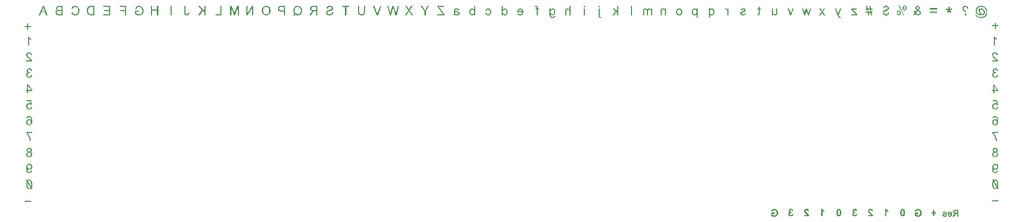
<source format=gbo>
G04*
G04 #@! TF.GenerationSoftware,Altium Limited,CircuitStudio,1.5.2 (30)*
G04*
G04 Layer_Color=16750899*
%FSLAX25Y25*%
%MOIN*%
G70*
G01*
G75*
%ADD18C,0.00600*%
%ADD20C,0.00700*%
G36*
X908190Y660720D02*
X907482D01*
Y663002D01*
X907474Y663177D01*
X907465Y663327D01*
X907449Y663461D01*
X907424Y663569D01*
X907399Y663652D01*
X907382Y663719D01*
X907374Y663752D01*
X907365Y663769D01*
X907315Y663869D01*
X907257Y663960D01*
X907190Y664035D01*
X907124Y664102D01*
X907065Y664152D01*
X907016Y664185D01*
X906982Y664210D01*
X906974Y664219D01*
X906866Y664277D01*
X906766Y664319D01*
X906666Y664344D01*
X906582Y664368D01*
X906499Y664377D01*
X906441Y664385D01*
X906391D01*
X906241Y664377D01*
X906108Y664344D01*
X905999Y664310D01*
X905908Y664260D01*
X905833Y664219D01*
X905783Y664177D01*
X905749Y664144D01*
X905741Y664135D01*
X905666Y664035D01*
X905608Y663910D01*
X905566Y663785D01*
X905533Y663660D01*
X905516Y663544D01*
X905508Y663452D01*
Y663419D01*
Y663394D01*
Y663377D01*
Y663369D01*
Y660720D01*
X904800D01*
Y663361D01*
X904808Y663577D01*
X904825Y663769D01*
X904850Y663927D01*
X904875Y664060D01*
X904900Y664169D01*
X904925Y664244D01*
X904941Y664285D01*
X904950Y664302D01*
X905016Y664419D01*
X905091Y664518D01*
X905175Y664602D01*
X905250Y664677D01*
X905324Y664735D01*
X905383Y664777D01*
X905424Y664802D01*
X905441Y664810D01*
X905574Y664868D01*
X905708Y664918D01*
X905841Y664952D01*
X905966Y664968D01*
X906074Y664985D01*
X906166Y664993D01*
X906241D01*
X906374Y664985D01*
X906507Y664968D01*
X906632Y664943D01*
X906749Y664902D01*
X906966Y664810D01*
X907057Y664760D01*
X907140Y664710D01*
X907215Y664652D01*
X907290Y664602D01*
X907349Y664552D01*
X907390Y664510D01*
X907432Y664468D01*
X907457Y664443D01*
X907474Y664427D01*
X907482Y664419D01*
Y666484D01*
X908190D01*
Y660720D01*
D02*
G37*
G36*
X966491Y664985D02*
X966641Y664960D01*
X966774Y664927D01*
X966907Y664885D01*
X967024Y664835D01*
X967132Y664777D01*
X967232Y664710D01*
X967315Y664652D01*
X967399Y664585D01*
X967465Y664518D01*
X967524Y664460D01*
X967574Y664410D01*
X967607Y664368D01*
X967632Y664335D01*
X967649Y664310D01*
X967657Y664302D01*
Y664902D01*
X968290D01*
Y660720D01*
X967582D01*
Y662994D01*
Y663136D01*
X967565Y663277D01*
X967549Y663394D01*
X967532Y663502D01*
X967507Y663602D01*
X967482Y663694D01*
X967449Y663777D01*
X967415Y663844D01*
X967390Y663902D01*
X967357Y663952D01*
X967332Y663994D01*
X967307Y664027D01*
X967274Y664069D01*
X967257Y664085D01*
X967132Y664185D01*
X966999Y664252D01*
X966866Y664302D01*
X966749Y664344D01*
X966641Y664360D01*
X966557Y664368D01*
X966524Y664377D01*
X966482D01*
X966382Y664368D01*
X966282Y664360D01*
X966199Y664335D01*
X966133Y664310D01*
X966074Y664285D01*
X966024Y664269D01*
X965999Y664252D01*
X965991Y664244D01*
X965916Y664194D01*
X965849Y664135D01*
X965799Y664077D01*
X965758Y664027D01*
X965733Y663977D01*
X965708Y663935D01*
X965691Y663910D01*
Y663902D01*
X965666Y663810D01*
X965641Y663710D01*
X965624Y663602D01*
X965616Y663494D01*
X965608Y663402D01*
Y663327D01*
Y663269D01*
Y663261D01*
Y663252D01*
Y660720D01*
X964900D01*
Y663286D01*
Y663461D01*
X964908Y663602D01*
X964916Y663719D01*
Y663819D01*
X964925Y663885D01*
X964933Y663935D01*
X964941Y663969D01*
Y663977D01*
X964966Y664085D01*
X965008Y664185D01*
X965041Y664269D01*
X965075Y664352D01*
X965116Y664410D01*
X965141Y664452D01*
X965158Y664485D01*
X965166Y664494D01*
X965233Y664577D01*
X965308Y664643D01*
X965383Y664710D01*
X965466Y664760D01*
X965533Y664802D01*
X965591Y664827D01*
X965624Y664843D01*
X965641Y664852D01*
X965758Y664902D01*
X965883Y664935D01*
X965999Y664960D01*
X966107Y664977D01*
X966199Y664985D01*
X966266Y664993D01*
X966333D01*
X966491Y664985D01*
D02*
G37*
G36*
X957749D02*
X957891Y664960D01*
X958016Y664935D01*
X958124Y664902D01*
X958216Y664860D01*
X958282Y664835D01*
X958324Y664810D01*
X958340Y664802D01*
X958457Y664727D01*
X958557Y664643D01*
X958649Y664560D01*
X958724Y664477D01*
X958782Y664410D01*
X958832Y664352D01*
X958857Y664319D01*
X958865Y664302D01*
Y664902D01*
X959498D01*
Y660720D01*
X958790D01*
Y662886D01*
X958782Y663086D01*
X958774Y663261D01*
X958757Y663411D01*
X958732Y663535D01*
X958707Y663627D01*
X958690Y663694D01*
X958682Y663735D01*
X958674Y663752D01*
X958624Y663860D01*
X958565Y663952D01*
X958507Y664035D01*
X958449Y664102D01*
X958390Y664152D01*
X958349Y664185D01*
X958315Y664210D01*
X958307Y664219D01*
X958207Y664269D01*
X958116Y664310D01*
X958016Y664335D01*
X957932Y664360D01*
X957866Y664368D01*
X957807Y664377D01*
X957757D01*
X957616Y664368D01*
X957499Y664344D01*
X957399Y664302D01*
X957324Y664260D01*
X957266Y664210D01*
X957224Y664177D01*
X957199Y664144D01*
X957191Y664135D01*
X957133Y664035D01*
X957091Y663927D01*
X957058Y663810D01*
X957041Y663694D01*
X957024Y663594D01*
X957016Y663502D01*
Y663469D01*
Y663452D01*
Y663436D01*
Y663427D01*
Y660720D01*
X956308D01*
Y663144D01*
X956291Y663369D01*
X956258Y663560D01*
X956216Y663719D01*
X956158Y663852D01*
X956108Y663952D01*
X956058Y664019D01*
X956025Y664060D01*
X956016Y664077D01*
X955900Y664177D01*
X955775Y664252D01*
X955650Y664302D01*
X955533Y664344D01*
X955433Y664360D01*
X955350Y664368D01*
X955317Y664377D01*
X955275D01*
X955183Y664368D01*
X955108Y664360D01*
X955033Y664344D01*
X954975Y664319D01*
X954917Y664294D01*
X954883Y664277D01*
X954858Y664269D01*
X954850Y664260D01*
X954784Y664210D01*
X954734Y664160D01*
X954692Y664110D01*
X954659Y664060D01*
X954634Y664019D01*
X954617Y663985D01*
X954600Y663960D01*
Y663952D01*
X954575Y663877D01*
X954559Y663777D01*
X954550Y663677D01*
X954542Y663577D01*
X954534Y663486D01*
Y663411D01*
Y663361D01*
Y663352D01*
Y663344D01*
Y660720D01*
X953826D01*
Y663586D01*
Y663719D01*
X953842Y663835D01*
X953859Y663952D01*
X953876Y664052D01*
X953901Y664152D01*
X953934Y664235D01*
X953959Y664310D01*
X953992Y664385D01*
X954025Y664443D01*
X954051Y664502D01*
X954109Y664577D01*
X954142Y664627D01*
X954159Y664643D01*
X954292Y664760D01*
X954450Y664843D01*
X954609Y664910D01*
X954759Y664952D01*
X954900Y664977D01*
X954959Y664985D01*
X955017D01*
X955058Y664993D01*
X955117D01*
X955267Y664985D01*
X955400Y664960D01*
X955533Y664927D01*
X955658Y664877D01*
X955775Y664818D01*
X955883Y664760D01*
X955975Y664693D01*
X956066Y664627D01*
X956150Y664552D01*
X956216Y664485D01*
X956275Y664427D01*
X956325Y664368D01*
X956366Y664319D01*
X956391Y664285D01*
X956408Y664260D01*
X956416Y664252D01*
X956466Y664377D01*
X956533Y664485D01*
X956608Y664577D01*
X956674Y664652D01*
X956741Y664718D01*
X956791Y664760D01*
X956824Y664785D01*
X956841Y664793D01*
X956958Y664860D01*
X957083Y664910D01*
X957208Y664943D01*
X957333Y664968D01*
X957432Y664985D01*
X957524Y664993D01*
X957599D01*
X957749Y664985D01*
D02*
G37*
G36*
X897082D02*
X897266Y664952D01*
X897432Y664902D01*
X897574Y664852D01*
X897690Y664802D01*
X897774Y664752D01*
X897807Y664735D01*
X897832Y664718D01*
X897840Y664710D01*
X897849D01*
X897990Y664602D01*
X898115Y664468D01*
X898223Y664344D01*
X898315Y664219D01*
X898382Y664102D01*
X898432Y664010D01*
X898448Y663977D01*
X898465Y663952D01*
X898473Y663935D01*
Y663927D01*
X898548Y663735D01*
X898598Y663544D01*
X898640Y663361D01*
X898665Y663194D01*
X898682Y663044D01*
Y662986D01*
X898690Y662927D01*
Y662886D01*
Y662852D01*
Y662836D01*
Y662827D01*
X898682Y662669D01*
X898673Y662511D01*
X898615Y662228D01*
X898582Y662094D01*
X898540Y661978D01*
X898498Y661861D01*
X898457Y661761D01*
X898415Y661661D01*
X898374Y661578D01*
X898332Y661511D01*
X898298Y661445D01*
X898265Y661403D01*
X898240Y661361D01*
X898232Y661345D01*
X898223Y661336D01*
X898132Y661228D01*
X898032Y661136D01*
X897924Y661053D01*
X897815Y660978D01*
X897699Y660920D01*
X897590Y660870D01*
X897482Y660828D01*
X897374Y660795D01*
X897274Y660770D01*
X897182Y660753D01*
X897099Y660737D01*
X897024Y660728D01*
X896966D01*
X896924Y660720D01*
X896882D01*
X896757Y660728D01*
X896632Y660745D01*
X896516Y660770D01*
X896408Y660803D01*
X896216Y660895D01*
X896041Y660995D01*
X895974Y661045D01*
X895908Y661095D01*
X895850Y661145D01*
X895808Y661187D01*
X895774Y661220D01*
X895749Y661245D01*
X895733Y661261D01*
X895724Y661270D01*
Y661145D01*
Y661036D01*
X895733Y660928D01*
Y660837D01*
Y660753D01*
X895741Y660678D01*
Y660612D01*
X895749Y660553D01*
X895758Y660470D01*
X895766Y660403D01*
X895774Y660370D01*
Y660362D01*
X895816Y660237D01*
X895875Y660129D01*
X895933Y660037D01*
X895991Y659954D01*
X896049Y659895D01*
X896099Y659845D01*
X896133Y659820D01*
X896141Y659812D01*
X896249Y659745D01*
X896374Y659695D01*
X896499Y659662D01*
X896616Y659637D01*
X896733Y659620D01*
X896816Y659612D01*
X896899D01*
X897057Y659620D01*
X897207Y659645D01*
X897332Y659679D01*
X897432Y659720D01*
X897515Y659754D01*
X897574Y659787D01*
X897607Y659812D01*
X897624Y659820D01*
X897690Y659879D01*
X897740Y659954D01*
X897782Y660029D01*
X897815Y660104D01*
X897832Y660179D01*
X897849Y660237D01*
X897857Y660270D01*
Y660287D01*
X898548Y660379D01*
Y660253D01*
X898532Y660145D01*
X898515Y660037D01*
X898490Y659937D01*
X898415Y659762D01*
X898332Y659620D01*
X898248Y659512D01*
X898182Y659437D01*
X898124Y659387D01*
X898115Y659379D01*
X898107Y659371D01*
X897924Y659254D01*
X897724Y659171D01*
X897524Y659112D01*
X897332Y659071D01*
X897241Y659054D01*
X897157Y659046D01*
X897091Y659037D01*
X897024D01*
X896974Y659029D01*
X896899D01*
X896674Y659037D01*
X896466Y659071D01*
X896283Y659104D01*
X896133Y659154D01*
X896008Y659196D01*
X895958Y659212D01*
X895916Y659237D01*
X895883Y659246D01*
X895858Y659262D01*
X895850Y659271D01*
X895841D01*
X895691Y659362D01*
X895558Y659471D01*
X895450Y659579D01*
X895358Y659679D01*
X895291Y659770D01*
X895250Y659845D01*
X895216Y659895D01*
X895208Y659904D01*
Y659912D01*
X895175Y659995D01*
X895141Y660087D01*
X895116Y660187D01*
X895091Y660295D01*
X895058Y660528D01*
X895033Y660753D01*
X895025Y660862D01*
X895016Y660962D01*
Y661053D01*
X895008Y661128D01*
Y661195D01*
Y661245D01*
Y661278D01*
Y661286D01*
Y664902D01*
X895658D01*
Y664385D01*
X895749Y664494D01*
X895850Y664585D01*
X895949Y664668D01*
X896049Y664735D01*
X896158Y664793D01*
X896258Y664843D01*
X896358Y664885D01*
X896449Y664918D01*
X896541Y664943D01*
X896624Y664960D01*
X896699Y664977D01*
X896757Y664985D01*
X896807Y664993D01*
X896882D01*
X897082Y664985D01*
D02*
G37*
G36*
X856491D02*
X856674Y664952D01*
X856849Y664910D01*
X856991Y664868D01*
X857115Y664818D01*
X857165Y664793D01*
X857207Y664777D01*
X857240Y664760D01*
X857265Y664743D01*
X857282Y664735D01*
X857290D01*
X857449Y664635D01*
X857590Y664510D01*
X857707Y664385D01*
X857807Y664260D01*
X857882Y664152D01*
X857932Y664060D01*
X857948Y664027D01*
X857965Y664002D01*
X857973Y663985D01*
Y663977D01*
X858048Y663777D01*
X858098Y663577D01*
X858140Y663377D01*
X858165Y663194D01*
X858173Y663111D01*
X858182Y663036D01*
Y662969D01*
X858190Y662911D01*
Y662861D01*
Y662827D01*
Y662803D01*
Y662794D01*
X858182Y662603D01*
X858165Y662428D01*
X858140Y662253D01*
X858107Y662103D01*
X858073Y661953D01*
X858023Y661828D01*
X857982Y661703D01*
X857932Y661595D01*
X857882Y661503D01*
X857840Y661420D01*
X857790Y661345D01*
X857757Y661286D01*
X857724Y661245D01*
X857699Y661211D01*
X857682Y661195D01*
X857673Y661187D01*
X857574Y661087D01*
X857465Y661003D01*
X857357Y660928D01*
X857240Y660862D01*
X857124Y660812D01*
X857016Y660762D01*
X856791Y660695D01*
X856691Y660678D01*
X856599Y660662D01*
X856516Y660645D01*
X856441Y660637D01*
X856382Y660628D01*
X856299D01*
X856174Y660637D01*
X856049Y660645D01*
X855833Y660695D01*
X855633Y660753D01*
X855466Y660828D01*
X855400Y660870D01*
X855333Y660903D01*
X855274Y660937D01*
X855233Y660970D01*
X855200Y660995D01*
X855175Y661012D01*
X855158Y661020D01*
X855150Y661028D01*
X855066Y661111D01*
X854991Y661195D01*
X854858Y661378D01*
X854750Y661570D01*
X854675Y661745D01*
X854616Y661911D01*
X854600Y661978D01*
X854583Y662044D01*
X854575Y662094D01*
X854566Y662128D01*
X854558Y662153D01*
Y662161D01*
X855258Y662253D01*
X855291Y662070D01*
X855341Y661903D01*
X855408Y661770D01*
X855466Y661661D01*
X855524Y661570D01*
X855574Y661511D01*
X855599Y661470D01*
X855616Y661461D01*
X855724Y661378D01*
X855841Y661320D01*
X855958Y661270D01*
X856066Y661245D01*
X856157Y661228D01*
X856241Y661220D01*
X856291Y661211D01*
X856307D01*
X856399Y661220D01*
X856491Y661228D01*
X856657Y661270D01*
X856799Y661328D01*
X856924Y661403D01*
X857016Y661470D01*
X857090Y661528D01*
X857132Y661570D01*
X857149Y661586D01*
X857207Y661661D01*
X857257Y661753D01*
X857332Y661936D01*
X857390Y662144D01*
X857424Y662344D01*
X857449Y662528D01*
X857457Y662603D01*
Y662677D01*
X857465Y662727D01*
Y662778D01*
Y662803D01*
Y662811D01*
Y662961D01*
X857449Y663102D01*
X857432Y663236D01*
X857415Y663352D01*
X857390Y663461D01*
X857357Y663560D01*
X857332Y663652D01*
X857299Y663735D01*
X857265Y663802D01*
X857240Y663860D01*
X857207Y663910D01*
X857182Y663952D01*
X857165Y663985D01*
X857149Y664010D01*
X857132Y664019D01*
Y664027D01*
X857065Y664094D01*
X856999Y664152D01*
X856857Y664252D01*
X856707Y664319D01*
X856574Y664360D01*
X856449Y664394D01*
X856357Y664402D01*
X856316Y664410D01*
X856266D01*
X856141Y664402D01*
X856024Y664377D01*
X855924Y664344D01*
X855833Y664302D01*
X855766Y664260D01*
X855708Y664227D01*
X855674Y664202D01*
X855666Y664194D01*
X855583Y664110D01*
X855508Y664010D01*
X855441Y663902D01*
X855400Y663802D01*
X855358Y663710D01*
X855333Y663635D01*
X855324Y663586D01*
X855316Y663577D01*
Y663569D01*
X854625Y663677D01*
X854683Y663902D01*
X854766Y664094D01*
X854858Y664260D01*
X854950Y664394D01*
X855041Y664502D01*
X855116Y664577D01*
X855166Y664627D01*
X855175Y664643D01*
X855183D01*
X855358Y664760D01*
X855541Y664843D01*
X855724Y664910D01*
X855899Y664952D01*
X856057Y664977D01*
X856124Y664985D01*
X856174D01*
X856224Y664993D01*
X856291D01*
X856491Y664985D01*
D02*
G37*
G36*
X848090Y660720D02*
X847432D01*
Y661245D01*
X847349Y661136D01*
X847265Y661045D01*
X847174Y660962D01*
X847074Y660887D01*
X846982Y660828D01*
X846882Y660778D01*
X846791Y660737D01*
X846699Y660703D01*
X846532Y660662D01*
X846457Y660645D01*
X846399Y660637D01*
X846349D01*
X846307Y660628D01*
X846274D01*
X846141Y660637D01*
X846008Y660653D01*
X845883Y660678D01*
X845766Y660720D01*
X845541Y660812D01*
X845449Y660870D01*
X845358Y660920D01*
X845275Y660978D01*
X845208Y661028D01*
X845150Y661078D01*
X845091Y661120D01*
X845050Y661162D01*
X845025Y661187D01*
X845008Y661203D01*
X845000Y661211D01*
X844908Y661328D01*
X844825Y661453D01*
X844750Y661578D01*
X844691Y661720D01*
X844641Y661853D01*
X844600Y661995D01*
X844533Y662261D01*
X844508Y662386D01*
X844491Y662503D01*
X844483Y662603D01*
X844475Y662694D01*
X844466Y662769D01*
Y662819D01*
Y662861D01*
Y662869D01*
X844475Y663036D01*
X844483Y663194D01*
X844508Y663336D01*
X844533Y663461D01*
X844558Y663569D01*
X844575Y663652D01*
X844583Y663677D01*
X844591Y663702D01*
X844600Y663710D01*
Y663719D01*
X844650Y663860D01*
X844708Y663994D01*
X844766Y664110D01*
X844825Y664210D01*
X844875Y664285D01*
X844916Y664344D01*
X844941Y664385D01*
X844950Y664394D01*
X845033Y664494D01*
X845133Y664585D01*
X845224Y664660D01*
X845316Y664718D01*
X845391Y664768D01*
X845458Y664810D01*
X845499Y664827D01*
X845516Y664835D01*
X845641Y664885D01*
X845774Y664927D01*
X845899Y664952D01*
X846008Y664977D01*
X846099Y664985D01*
X846174Y664993D01*
X846241D01*
X846366Y664985D01*
X846491Y664968D01*
X846607Y664943D01*
X846716Y664902D01*
X846907Y664818D01*
X847074Y664710D01*
X847140Y664660D01*
X847207Y664610D01*
X847257Y664560D01*
X847299Y664518D01*
X847340Y664477D01*
X847365Y664452D01*
X847374Y664435D01*
X847382Y664427D01*
Y666484D01*
X848090D01*
Y660720D01*
D02*
G37*
G36*
X836682Y664985D02*
X836857Y664968D01*
X837024Y664943D01*
X837157Y664918D01*
X837274Y664893D01*
X837357Y664868D01*
X837390Y664860D01*
X837415Y664852D01*
X837424Y664843D01*
X837432D01*
X837574Y664785D01*
X837699Y664710D01*
X837807Y664643D01*
X837899Y664577D01*
X837965Y664510D01*
X838015Y664460D01*
X838048Y664427D01*
X838057Y664419D01*
X838132Y664310D01*
X838198Y664194D01*
X838248Y664077D01*
X838290Y663969D01*
X838323Y663860D01*
X838348Y663785D01*
X838357Y663752D01*
Y663727D01*
X838365Y663719D01*
Y663710D01*
X837674Y663619D01*
X837624Y663769D01*
X837574Y663902D01*
X837515Y664010D01*
X837465Y664094D01*
X837415Y664160D01*
X837374Y664202D01*
X837341Y664227D01*
X837332Y664235D01*
X837232Y664294D01*
X837116Y664335D01*
X836991Y664368D01*
X836874Y664385D01*
X836757Y664402D01*
X836674Y664410D01*
X836591D01*
X836399Y664402D01*
X836233Y664377D01*
X836099Y664335D01*
X835983Y664294D01*
X835899Y664244D01*
X835833Y664210D01*
X835791Y664177D01*
X835783Y664169D01*
X835716Y664094D01*
X835666Y664002D01*
X835625Y663902D01*
X835600Y663802D01*
X835583Y663710D01*
X835575Y663627D01*
Y663577D01*
Y663569D01*
Y663560D01*
Y663544D01*
Y663511D01*
Y663452D01*
X835583Y663402D01*
Y663386D01*
Y663377D01*
X835666Y663352D01*
X835758Y663327D01*
X835949Y663277D01*
X836166Y663236D01*
X836366Y663194D01*
X836466Y663177D01*
X836557Y663169D01*
X836641Y663152D01*
X836707Y663144D01*
X836766Y663136D01*
X836807D01*
X836841Y663127D01*
X836849D01*
X836999Y663111D01*
X837124Y663086D01*
X837232Y663069D01*
X837315Y663052D01*
X837382Y663044D01*
X837432Y663027D01*
X837465Y663019D01*
X837474D01*
X837582Y662986D01*
X837674Y662952D01*
X837765Y662911D01*
X837840Y662878D01*
X837907Y662844D01*
X837949Y662811D01*
X837982Y662794D01*
X837990Y662786D01*
X838074Y662727D01*
X838140Y662661D01*
X838207Y662594D01*
X838257Y662528D01*
X838298Y662469D01*
X838332Y662419D01*
X838348Y662386D01*
X838357Y662378D01*
X838398Y662286D01*
X838432Y662186D01*
X838457Y662094D01*
X838473Y662003D01*
X838482Y661928D01*
X838490Y661869D01*
Y661836D01*
Y661820D01*
X838482Y661720D01*
X838473Y661636D01*
X838432Y661461D01*
X838373Y661320D01*
X838307Y661195D01*
X838240Y661095D01*
X838182Y661020D01*
X838140Y660978D01*
X838124Y660962D01*
X837973Y660853D01*
X837807Y660770D01*
X837624Y660712D01*
X837457Y660670D01*
X837307Y660645D01*
X837241Y660637D01*
X837182D01*
X837132Y660628D01*
X837066D01*
X836916Y660637D01*
X836766Y660653D01*
X836632Y660670D01*
X836516Y660695D01*
X836424Y660720D01*
X836349Y660745D01*
X836299Y660753D01*
X836283Y660762D01*
X836141Y660820D01*
X836008Y660895D01*
X835883Y660978D01*
X835758Y661053D01*
X835658Y661128D01*
X835583Y661187D01*
X835533Y661228D01*
X835524Y661245D01*
X835516D01*
X835499Y661136D01*
X835483Y661036D01*
X835466Y660945D01*
X835441Y660870D01*
X835416Y660803D01*
X835400Y660762D01*
X835391Y660728D01*
X835383Y660720D01*
X834641D01*
X834683Y660812D01*
X834725Y660903D01*
X834758Y660987D01*
X834775Y661061D01*
X834800Y661128D01*
X834808Y661178D01*
X834816Y661211D01*
Y661220D01*
X834825Y661278D01*
X834833Y661353D01*
Y661436D01*
X834842Y661528D01*
X834850Y661736D01*
Y661944D01*
X834858Y662144D01*
Y662236D01*
Y662311D01*
Y662378D01*
Y662428D01*
Y662461D01*
Y662469D01*
Y663419D01*
Y663577D01*
X834867Y663719D01*
X834875Y663827D01*
Y663919D01*
X834883Y663985D01*
X834891Y664035D01*
X834900Y664060D01*
Y664069D01*
X834925Y664177D01*
X834958Y664269D01*
X834991Y664344D01*
X835033Y664419D01*
X835066Y664468D01*
X835091Y664510D01*
X835108Y664535D01*
X835116Y664543D01*
X835183Y664610D01*
X835258Y664677D01*
X835341Y664727D01*
X835425Y664777D01*
X835499Y664810D01*
X835558Y664835D01*
X835600Y664852D01*
X835616Y664860D01*
X835749Y664902D01*
X835891Y664935D01*
X836033Y664960D01*
X836174Y664977D01*
X836299Y664985D01*
X836391Y664993D01*
X836483D01*
X836682Y664985D01*
D02*
G37*
G36*
X917090Y665676D02*
X916382D01*
Y666484D01*
X917090D01*
Y665676D01*
D02*
G37*
G36*
Y660720D02*
X916382D01*
Y664902D01*
X917090D01*
Y660720D01*
D02*
G37*
G36*
X976674Y664985D02*
X976807Y664977D01*
X977066Y664918D01*
X977291Y664843D01*
X977390Y664802D01*
X977482Y664760D01*
X977565Y664718D01*
X977632Y664677D01*
X977699Y664635D01*
X977749Y664602D01*
X977790Y664569D01*
X977824Y664543D01*
X977840Y664535D01*
X977849Y664527D01*
X977965Y664419D01*
X978057Y664294D01*
X978148Y664160D01*
X978215Y664027D01*
X978282Y663885D01*
X978332Y663735D01*
X978373Y663594D01*
X978407Y663461D01*
X978440Y663327D01*
X978457Y663211D01*
X978473Y663094D01*
X978482Y663002D01*
Y662919D01*
X978490Y662861D01*
Y662827D01*
Y662811D01*
X978482Y662619D01*
X978465Y662436D01*
X978440Y662269D01*
X978407Y662111D01*
X978365Y661970D01*
X978323Y661836D01*
X978273Y661711D01*
X978223Y661603D01*
X978174Y661503D01*
X978123Y661420D01*
X978082Y661353D01*
X978040Y661295D01*
X978007Y661245D01*
X977982Y661211D01*
X977965Y661195D01*
X977957Y661187D01*
X977849Y661087D01*
X977740Y661003D01*
X977624Y660928D01*
X977507Y660862D01*
X977390Y660812D01*
X977265Y660762D01*
X977041Y660695D01*
X976941Y660678D01*
X976841Y660662D01*
X976757Y660645D01*
X976682Y660637D01*
X976616Y660628D01*
X976532D01*
X976332Y660637D01*
X976149Y660670D01*
X975974Y660712D01*
X975833Y660753D01*
X975708Y660803D01*
X975658Y660820D01*
X975616Y660837D01*
X975574Y660853D01*
X975550Y660870D01*
X975541Y660878D01*
X975533D01*
X975366Y660987D01*
X975225Y661103D01*
X975100Y661220D01*
X975000Y661336D01*
X974925Y661436D01*
X974866Y661520D01*
X974850Y661553D01*
X974833Y661578D01*
X974825Y661586D01*
Y661595D01*
X974741Y661786D01*
X974683Y661995D01*
X974633Y662203D01*
X974608Y662411D01*
X974592Y662503D01*
Y662586D01*
X974583Y662669D01*
X974575Y662736D01*
Y662794D01*
Y662836D01*
Y662861D01*
Y662869D01*
X974583Y663052D01*
X974600Y663219D01*
X974625Y663377D01*
X974658Y663527D01*
X974700Y663669D01*
X974750Y663794D01*
X974800Y663919D01*
X974850Y664019D01*
X974900Y664110D01*
X974950Y664194D01*
X975000Y664269D01*
X975041Y664327D01*
X975075Y664368D01*
X975100Y664402D01*
X975116Y664419D01*
X975125Y664427D01*
X975233Y664527D01*
X975341Y664610D01*
X975458Y664693D01*
X975574Y664752D01*
X975691Y664810D01*
X975808Y664852D01*
X976033Y664927D01*
X976141Y664943D01*
X976233Y664960D01*
X976316Y664977D01*
X976391Y664985D01*
X976449Y664993D01*
X976532D01*
X976674Y664985D01*
D02*
G37*
G36*
X926599Y660520D02*
Y660420D01*
X926607Y660328D01*
Y660237D01*
X926615Y660162D01*
X926624Y660104D01*
X926632Y660037D01*
X926649Y659945D01*
X926674Y659879D01*
X926690Y659837D01*
X926699Y659812D01*
X926707Y659804D01*
X926749Y659754D01*
X926807Y659720D01*
X926857Y659687D01*
X926907Y659670D01*
X926957Y659662D01*
X926999Y659654D01*
X927082D01*
X927132Y659662D01*
X927240Y659687D01*
X927282Y659695D01*
X927323Y659704D01*
X927348Y659712D01*
X927357D01*
X927490Y659112D01*
X927290Y659062D01*
X927199Y659046D01*
X927115Y659037D01*
X927040D01*
X926990Y659029D01*
X926940D01*
X926832Y659037D01*
X926732Y659046D01*
X926557Y659096D01*
X926407Y659154D01*
X926291Y659229D01*
X926207Y659304D01*
X926140Y659371D01*
X926099Y659412D01*
X926091Y659420D01*
Y659429D01*
X926057Y659487D01*
X926024Y659562D01*
X925974Y659720D01*
X925941Y659904D01*
X925916Y660079D01*
X925899Y660245D01*
Y660312D01*
X925891Y660379D01*
Y660428D01*
Y660470D01*
Y660495D01*
Y660503D01*
Y664902D01*
X926599D01*
Y660520D01*
D02*
G37*
G36*
X946990Y660720D02*
X946282D01*
Y666484D01*
X946990D01*
Y660720D01*
D02*
G37*
G36*
X938090D02*
X937382D01*
Y662378D01*
X936891Y662852D01*
X935499Y660720D01*
X934625D01*
X936391Y663344D01*
X934783Y664902D01*
X935708D01*
X937382Y663194D01*
Y666484D01*
X938090D01*
Y660720D01*
D02*
G37*
G36*
X926599Y665660D02*
X925891D01*
Y666484D01*
X926599D01*
Y665660D01*
D02*
G37*
G36*
X865674Y664419D02*
X865749Y664510D01*
X865833Y664585D01*
X865908Y664660D01*
X865991Y664718D01*
X866058Y664760D01*
X866108Y664802D01*
X866141Y664818D01*
X866158Y664827D01*
X866266Y664885D01*
X866383Y664927D01*
X866499Y664952D01*
X866607Y664977D01*
X866699Y664985D01*
X866766Y664993D01*
X866832D01*
X867016Y664985D01*
X867191Y664952D01*
X867349Y664910D01*
X867482Y664860D01*
X867599Y664802D01*
X867682Y664760D01*
X867715Y664743D01*
X867740Y664727D01*
X867749Y664718D01*
X867757D01*
X867907Y664610D01*
X868032Y664477D01*
X868140Y664352D01*
X868223Y664227D01*
X868290Y664110D01*
X868340Y664019D01*
X868357Y663985D01*
X868373Y663960D01*
X868382Y663944D01*
Y663935D01*
X868448Y663744D01*
X868498Y663544D01*
X868540Y663352D01*
X868565Y663177D01*
X868582Y663027D01*
Y662961D01*
X868590Y662911D01*
Y662861D01*
Y662827D01*
Y662811D01*
Y662803D01*
X868582Y662569D01*
X868557Y662353D01*
X868515Y662161D01*
X868473Y661995D01*
X868457Y661919D01*
X868440Y661861D01*
X868415Y661803D01*
X868398Y661753D01*
X868382Y661720D01*
X868373Y661695D01*
X868365Y661678D01*
Y661670D01*
X868274Y661495D01*
X868165Y661345D01*
X868057Y661211D01*
X867949Y661103D01*
X867857Y661020D01*
X867782Y660953D01*
X867732Y660920D01*
X867724Y660903D01*
X867715D01*
X867557Y660812D01*
X867399Y660745D01*
X867241Y660695D01*
X867099Y660662D01*
X866982Y660645D01*
X866882Y660637D01*
X866849Y660628D01*
X866799D01*
X866657Y660637D01*
X866524Y660653D01*
X866399Y660687D01*
X866291Y660728D01*
X866183Y660770D01*
X866083Y660820D01*
X865999Y660878D01*
X865924Y660937D01*
X865849Y660995D01*
X865791Y661053D01*
X865741Y661103D01*
X865699Y661145D01*
X865666Y661187D01*
X865641Y661220D01*
X865633Y661236D01*
X865625Y661245D01*
Y660720D01*
X864966D01*
Y666484D01*
X865674D01*
Y664419D01*
D02*
G37*
G36*
X806966Y663702D02*
X809190Y660720D01*
X808274D01*
X806816Y662719D01*
X806783Y662769D01*
X806741Y662827D01*
X806649Y662961D01*
X806608Y663027D01*
X806574Y663077D01*
X806549Y663111D01*
X806541Y663119D01*
X806458Y662994D01*
X806383Y662878D01*
X806349Y662836D01*
X806333Y662803D01*
X806316Y662778D01*
X806308Y662769D01*
X804850Y660720D01*
X803909D01*
X806066Y663744D01*
X804067Y666484D01*
X804900D01*
X806050Y664952D01*
X806149Y664827D01*
X806233Y664710D01*
X806316Y664594D01*
X806383Y664502D01*
X806441Y664419D01*
X806483Y664352D01*
X806508Y664319D01*
X806516Y664302D01*
X806574Y664402D01*
X806641Y664510D01*
X806716Y664627D01*
X806791Y664743D01*
X806866Y664843D01*
X806916Y664927D01*
X806941Y664960D01*
X806958Y664985D01*
X806974Y664993D01*
Y665002D01*
X808024Y666484D01*
X808932D01*
X806966Y663702D01*
D02*
G37*
G36*
X798782Y660720D02*
X797983D01*
X796766Y665110D01*
X796733Y665218D01*
X796708Y665335D01*
X796675Y665451D01*
X796650Y665551D01*
X796625Y665643D01*
X796608Y665718D01*
X796600Y665768D01*
X796592Y665776D01*
Y665785D01*
X796583Y665760D01*
X796575Y665718D01*
X796550Y665626D01*
X796517Y665518D01*
X796483Y665402D01*
X796458Y665293D01*
X796433Y665202D01*
X796425Y665160D01*
X796417Y665135D01*
X796408Y665118D01*
Y665110D01*
X795200Y660720D01*
X794451D01*
X792868Y666484D01*
X793643D01*
X794542Y662778D01*
X794609Y662519D01*
X794659Y662286D01*
X794709Y662070D01*
X794751Y661886D01*
X794775Y661803D01*
X794784Y661728D01*
X794801Y661670D01*
X794809Y661620D01*
X794826Y661578D01*
Y661545D01*
X794834Y661528D01*
Y661520D01*
X794892Y661886D01*
X794967Y662244D01*
X795042Y662586D01*
X795075Y662744D01*
X795117Y662902D01*
X795150Y663044D01*
X795184Y663169D01*
X795217Y663277D01*
X795242Y663377D01*
X795259Y663452D01*
X795275Y663511D01*
X795292Y663552D01*
Y663560D01*
X796108Y666484D01*
X797033D01*
X798124Y662586D01*
X798133Y662553D01*
X798149Y662503D01*
X798166Y662436D01*
X798182Y662361D01*
X798208Y662278D01*
X798224Y662186D01*
X798274Y662003D01*
X798316Y661820D01*
X798341Y661736D01*
X798357Y661670D01*
X798366Y661603D01*
X798382Y661561D01*
X798391Y661528D01*
Y661520D01*
X798432Y661736D01*
X798474Y661953D01*
X798516Y662153D01*
X798557Y662328D01*
X798574Y662411D01*
X798591Y662486D01*
X798607Y662544D01*
X798616Y662603D01*
X798624Y662644D01*
X798632Y662677D01*
X798641Y662694D01*
Y662703D01*
X799499Y666484D01*
X800290D01*
X798782Y660720D01*
D02*
G37*
G36*
X787066D02*
X786266D01*
X784017Y666484D01*
X784792D01*
X786358Y662294D01*
X786424Y662119D01*
X786483Y661953D01*
X786533Y661795D01*
X786574Y661653D01*
X786616Y661528D01*
X786641Y661436D01*
X786649Y661403D01*
X786658Y661378D01*
X786666Y661361D01*
Y661353D01*
X786766Y661686D01*
X786816Y661844D01*
X786866Y661986D01*
X786908Y662111D01*
X786924Y662161D01*
X786933Y662211D01*
X786949Y662244D01*
X786958Y662269D01*
X786966Y662286D01*
Y662294D01*
X788465Y666484D01*
X789298D01*
X787066Y660720D01*
D02*
G37*
G36*
X748890D02*
X748124D01*
Y663277D01*
X747141D01*
X747049Y663269D01*
X746982D01*
X746924Y663261D01*
X746882Y663252D01*
X746849D01*
X746833Y663244D01*
X746824D01*
X746691Y663202D01*
X746633Y663177D01*
X746583Y663152D01*
X746533Y663127D01*
X746499Y663111D01*
X746483Y663102D01*
X746474Y663094D01*
X746408Y663044D01*
X746341Y662986D01*
X746216Y662861D01*
X746158Y662803D01*
X746116Y662752D01*
X746091Y662719D01*
X746083Y662711D01*
X745999Y662594D01*
X745908Y662469D01*
X745816Y662336D01*
X745725Y662211D01*
X745650Y662094D01*
X745591Y662003D01*
X745566Y661970D01*
X745550Y661944D01*
X745533Y661928D01*
Y661919D01*
X744775Y660720D01*
X743825D01*
X744817Y662286D01*
X744933Y662453D01*
X745042Y662603D01*
X745150Y662727D01*
X745241Y662844D01*
X745325Y662927D01*
X745391Y662994D01*
X745433Y663036D01*
X745450Y663052D01*
X745516Y663102D01*
X745591Y663161D01*
X745741Y663252D01*
X745808Y663286D01*
X745858Y663319D01*
X745891Y663336D01*
X745908Y663344D01*
X745758Y663369D01*
X745616Y663394D01*
X745491Y663436D01*
X745366Y663469D01*
X745258Y663511D01*
X745158Y663560D01*
X745066Y663602D01*
X744983Y663644D01*
X744917Y663694D01*
X744850Y663735D01*
X744800Y663769D01*
X744758Y663802D01*
X744725Y663827D01*
X744700Y663852D01*
X744692Y663860D01*
X744683Y663869D01*
X744617Y663952D01*
X744550Y664035D01*
X744450Y664210D01*
X744383Y664385D01*
X744334Y664552D01*
X744300Y664693D01*
X744292Y664752D01*
Y664810D01*
X744283Y664852D01*
Y664885D01*
Y664902D01*
Y664910D01*
X744292Y665085D01*
X744317Y665243D01*
X744358Y665393D01*
X744400Y665518D01*
X744450Y665626D01*
X744483Y665710D01*
X744517Y665760D01*
X744525Y665768D01*
Y665776D01*
X744625Y665910D01*
X744725Y666026D01*
X744833Y666126D01*
X744933Y666201D01*
X745025Y666259D01*
X745100Y666293D01*
X745150Y666318D01*
X745158Y666326D01*
X745166D01*
X745241Y666351D01*
X745333Y666376D01*
X745516Y666418D01*
X745716Y666443D01*
X745899Y666468D01*
X746074Y666476D01*
X746149D01*
X746216Y666484D01*
X748890D01*
Y660720D01*
D02*
G37*
G36*
X688490D02*
X684883D01*
Y661403D01*
X687724D01*
Y666484D01*
X688490D01*
Y660720D01*
D02*
G37*
G36*
X678490D02*
X677724D01*
Y662719D01*
X676782Y663627D01*
X674733Y660720D01*
X673725D01*
X676249Y664144D01*
X673834Y666484D01*
X674875D01*
X677724Y663619D01*
Y666484D01*
X678490D01*
Y660720D01*
D02*
G37*
G36*
X736824Y666568D02*
X737091Y666526D01*
X737332Y666468D01*
X737441Y666434D01*
X737549Y666401D01*
X737641Y666368D01*
X737724Y666334D01*
X737791Y666301D01*
X737849Y666276D01*
X737899Y666251D01*
X737932Y666234D01*
X737957Y666226D01*
X737965Y666218D01*
X738190Y666068D01*
X738382Y665893D01*
X738557Y665718D01*
X738690Y665551D01*
X738807Y665393D01*
X738848Y665326D01*
X738882Y665268D01*
X738915Y665218D01*
X738932Y665185D01*
X738940Y665160D01*
X738948Y665152D01*
X739065Y664885D01*
X739148Y664610D01*
X739207Y664352D01*
X739248Y664110D01*
X739265Y664002D01*
X739273Y663902D01*
X739282Y663810D01*
Y663735D01*
X739290Y663677D01*
Y663635D01*
Y663602D01*
Y663594D01*
X739273Y663286D01*
X739240Y662994D01*
X739207Y662852D01*
X739182Y662727D01*
X739148Y662611D01*
X739115Y662503D01*
X739090Y662403D01*
X739057Y662311D01*
X739023Y662236D01*
X738998Y662169D01*
X738982Y662119D01*
X738965Y662086D01*
X738948Y662061D01*
Y662053D01*
X738807Y661811D01*
X738649Y661603D01*
X738490Y661420D01*
X738332Y661270D01*
X738190Y661153D01*
X738132Y661103D01*
X738074Y661061D01*
X738032Y661036D01*
X737999Y661012D01*
X737982Y661003D01*
X737974Y660995D01*
X737849Y660928D01*
X737732Y660870D01*
X737482Y660778D01*
X737241Y660712D01*
X737024Y660670D01*
X736924Y660653D01*
X736833Y660637D01*
X736749Y660628D01*
X736683D01*
X736624Y660620D01*
X736549D01*
X736408Y660628D01*
X736266Y660637D01*
X736000Y660678D01*
X735758Y660737D01*
X735650Y660770D01*
X735550Y660803D01*
X735458Y660837D01*
X735375Y660862D01*
X735308Y660895D01*
X735242Y660920D01*
X735200Y660945D01*
X735158Y660962D01*
X735142Y660978D01*
X735133D01*
X734900Y660812D01*
X734675Y660662D01*
X734467Y660545D01*
X734284Y660445D01*
X734200Y660403D01*
X734125Y660370D01*
X734059Y660337D01*
X734000Y660312D01*
X733951Y660295D01*
X733917Y660279D01*
X733900Y660270D01*
X733892D01*
X733667Y660795D01*
X733834Y660870D01*
X734009Y660945D01*
X734175Y661036D01*
X734325Y661128D01*
X734450Y661203D01*
X734509Y661236D01*
X734550Y661270D01*
X734592Y661295D01*
X734617Y661311D01*
X734633Y661328D01*
X734642D01*
X734492Y661495D01*
X734359Y661661D01*
X734242Y661828D01*
X734150Y661986D01*
X734084Y662119D01*
X734059Y662178D01*
X734034Y662228D01*
X734017Y662261D01*
X734000Y662294D01*
X733992Y662311D01*
Y662319D01*
X733917Y662536D01*
X733867Y662761D01*
X733825Y662977D01*
X733801Y663177D01*
X733792Y663261D01*
X733784Y663344D01*
Y663419D01*
X733776Y663486D01*
Y663535D01*
Y663569D01*
Y663594D01*
Y663602D01*
X733792Y663910D01*
X733825Y664202D01*
X733850Y664335D01*
X733884Y664460D01*
X733917Y664577D01*
X733942Y664685D01*
X733976Y664785D01*
X734009Y664877D01*
X734034Y664952D01*
X734067Y665018D01*
X734084Y665068D01*
X734100Y665102D01*
X734117Y665127D01*
Y665135D01*
X734250Y665377D01*
X734409Y665593D01*
X734575Y665776D01*
X734725Y665926D01*
X734867Y666043D01*
X734933Y666093D01*
X734983Y666135D01*
X735033Y666159D01*
X735067Y666185D01*
X735083Y666193D01*
X735092Y666201D01*
X735217Y666268D01*
X735342Y666326D01*
X735583Y666426D01*
X735833Y666493D01*
X736050Y666534D01*
X736150Y666551D01*
X736249Y666568D01*
X736325Y666576D01*
X736400D01*
X736458Y666584D01*
X736683D01*
X736824Y666568D01*
D02*
G37*
G36*
X828557Y665801D02*
X825333D01*
X825441Y665685D01*
X825550Y665568D01*
X825650Y665451D01*
X825741Y665343D01*
X825816Y665251D01*
X825875Y665177D01*
X825916Y665127D01*
X825933Y665118D01*
Y665110D01*
X828890Y661428D01*
Y660720D01*
X824325D01*
Y661403D01*
X828015D01*
X827674Y661811D01*
X824417Y665801D01*
Y666484D01*
X828557D01*
Y665801D01*
D02*
G37*
G36*
X886574Y666576D02*
X886716Y666559D01*
X886841Y666526D01*
X886940Y666501D01*
X887024Y666468D01*
X887082Y666434D01*
X887124Y666418D01*
X887132Y666409D01*
X887224Y666343D01*
X887299Y666268D01*
X887357Y666193D01*
X887407Y666126D01*
X887449Y666068D01*
X887474Y666018D01*
X887482Y665976D01*
X887490Y665968D01*
X887515Y665885D01*
X887532Y665785D01*
X887549Y665676D01*
X887557Y665576D01*
Y665485D01*
X887565Y665410D01*
Y665360D01*
Y665351D01*
Y665343D01*
Y664902D01*
X888190D01*
Y664352D01*
X887565D01*
Y660720D01*
X886857D01*
Y664352D01*
X886049D01*
Y664902D01*
X886857D01*
Y665285D01*
X886849Y665418D01*
X886832Y665526D01*
X886816Y665610D01*
X886791Y665676D01*
X886766Y665735D01*
X886741Y665768D01*
X886732Y665785D01*
X886724Y665793D01*
X886666Y665843D01*
X886599Y665876D01*
X886524Y665901D01*
X886449Y665918D01*
X886382Y665926D01*
X886324Y665935D01*
X886274D01*
X886124Y665926D01*
X886057Y665918D01*
X885991D01*
X885933Y665910D01*
X885891Y665901D01*
X885866Y665893D01*
X885858D01*
X885749Y666509D01*
X885883Y666534D01*
X885999Y666551D01*
X886116Y666568D01*
X886216Y666576D01*
X886291Y666584D01*
X886407D01*
X886574Y666576D01*
D02*
G37*
G36*
X876699Y664985D02*
X876849Y664968D01*
X876991Y664943D01*
X877124Y664902D01*
X877249Y664860D01*
X877365Y664810D01*
X877474Y664760D01*
X877565Y664702D01*
X877657Y664652D01*
X877732Y664594D01*
X877799Y664543D01*
X877849Y664502D01*
X877890Y664460D01*
X877924Y664435D01*
X877940Y664419D01*
X877949Y664410D01*
X878040Y664294D01*
X878123Y664169D01*
X878199Y664044D01*
X878265Y663910D01*
X878315Y663769D01*
X878357Y663635D01*
X878423Y663369D01*
X878448Y663252D01*
X878465Y663136D01*
X878473Y663036D01*
X878482Y662944D01*
X878490Y662869D01*
Y662819D01*
Y662778D01*
Y662769D01*
X878482Y662586D01*
X878465Y662411D01*
X878440Y662244D01*
X878407Y662094D01*
X878365Y661953D01*
X878323Y661820D01*
X878273Y661703D01*
X878223Y661595D01*
X878174Y661503D01*
X878123Y661420D01*
X878082Y661353D01*
X878040Y661295D01*
X878007Y661245D01*
X877982Y661211D01*
X877965Y661195D01*
X877957Y661187D01*
X877849Y661087D01*
X877740Y661003D01*
X877624Y660928D01*
X877499Y660862D01*
X877382Y660812D01*
X877257Y660762D01*
X877024Y660695D01*
X876916Y660678D01*
X876816Y660662D01*
X876724Y660645D01*
X876649Y660637D01*
X876591Y660628D01*
X876499D01*
X876241Y660645D01*
X876008Y660687D01*
X875799Y660737D01*
X875716Y660770D01*
X875633Y660803D01*
X875558Y660837D01*
X875491Y660870D01*
X875441Y660895D01*
X875391Y660920D01*
X875358Y660945D01*
X875333Y660962D01*
X875316Y660978D01*
X875308D01*
X875141Y661128D01*
X875008Y661286D01*
X874891Y661453D01*
X874808Y661611D01*
X874741Y661753D01*
X874716Y661820D01*
X874691Y661869D01*
X874675Y661919D01*
X874667Y661953D01*
X874658Y661970D01*
Y661978D01*
X875391Y662070D01*
X875458Y661911D01*
X875533Y661778D01*
X875608Y661661D01*
X875675Y661570D01*
X875733Y661503D01*
X875783Y661453D01*
X875824Y661420D01*
X875833Y661411D01*
X875941Y661345D01*
X876049Y661295D01*
X876166Y661261D01*
X876266Y661236D01*
X876357Y661220D01*
X876433Y661211D01*
X876499D01*
X876599Y661220D01*
X876691Y661228D01*
X876857Y661270D01*
X877007Y661328D01*
X877141Y661395D01*
X877240Y661453D01*
X877316Y661511D01*
X877365Y661553D01*
X877374Y661570D01*
X877382D01*
X877499Y661720D01*
X877590Y661886D01*
X877657Y662070D01*
X877707Y662236D01*
X877732Y662386D01*
X877749Y662453D01*
X877757Y662511D01*
Y662561D01*
X877765Y662594D01*
Y662619D01*
Y662628D01*
X874642D01*
X874633Y662711D01*
Y662769D01*
Y662803D01*
Y662811D01*
X874642Y663002D01*
X874658Y663177D01*
X874683Y663344D01*
X874716Y663502D01*
X874758Y663644D01*
X874800Y663777D01*
X874850Y663894D01*
X874900Y664002D01*
X874950Y664102D01*
X875000Y664185D01*
X875041Y664252D01*
X875083Y664310D01*
X875116Y664360D01*
X875141Y664394D01*
X875158Y664410D01*
X875166Y664419D01*
X875266Y664518D01*
X875375Y664610D01*
X875491Y664685D01*
X875608Y664752D01*
X875724Y664810D01*
X875833Y664852D01*
X875949Y664893D01*
X876049Y664918D01*
X876158Y664943D01*
X876249Y664960D01*
X876332Y664977D01*
X876399Y664985D01*
X876458Y664993D01*
X876541D01*
X876699Y664985D01*
D02*
G37*
G36*
X817074Y663161D02*
Y660720D01*
X816308D01*
Y663161D01*
X814009Y666484D01*
X814900D01*
X816008Y664785D01*
X816141Y664577D01*
X816266Y664385D01*
X816374Y664210D01*
X816466Y664060D01*
X816541Y663935D01*
X816574Y663885D01*
X816599Y663844D01*
X816624Y663810D01*
X816641Y663785D01*
X816649Y663769D01*
Y663761D01*
X816749Y663944D01*
X816858Y664119D01*
X816958Y664285D01*
X817049Y664435D01*
X817124Y664560D01*
X817157Y664610D01*
X817191Y664652D01*
X817208Y664685D01*
X817224Y664710D01*
X817241Y664727D01*
Y664735D01*
X818374Y666484D01*
X819298D01*
X817074Y663161D01*
D02*
G37*
G36*
X778990Y663152D02*
Y662986D01*
X778982Y662827D01*
X778973Y662677D01*
X778957Y662536D01*
X778940Y662411D01*
X778923Y662294D01*
X778898Y662186D01*
X778882Y662086D01*
X778865Y661995D01*
X778840Y661919D01*
X778823Y661853D01*
X778807Y661803D01*
X778790Y661761D01*
X778782Y661728D01*
X778773Y661711D01*
Y661703D01*
X778682Y661520D01*
X778565Y661353D01*
X778448Y661220D01*
X778324Y661103D01*
X778215Y661012D01*
X778124Y660945D01*
X778090Y660928D01*
X778065Y660912D01*
X778049Y660895D01*
X778040D01*
X777832Y660803D01*
X777615Y660737D01*
X777391Y660687D01*
X777182Y660653D01*
X777091Y660645D01*
X776999Y660637D01*
X776916Y660628D01*
X776849D01*
X776791Y660620D01*
X776716D01*
X776416Y660637D01*
X776283Y660653D01*
X776158Y660670D01*
X776033Y660695D01*
X775925Y660720D01*
X775825Y660745D01*
X775733Y660778D01*
X775650Y660812D01*
X775583Y660837D01*
X775516Y660862D01*
X775466Y660887D01*
X775425Y660912D01*
X775400Y660920D01*
X775383Y660937D01*
X775375D01*
X775191Y661061D01*
X775042Y661203D01*
X774925Y661336D01*
X774825Y661470D01*
X774750Y661586D01*
X774700Y661678D01*
X774683Y661711D01*
X774667Y661736D01*
X774658Y661753D01*
Y661761D01*
X774625Y661861D01*
X774592Y661970D01*
X774542Y662194D01*
X774508Y662428D01*
X774483Y662653D01*
X774475Y662752D01*
X774467Y662852D01*
Y662936D01*
X774459Y663011D01*
Y663069D01*
Y663111D01*
Y663144D01*
Y663152D01*
Y666484D01*
X775225D01*
Y663152D01*
Y662961D01*
X775242Y662778D01*
X775258Y662619D01*
X775283Y662469D01*
X775308Y662336D01*
X775342Y662211D01*
X775366Y662103D01*
X775400Y662011D01*
X775433Y661936D01*
X775466Y661861D01*
X775500Y661811D01*
X775525Y661761D01*
X775550Y661728D01*
X775566Y661703D01*
X775575Y661695D01*
X775583Y661686D01*
X775658Y661620D01*
X775741Y661561D01*
X775925Y661470D01*
X776116Y661403D01*
X776316Y661361D01*
X776499Y661328D01*
X776574Y661320D01*
X776649D01*
X776699Y661311D01*
X776783D01*
X776958Y661320D01*
X777116Y661345D01*
X777266Y661370D01*
X777382Y661411D01*
X777482Y661445D01*
X777557Y661470D01*
X777599Y661495D01*
X777615Y661503D01*
X777732Y661578D01*
X777832Y661670D01*
X777915Y661761D01*
X777974Y661844D01*
X778024Y661928D01*
X778065Y661986D01*
X778082Y662028D01*
X778090Y662044D01*
X778115Y662119D01*
X778132Y662194D01*
X778165Y662369D01*
X778190Y662553D01*
X778207Y662736D01*
X778215Y662894D01*
Y662969D01*
X778224Y663027D01*
Y663077D01*
Y663119D01*
Y663144D01*
Y663152D01*
Y666484D01*
X778990D01*
Y663152D01*
D02*
G37*
G36*
X768990Y665801D02*
X767091D01*
Y660720D01*
X766324D01*
Y665801D01*
X764425D01*
Y666484D01*
X768990D01*
Y665801D01*
D02*
G37*
G36*
X756966Y666576D02*
X757157Y666551D01*
X757341Y666518D01*
X757499Y666484D01*
X757624Y666451D01*
X757682Y666434D01*
X757724Y666418D01*
X757757Y666401D01*
X757782Y666393D01*
X757799Y666384D01*
X757807D01*
X757974Y666301D01*
X758124Y666210D01*
X758249Y666110D01*
X758349Y666018D01*
X758424Y665935D01*
X758482Y665868D01*
X758524Y665818D01*
X758532Y665810D01*
Y665801D01*
X758615Y665660D01*
X758673Y665518D01*
X758715Y665377D01*
X758740Y665251D01*
X758757Y665143D01*
X758773Y665060D01*
Y665027D01*
Y665002D01*
Y664993D01*
Y664985D01*
X758765Y664843D01*
X758740Y664710D01*
X758707Y664585D01*
X758673Y664477D01*
X758640Y664394D01*
X758607Y664327D01*
X758582Y664285D01*
X758573Y664269D01*
X758490Y664152D01*
X758390Y664044D01*
X758290Y663952D01*
X758190Y663877D01*
X758107Y663810D01*
X758032Y663769D01*
X757982Y663735D01*
X757974Y663727D01*
X757965D01*
X757899Y663694D01*
X757824Y663660D01*
X757657Y663602D01*
X757466Y663544D01*
X757282Y663486D01*
X757116Y663436D01*
X757041Y663419D01*
X756974Y663402D01*
X756924Y663386D01*
X756882Y663377D01*
X756857Y663369D01*
X756849D01*
X756708Y663336D01*
X756574Y663302D01*
X756458Y663269D01*
X756358Y663244D01*
X756258Y663219D01*
X756175Y663194D01*
X756100Y663177D01*
X756041Y663152D01*
X755983Y663136D01*
X755941Y663127D01*
X755875Y663102D01*
X755833Y663094D01*
X755825Y663086D01*
X755700Y663036D01*
X755591Y662977D01*
X755500Y662919D01*
X755433Y662869D01*
X755375Y662819D01*
X755341Y662786D01*
X755316Y662761D01*
X755308Y662752D01*
X755250Y662677D01*
X755208Y662594D01*
X755183Y662511D01*
X755158Y662444D01*
X755150Y662378D01*
X755141Y662328D01*
Y662286D01*
Y662278D01*
X755150Y662178D01*
X755166Y662086D01*
X755192Y662003D01*
X755225Y661936D01*
X755258Y661869D01*
X755283Y661828D01*
X755300Y661795D01*
X755308Y661786D01*
X755375Y661703D01*
X755458Y661636D01*
X755541Y661578D01*
X755616Y661520D01*
X755691Y661486D01*
X755750Y661453D01*
X755791Y661436D01*
X755808Y661428D01*
X755933Y661386D01*
X756066Y661353D01*
X756199Y661336D01*
X756316Y661320D01*
X756416Y661311D01*
X756499Y661303D01*
X756574D01*
X756758Y661311D01*
X756924Y661328D01*
X757074Y661353D01*
X757207Y661386D01*
X757316Y661420D01*
X757399Y661445D01*
X757424Y661453D01*
X757449Y661461D01*
X757457Y661470D01*
X757466D01*
X757599Y661536D01*
X757724Y661611D01*
X757816Y661686D01*
X757899Y661761D01*
X757965Y661820D01*
X758007Y661878D01*
X758032Y661911D01*
X758040Y661919D01*
X758099Y662028D01*
X758157Y662144D01*
X758190Y662269D01*
X758224Y662378D01*
X758249Y662486D01*
X758265Y662561D01*
Y662594D01*
X758274Y662619D01*
Y662628D01*
Y662636D01*
X758990Y662569D01*
X758973Y662361D01*
X758940Y662161D01*
X758890Y661986D01*
X758832Y661828D01*
X758773Y661703D01*
X758748Y661653D01*
X758732Y661611D01*
X758707Y661578D01*
X758698Y661553D01*
X758682Y661536D01*
Y661528D01*
X758557Y661370D01*
X758424Y661228D01*
X758282Y661111D01*
X758149Y661012D01*
X758032Y660937D01*
X757932Y660887D01*
X757899Y660870D01*
X757874Y660853D01*
X757857Y660845D01*
X757849D01*
X757641Y660770D01*
X757424Y660712D01*
X757207Y660678D01*
X756999Y660645D01*
X756899Y660637D01*
X756816Y660628D01*
X756741D01*
X756674Y660620D01*
X756541D01*
X756316Y660628D01*
X756108Y660653D01*
X755916Y660695D01*
X755758Y660737D01*
X755625Y660770D01*
X755566Y660795D01*
X755516Y660812D01*
X755483Y660828D01*
X755458Y660837D01*
X755441Y660845D01*
X755433D01*
X755258Y660937D01*
X755108Y661036D01*
X754975Y661145D01*
X754867Y661245D01*
X754783Y661328D01*
X754725Y661403D01*
X754683Y661453D01*
X754675Y661461D01*
Y661470D01*
X754583Y661628D01*
X754517Y661778D01*
X754475Y661919D01*
X754442Y662053D01*
X754425Y662169D01*
X754409Y662261D01*
Y662294D01*
Y662319D01*
Y662328D01*
Y662336D01*
X754417Y662503D01*
X754442Y662661D01*
X754484Y662803D01*
X754525Y662919D01*
X754575Y663019D01*
X754608Y663094D01*
X754642Y663136D01*
X754650Y663152D01*
X754750Y663277D01*
X754867Y663394D01*
X754992Y663494D01*
X755117Y663586D01*
X755225Y663652D01*
X755316Y663702D01*
X755350Y663719D01*
X755375Y663735D01*
X755391Y663744D01*
X755400D01*
X755466Y663777D01*
X755550Y663802D01*
X755641Y663835D01*
X755741Y663869D01*
X755949Y663927D01*
X756166Y663985D01*
X756266Y664010D01*
X756358Y664035D01*
X756449Y664060D01*
X756524Y664077D01*
X756583Y664094D01*
X756633Y664102D01*
X756666Y664110D01*
X756674D01*
X756841Y664152D01*
X756991Y664185D01*
X757124Y664227D01*
X757241Y664260D01*
X757349Y664302D01*
X757441Y664335D01*
X757524Y664368D01*
X757599Y664394D01*
X757657Y664427D01*
X757707Y664452D01*
X757740Y664468D01*
X757774Y664494D01*
X757816Y664518D01*
X757824Y664527D01*
X757899Y664610D01*
X757949Y664693D01*
X757990Y664777D01*
X758015Y664860D01*
X758032Y664927D01*
X758040Y664985D01*
Y665018D01*
Y665035D01*
X758024Y665168D01*
X757990Y665285D01*
X757940Y665385D01*
X757882Y665476D01*
X757832Y665543D01*
X757782Y665601D01*
X757749Y665635D01*
X757732Y665643D01*
X757665Y665685D01*
X757599Y665726D01*
X757441Y665793D01*
X757274Y665835D01*
X757107Y665868D01*
X756957Y665885D01*
X756891Y665893D01*
X756841Y665901D01*
X756724D01*
X756491Y665893D01*
X756283Y665860D01*
X756116Y665810D01*
X755974Y665760D01*
X755866Y665710D01*
X755783Y665660D01*
X755741Y665626D01*
X755725Y665618D01*
X755608Y665501D01*
X755516Y665377D01*
X755441Y665243D01*
X755391Y665110D01*
X755358Y664985D01*
X755333Y664893D01*
X755325Y664852D01*
X755316Y664827D01*
Y664810D01*
Y664802D01*
X754583Y664860D01*
X754600Y665043D01*
X754642Y665210D01*
X754683Y665368D01*
X754742Y665501D01*
X754792Y665610D01*
X754833Y665693D01*
X754850Y665718D01*
X754867Y665743D01*
X754875Y665751D01*
Y665760D01*
X754983Y665901D01*
X755100Y666026D01*
X755225Y666135D01*
X755350Y666218D01*
X755458Y666293D01*
X755541Y666334D01*
X755575Y666351D01*
X755600Y666368D01*
X755616Y666376D01*
X755625D01*
X755808Y666443D01*
X756008Y666493D01*
X756191Y666534D01*
X756366Y666559D01*
X756524Y666576D01*
X756583D01*
X756641Y666584D01*
X756749D01*
X756966Y666576D01*
D02*
G37*
G36*
X986391Y664985D02*
X986524Y664968D01*
X986641Y664943D01*
X986740Y664910D01*
X986824Y664877D01*
X986891Y664852D01*
X986924Y664835D01*
X986940Y664827D01*
X987040Y664760D01*
X987140Y664685D01*
X987224Y664610D01*
X987299Y664527D01*
X987365Y664460D01*
X987407Y664402D01*
X987440Y664368D01*
X987449Y664352D01*
Y664902D01*
X988090D01*
Y659121D01*
X987382D01*
Y661153D01*
X987315Y661070D01*
X987240Y660995D01*
X987157Y660928D01*
X987090Y660878D01*
X987024Y660828D01*
X986974Y660795D01*
X986932Y660778D01*
X986924Y660770D01*
X986815Y660720D01*
X986707Y660687D01*
X986599Y660662D01*
X986499Y660645D01*
X986416Y660637D01*
X986349Y660628D01*
X986291D01*
X986116Y660637D01*
X985941Y660670D01*
X985791Y660712D01*
X985649Y660762D01*
X985533Y660812D01*
X985449Y660853D01*
X985416Y660870D01*
X985391Y660887D01*
X985383Y660895D01*
X985374D01*
X985216Y661012D01*
X985083Y661136D01*
X984966Y661261D01*
X984875Y661386D01*
X984800Y661503D01*
X984741Y661595D01*
X984725Y661628D01*
X984708Y661653D01*
X984700Y661670D01*
Y661678D01*
X984625Y661878D01*
X984566Y662078D01*
X984525Y662269D01*
X984491Y662453D01*
X984475Y662603D01*
Y662669D01*
X984466Y662727D01*
Y662778D01*
Y662811D01*
Y662827D01*
Y662836D01*
X984475Y663052D01*
X984500Y663261D01*
X984533Y663444D01*
X984575Y663611D01*
X984616Y663744D01*
X984633Y663802D01*
X984650Y663852D01*
X984666Y663885D01*
X984675Y663910D01*
X984683Y663927D01*
Y663935D01*
X984766Y664110D01*
X984866Y664269D01*
X984966Y664402D01*
X985066Y664510D01*
X985158Y664594D01*
X985233Y664660D01*
X985283Y664693D01*
X985291Y664710D01*
X985299D01*
X985458Y664802D01*
X985616Y664877D01*
X985774Y664927D01*
X985924Y664960D01*
X986049Y664977D01*
X986108Y664985D01*
X986149Y664993D01*
X986241D01*
X986391Y664985D01*
D02*
G37*
G36*
X567822Y557293D02*
X568031Y557259D01*
X568205Y557201D01*
X568356Y557143D01*
X568480Y557076D01*
X568530Y557051D01*
X568572Y557018D01*
X568605Y557001D01*
X568630Y556985D01*
X568639Y556968D01*
X568647D01*
X568797Y556835D01*
X568922Y556676D01*
X569030Y556518D01*
X569113Y556368D01*
X569180Y556226D01*
X569213Y556168D01*
X569230Y556110D01*
X569247Y556068D01*
X569263Y556035D01*
X569272Y556018D01*
Y556010D01*
X569305Y555885D01*
X569338Y555760D01*
X569388Y555485D01*
X569430Y555210D01*
X569455Y554952D01*
X569463Y554827D01*
X569472Y554719D01*
Y554619D01*
X569480Y554527D01*
Y554460D01*
Y554402D01*
Y554369D01*
Y554360D01*
X569472Y554069D01*
X569455Y553794D01*
X569430Y553544D01*
X569388Y553311D01*
X569347Y553094D01*
X569297Y552903D01*
X569247Y552728D01*
X569197Y552578D01*
X569147Y552445D01*
X569089Y552328D01*
X569047Y552228D01*
X569005Y552153D01*
X568963Y552086D01*
X568939Y552045D01*
X568922Y552020D01*
X568914Y552011D01*
X568822Y551911D01*
X568722Y551820D01*
X568614Y551737D01*
X568505Y551670D01*
X568397Y551612D01*
X568289Y551562D01*
X568181Y551528D01*
X568081Y551495D01*
X567981Y551470D01*
X567889Y551453D01*
X567806Y551437D01*
X567739Y551428D01*
X567681Y551420D01*
X567597D01*
X567373Y551437D01*
X567164Y551470D01*
X566989Y551528D01*
X566839Y551587D01*
X566714Y551645D01*
X566673Y551678D01*
X566631Y551703D01*
X566598Y551720D01*
X566573Y551737D01*
X566565Y551753D01*
X566556D01*
X566406Y551895D01*
X566281Y552045D01*
X566173Y552211D01*
X566090Y552361D01*
X566023Y552503D01*
X565990Y552561D01*
X565973Y552620D01*
X565956Y552661D01*
X565940Y552695D01*
X565931Y552711D01*
Y552719D01*
X565890Y552844D01*
X565857Y552969D01*
X565806Y553236D01*
X565765Y553511D01*
X565740Y553777D01*
X565731Y553894D01*
X565723Y554002D01*
Y554102D01*
X565715Y554194D01*
Y554261D01*
Y554319D01*
Y554352D01*
Y554360D01*
Y554519D01*
X565723Y554669D01*
Y554802D01*
X565731Y554935D01*
X565748Y555052D01*
X565757Y555168D01*
X565765Y555268D01*
X565781Y555360D01*
X565790Y555443D01*
X565806Y555518D01*
X565815Y555577D01*
X565823Y555627D01*
X565832Y555668D01*
X565840Y555693D01*
X565848Y555710D01*
Y555718D01*
X565898Y555902D01*
X565956Y556068D01*
X566023Y556210D01*
X566073Y556335D01*
X566131Y556443D01*
X566165Y556518D01*
X566198Y556560D01*
X566206Y556576D01*
X566298Y556701D01*
X566390Y556810D01*
X566490Y556901D01*
X566581Y556985D01*
X566665Y557043D01*
X566731Y557084D01*
X566773Y557109D01*
X566781Y557118D01*
X566789D01*
X566923Y557184D01*
X567064Y557226D01*
X567198Y557259D01*
X567322Y557284D01*
X567431Y557301D01*
X567522Y557309D01*
X567597D01*
X567822Y557293D01*
D02*
G37*
G36*
X567814Y567301D02*
X567947Y567284D01*
X568081Y567259D01*
X568197Y567226D01*
X568422Y567134D01*
X568522Y567093D01*
X568605Y567043D01*
X568689Y566985D01*
X568755Y566943D01*
X568822Y566893D01*
X568872Y566851D01*
X568914Y566818D01*
X568939Y566793D01*
X568955Y566776D01*
X568963Y566768D01*
X569055Y566668D01*
X569130Y566551D01*
X569205Y566443D01*
X569263Y566326D01*
X569313Y566201D01*
X569355Y566085D01*
X569413Y565868D01*
X569438Y565760D01*
X569455Y565668D01*
X569463Y565577D01*
X569472Y565502D01*
X569480Y565443D01*
Y565402D01*
Y565369D01*
Y565360D01*
X569472Y565202D01*
X569455Y565060D01*
X569438Y564919D01*
X569405Y564785D01*
X569363Y564669D01*
X569322Y564552D01*
X569280Y564452D01*
X569230Y564361D01*
X569188Y564277D01*
X569147Y564202D01*
X569105Y564144D01*
X569064Y564086D01*
X569030Y564044D01*
X569014Y564019D01*
X568997Y564002D01*
X568989Y563994D01*
X568897Y563902D01*
X568797Y563827D01*
X568697Y563752D01*
X568589Y563694D01*
X568489Y563644D01*
X568389Y563602D01*
X568197Y563544D01*
X568114Y563519D01*
X568031Y563503D01*
X567964Y563494D01*
X567897Y563486D01*
X567847Y563478D01*
X567781D01*
X567622Y563486D01*
X567473Y563511D01*
X567339Y563544D01*
X567214Y563586D01*
X567123Y563619D01*
X567048Y563653D01*
X566998Y563678D01*
X566981Y563686D01*
X566848Y563769D01*
X566731Y563861D01*
X566631Y563952D01*
X566548Y564036D01*
X566490Y564119D01*
X566439Y564177D01*
X566406Y564219D01*
X566398Y564236D01*
Y564169D01*
Y564127D01*
Y564102D01*
Y564094D01*
X566406Y563927D01*
X566415Y563769D01*
X566431Y563627D01*
X566448Y563494D01*
X566473Y563386D01*
X566490Y563303D01*
X566498Y563269D01*
Y563244D01*
X566506Y563236D01*
Y563228D01*
X566548Y563078D01*
X566589Y562944D01*
X566631Y562828D01*
X566673Y562728D01*
X566706Y562653D01*
X566739Y562595D01*
X566756Y562553D01*
X566764Y562545D01*
X566831Y562453D01*
X566898Y562378D01*
X566964Y562311D01*
X567031Y562253D01*
X567081Y562203D01*
X567131Y562170D01*
X567164Y562153D01*
X567173Y562145D01*
X567264Y562095D01*
X567364Y562061D01*
X567456Y562037D01*
X567547Y562020D01*
X567622Y562011D01*
X567681Y562003D01*
X567739D01*
X567872Y562011D01*
X567997Y562037D01*
X568106Y562070D01*
X568197Y562111D01*
X568264Y562145D01*
X568322Y562178D01*
X568356Y562203D01*
X568364Y562211D01*
X568447Y562303D01*
X568514Y562411D01*
X568572Y562528D01*
X568614Y562644D01*
X568647Y562745D01*
X568672Y562836D01*
X568680Y562870D01*
Y562886D01*
X568689Y562903D01*
Y562911D01*
X569372Y562853D01*
X569322Y562611D01*
X569255Y562403D01*
X569172Y562220D01*
X569089Y562070D01*
X569005Y561953D01*
X568963Y561903D01*
X568930Y561862D01*
X568905Y561836D01*
X568880Y561811D01*
X568872Y561803D01*
X568864Y561795D01*
X568780Y561728D01*
X568689Y561670D01*
X568505Y561578D01*
X568322Y561512D01*
X568147Y561470D01*
X567989Y561437D01*
X567922Y561428D01*
X567864D01*
X567822Y561420D01*
X567756D01*
X567522Y561437D01*
X567314Y561470D01*
X567123Y561528D01*
X566964Y561595D01*
X566898Y561620D01*
X566831Y561653D01*
X566781Y561687D01*
X566731Y561712D01*
X566698Y561728D01*
X566673Y561745D01*
X566656Y561762D01*
X566648D01*
X566481Y561903D01*
X566331Y562061D01*
X566215Y562228D01*
X566115Y562386D01*
X566031Y562528D01*
X565998Y562595D01*
X565973Y562644D01*
X565956Y562695D01*
X565940Y562728D01*
X565931Y562745D01*
Y562753D01*
X565890Y562878D01*
X565848Y563019D01*
X565790Y563303D01*
X565748Y563602D01*
X565723Y563886D01*
X565706Y564011D01*
X565698Y564136D01*
Y564244D01*
X565690Y564335D01*
Y564410D01*
Y564469D01*
Y564510D01*
Y564519D01*
Y564710D01*
X565698Y564894D01*
X565715Y565060D01*
X565731Y565218D01*
X565748Y565360D01*
X565765Y565493D01*
X565790Y565618D01*
X565815Y565727D01*
X565840Y565818D01*
X565857Y565902D01*
X565881Y565977D01*
X565898Y566035D01*
X565915Y566077D01*
X565931Y566110D01*
X565940Y566126D01*
Y566135D01*
X566040Y566335D01*
X566148Y566510D01*
X566273Y566660D01*
X566381Y566785D01*
X566490Y566876D01*
X566573Y566943D01*
X566606Y566968D01*
X566631Y566985D01*
X566640Y567001D01*
X566648D01*
X566823Y567101D01*
X566998Y567176D01*
X567173Y567234D01*
X567331Y567268D01*
X567473Y567293D01*
X567531Y567301D01*
X567572D01*
X567614Y567309D01*
X567672D01*
X567814Y567301D01*
D02*
G37*
G36*
X567731Y577301D02*
X567864Y577293D01*
X568097Y577243D01*
X568205Y577209D01*
X568305Y577176D01*
X568397Y577134D01*
X568480Y577093D01*
X568547Y577051D01*
X568614Y577009D01*
X568672Y576976D01*
X568714Y576943D01*
X568747Y576918D01*
X568772Y576893D01*
X568789Y576885D01*
X568797Y576876D01*
X568872Y576793D01*
X568947Y576710D01*
X569005Y576618D01*
X569055Y576526D01*
X569138Y576351D01*
X569188Y576185D01*
X569222Y576043D01*
X569230Y575977D01*
X569238Y575927D01*
X569247Y575877D01*
Y575843D01*
Y575827D01*
Y575818D01*
X569238Y575668D01*
X569213Y575527D01*
X569180Y575402D01*
X569138Y575293D01*
X569105Y575210D01*
X569072Y575143D01*
X569047Y575110D01*
X569038Y575094D01*
X568947Y574994D01*
X568847Y574902D01*
X568739Y574819D01*
X568630Y574752D01*
X568530Y574702D01*
X568455Y574669D01*
X568422Y574652D01*
X568397Y574644D01*
X568389Y574635D01*
X568380D01*
X568572Y574577D01*
X568730Y574502D01*
X568872Y574410D01*
X568989Y574327D01*
X569080Y574244D01*
X569147Y574177D01*
X569180Y574136D01*
X569197Y574127D01*
Y574119D01*
X569288Y573969D01*
X569363Y573811D01*
X569413Y573661D01*
X569447Y573511D01*
X569463Y573378D01*
X569472Y573319D01*
Y573269D01*
X569480Y573236D01*
Y573203D01*
Y573186D01*
Y573178D01*
X569472Y573044D01*
X569455Y572911D01*
X569430Y572786D01*
X569397Y572661D01*
X569313Y572453D01*
X569272Y572353D01*
X569222Y572270D01*
X569172Y572186D01*
X569130Y572120D01*
X569080Y572061D01*
X569047Y572012D01*
X569014Y571970D01*
X568989Y571945D01*
X568972Y571928D01*
X568963Y571920D01*
X568864Y571828D01*
X568755Y571753D01*
X568639Y571687D01*
X568522Y571628D01*
X568414Y571587D01*
X568297Y571545D01*
X568072Y571487D01*
X567972Y571462D01*
X567881Y571445D01*
X567797Y571437D01*
X567722Y571428D01*
X567664Y571420D01*
X567581D01*
X567422Y571428D01*
X567281Y571445D01*
X567139Y571470D01*
X567006Y571495D01*
X566889Y571537D01*
X566773Y571578D01*
X566665Y571620D01*
X566573Y571670D01*
X566490Y571720D01*
X566415Y571762D01*
X566356Y571803D01*
X566298Y571845D01*
X566256Y571870D01*
X566231Y571895D01*
X566215Y571911D01*
X566206Y571920D01*
X566115Y572020D01*
X566031Y572120D01*
X565965Y572220D01*
X565906Y572328D01*
X565848Y572428D01*
X565806Y572536D01*
X565748Y572728D01*
X565723Y572820D01*
X565706Y572903D01*
X565698Y572978D01*
X565690Y573036D01*
X565682Y573086D01*
Y573128D01*
Y573153D01*
Y573161D01*
X565690Y573353D01*
X565723Y573527D01*
X565773Y573686D01*
X565823Y573819D01*
X565873Y573927D01*
X565923Y574011D01*
X565956Y574061D01*
X565965Y574069D01*
Y574077D01*
X566081Y574211D01*
X566206Y574327D01*
X566340Y574419D01*
X566465Y574502D01*
X566581Y574560D01*
X566681Y574602D01*
X566714Y574619D01*
X566739Y574627D01*
X566756Y574635D01*
X566764D01*
X566614Y574702D01*
X566490Y574777D01*
X566381Y574852D01*
X566290Y574927D01*
X566223Y574994D01*
X566173Y575044D01*
X566140Y575077D01*
X566131Y575094D01*
X566056Y575210D01*
X566006Y575327D01*
X565965Y575443D01*
X565940Y575560D01*
X565923Y575652D01*
X565915Y575727D01*
Y575777D01*
Y575785D01*
Y575793D01*
X565923Y575910D01*
X565931Y576018D01*
X565990Y576227D01*
X566065Y576410D01*
X566148Y576568D01*
X566231Y576693D01*
X566273Y576743D01*
X566306Y576793D01*
X566340Y576826D01*
X566365Y576851D01*
X566373Y576860D01*
X566381Y576868D01*
X566473Y576943D01*
X566565Y577018D01*
X566665Y577076D01*
X566764Y577126D01*
X566964Y577201D01*
X567164Y577251D01*
X567248Y577276D01*
X567331Y577284D01*
X567406Y577293D01*
X567473Y577301D01*
X567522Y577309D01*
X567597D01*
X567731Y577301D01*
D02*
G37*
G36*
X1175632Y557293D02*
X1175841Y557259D01*
X1176015Y557201D01*
X1176165Y557143D01*
X1176290Y557076D01*
X1176340Y557051D01*
X1176382Y557018D01*
X1176415Y557001D01*
X1176440Y556985D01*
X1176449Y556968D01*
X1176457D01*
X1176607Y556835D01*
X1176732Y556676D01*
X1176840Y556518D01*
X1176923Y556368D01*
X1176990Y556226D01*
X1177023Y556168D01*
X1177040Y556110D01*
X1177057Y556068D01*
X1177073Y556035D01*
X1177082Y556018D01*
Y556010D01*
X1177115Y555885D01*
X1177148Y555760D01*
X1177198Y555485D01*
X1177240Y555210D01*
X1177265Y554952D01*
X1177273Y554827D01*
X1177282Y554719D01*
Y554619D01*
X1177290Y554527D01*
Y554460D01*
Y554402D01*
Y554369D01*
Y554360D01*
X1177282Y554069D01*
X1177265Y553794D01*
X1177240Y553544D01*
X1177198Y553311D01*
X1177157Y553094D01*
X1177107Y552903D01*
X1177057Y552728D01*
X1177007Y552578D01*
X1176957Y552445D01*
X1176898Y552328D01*
X1176857Y552228D01*
X1176815Y552153D01*
X1176773Y552086D01*
X1176749Y552045D01*
X1176732Y552020D01*
X1176724Y552011D01*
X1176632Y551911D01*
X1176532Y551820D01*
X1176424Y551737D01*
X1176315Y551670D01*
X1176207Y551612D01*
X1176099Y551562D01*
X1175990Y551528D01*
X1175891Y551495D01*
X1175791Y551470D01*
X1175699Y551453D01*
X1175616Y551437D01*
X1175549Y551428D01*
X1175491Y551420D01*
X1175407D01*
X1175183Y551437D01*
X1174974Y551470D01*
X1174799Y551528D01*
X1174649Y551587D01*
X1174524Y551645D01*
X1174483Y551678D01*
X1174441Y551703D01*
X1174408Y551720D01*
X1174383Y551737D01*
X1174374Y551753D01*
X1174366D01*
X1174216Y551895D01*
X1174091Y552045D01*
X1173983Y552211D01*
X1173900Y552361D01*
X1173833Y552503D01*
X1173800Y552561D01*
X1173783Y552620D01*
X1173766Y552661D01*
X1173750Y552695D01*
X1173741Y552711D01*
Y552719D01*
X1173700Y552844D01*
X1173666Y552969D01*
X1173617Y553236D01*
X1173575Y553511D01*
X1173550Y553777D01*
X1173542Y553894D01*
X1173533Y554002D01*
Y554102D01*
X1173525Y554194D01*
Y554261D01*
Y554319D01*
Y554352D01*
Y554360D01*
Y554519D01*
X1173533Y554669D01*
Y554802D01*
X1173542Y554935D01*
X1173558Y555052D01*
X1173567Y555168D01*
X1173575Y555268D01*
X1173592Y555360D01*
X1173600Y555443D01*
X1173617Y555518D01*
X1173625Y555577D01*
X1173633Y555627D01*
X1173641Y555668D01*
X1173650Y555693D01*
X1173658Y555710D01*
Y555718D01*
X1173708Y555902D01*
X1173766Y556068D01*
X1173833Y556210D01*
X1173883Y556335D01*
X1173941Y556443D01*
X1173975Y556518D01*
X1174008Y556560D01*
X1174016Y556576D01*
X1174108Y556701D01*
X1174200Y556810D01*
X1174300Y556901D01*
X1174391Y556985D01*
X1174475Y557043D01*
X1174541Y557084D01*
X1174583Y557109D01*
X1174591Y557118D01*
X1174599D01*
X1174733Y557184D01*
X1174874Y557226D01*
X1175008Y557259D01*
X1175132Y557284D01*
X1175241Y557301D01*
X1175333Y557309D01*
X1175407D01*
X1175632Y557293D01*
D02*
G37*
G36*
X1177290Y586526D02*
X1174466D01*
X1174666Y586285D01*
X1174858Y586026D01*
X1175024Y585777D01*
X1175183Y585535D01*
X1175249Y585427D01*
X1175307Y585327D01*
X1175366Y585235D01*
X1175407Y585160D01*
X1175441Y585094D01*
X1175466Y585052D01*
X1175482Y585019D01*
X1175491Y585010D01*
X1175657Y584677D01*
X1175807Y584344D01*
X1175932Y584027D01*
X1175982Y583886D01*
X1176032Y583744D01*
X1176082Y583619D01*
X1176116Y583502D01*
X1176149Y583403D01*
X1176174Y583319D01*
X1176199Y583244D01*
X1176215Y583194D01*
X1176224Y583161D01*
Y583153D01*
X1176307Y582811D01*
X1176340Y582645D01*
X1176365Y582495D01*
X1176390Y582353D01*
X1176415Y582211D01*
X1176432Y582095D01*
X1176449Y581978D01*
X1176457Y581878D01*
X1176465Y581787D01*
X1176474Y581703D01*
Y581637D01*
X1176482Y581587D01*
Y581553D01*
Y581528D01*
Y581520D01*
X1175757D01*
X1175732Y581837D01*
X1175691Y582128D01*
X1175649Y582395D01*
X1175624Y582520D01*
X1175599Y582636D01*
X1175582Y582736D01*
X1175557Y582828D01*
X1175541Y582911D01*
X1175524Y582978D01*
X1175507Y583028D01*
X1175499Y583069D01*
X1175491Y583094D01*
Y583103D01*
X1175366Y583486D01*
X1175233Y583844D01*
X1175166Y584019D01*
X1175099Y584186D01*
X1175024Y584336D01*
X1174958Y584485D01*
X1174899Y584619D01*
X1174841Y584735D01*
X1174791Y584835D01*
X1174749Y584927D01*
X1174708Y585002D01*
X1174683Y585052D01*
X1174666Y585085D01*
X1174658Y585094D01*
X1174558Y585268D01*
X1174458Y585443D01*
X1174358Y585602D01*
X1174258Y585752D01*
X1174166Y585885D01*
X1174075Y586018D01*
X1173983Y586135D01*
X1173908Y586235D01*
X1173833Y586335D01*
X1173766Y586418D01*
X1173700Y586485D01*
X1173650Y586543D01*
X1173617Y586593D01*
X1173583Y586626D01*
X1173567Y586643D01*
X1173558Y586651D01*
Y587209D01*
X1177290D01*
Y586526D01*
D02*
G37*
G36*
X1175541Y577301D02*
X1175674Y577293D01*
X1175907Y577243D01*
X1176015Y577209D01*
X1176116Y577176D01*
X1176207Y577134D01*
X1176290Y577093D01*
X1176357Y577051D01*
X1176424Y577009D01*
X1176482Y576976D01*
X1176524Y576943D01*
X1176557Y576918D01*
X1176582Y576893D01*
X1176599Y576885D01*
X1176607Y576876D01*
X1176682Y576793D01*
X1176757Y576710D01*
X1176815Y576618D01*
X1176865Y576526D01*
X1176949Y576351D01*
X1176999Y576185D01*
X1177032Y576043D01*
X1177040Y575977D01*
X1177048Y575927D01*
X1177057Y575877D01*
Y575843D01*
Y575827D01*
Y575818D01*
X1177048Y575668D01*
X1177023Y575527D01*
X1176990Y575402D01*
X1176949Y575293D01*
X1176915Y575210D01*
X1176882Y575143D01*
X1176857Y575110D01*
X1176849Y575094D01*
X1176757Y574994D01*
X1176657Y574902D01*
X1176549Y574819D01*
X1176440Y574752D01*
X1176340Y574702D01*
X1176265Y574669D01*
X1176232Y574652D01*
X1176207Y574644D01*
X1176199Y574635D01*
X1176190D01*
X1176382Y574577D01*
X1176540Y574502D01*
X1176682Y574410D01*
X1176799Y574327D01*
X1176890Y574244D01*
X1176957Y574177D01*
X1176990Y574136D01*
X1177007Y574127D01*
Y574119D01*
X1177098Y573969D01*
X1177173Y573811D01*
X1177223Y573661D01*
X1177257Y573511D01*
X1177273Y573378D01*
X1177282Y573319D01*
Y573269D01*
X1177290Y573236D01*
Y573203D01*
Y573186D01*
Y573178D01*
X1177282Y573044D01*
X1177265Y572911D01*
X1177240Y572786D01*
X1177207Y572661D01*
X1177123Y572453D01*
X1177082Y572353D01*
X1177032Y572270D01*
X1176982Y572186D01*
X1176940Y572120D01*
X1176890Y572061D01*
X1176857Y572012D01*
X1176824Y571970D01*
X1176799Y571945D01*
X1176782Y571928D01*
X1176773Y571920D01*
X1176674Y571828D01*
X1176565Y571753D01*
X1176449Y571687D01*
X1176332Y571628D01*
X1176224Y571587D01*
X1176107Y571545D01*
X1175882Y571487D01*
X1175782Y571462D01*
X1175691Y571445D01*
X1175607Y571437D01*
X1175532Y571428D01*
X1175474Y571420D01*
X1175391D01*
X1175233Y571428D01*
X1175091Y571445D01*
X1174949Y571470D01*
X1174816Y571495D01*
X1174699Y571537D01*
X1174583Y571578D01*
X1174475Y571620D01*
X1174383Y571670D01*
X1174300Y571720D01*
X1174225Y571762D01*
X1174166Y571803D01*
X1174108Y571845D01*
X1174066Y571870D01*
X1174041Y571895D01*
X1174025Y571911D01*
X1174016Y571920D01*
X1173925Y572020D01*
X1173841Y572120D01*
X1173775Y572220D01*
X1173716Y572328D01*
X1173658Y572428D01*
X1173617Y572536D01*
X1173558Y572728D01*
X1173533Y572820D01*
X1173516Y572903D01*
X1173508Y572978D01*
X1173500Y573036D01*
X1173491Y573086D01*
Y573128D01*
Y573153D01*
Y573161D01*
X1173500Y573353D01*
X1173533Y573527D01*
X1173583Y573686D01*
X1173633Y573819D01*
X1173683Y573927D01*
X1173733Y574011D01*
X1173766Y574061D01*
X1173775Y574069D01*
Y574077D01*
X1173891Y574211D01*
X1174016Y574327D01*
X1174150Y574419D01*
X1174275Y574502D01*
X1174391Y574560D01*
X1174491Y574602D01*
X1174524Y574619D01*
X1174549Y574627D01*
X1174566Y574635D01*
X1174574D01*
X1174424Y574702D01*
X1174300Y574777D01*
X1174191Y574852D01*
X1174100Y574927D01*
X1174033Y574994D01*
X1173983Y575044D01*
X1173950Y575077D01*
X1173941Y575094D01*
X1173866Y575210D01*
X1173816Y575327D01*
X1173775Y575443D01*
X1173750Y575560D01*
X1173733Y575652D01*
X1173725Y575727D01*
Y575777D01*
Y575785D01*
Y575793D01*
X1173733Y575910D01*
X1173741Y576018D01*
X1173800Y576227D01*
X1173875Y576410D01*
X1173958Y576568D01*
X1174041Y576693D01*
X1174083Y576743D01*
X1174116Y576793D01*
X1174150Y576826D01*
X1174175Y576851D01*
X1174183Y576860D01*
X1174191Y576868D01*
X1174283Y576943D01*
X1174374Y577018D01*
X1174475Y577076D01*
X1174574Y577126D01*
X1174774Y577201D01*
X1174974Y577251D01*
X1175058Y577276D01*
X1175141Y577284D01*
X1175216Y577293D01*
X1175282Y577301D01*
X1175333Y577309D01*
X1175407D01*
X1175541Y577301D01*
D02*
G37*
G36*
X1175624Y567301D02*
X1175757Y567284D01*
X1175891Y567259D01*
X1176007Y567226D01*
X1176232Y567134D01*
X1176332Y567093D01*
X1176415Y567043D01*
X1176499Y566985D01*
X1176565Y566943D01*
X1176632Y566893D01*
X1176682Y566851D01*
X1176724Y566818D01*
X1176749Y566793D01*
X1176765Y566776D01*
X1176773Y566768D01*
X1176865Y566668D01*
X1176940Y566551D01*
X1177015Y566443D01*
X1177073Y566326D01*
X1177123Y566201D01*
X1177165Y566085D01*
X1177223Y565868D01*
X1177248Y565760D01*
X1177265Y565668D01*
X1177273Y565577D01*
X1177282Y565502D01*
X1177290Y565443D01*
Y565402D01*
Y565369D01*
Y565360D01*
X1177282Y565202D01*
X1177265Y565060D01*
X1177248Y564919D01*
X1177215Y564785D01*
X1177173Y564669D01*
X1177132Y564552D01*
X1177090Y564452D01*
X1177040Y564361D01*
X1176999Y564277D01*
X1176957Y564202D01*
X1176915Y564144D01*
X1176873Y564086D01*
X1176840Y564044D01*
X1176824Y564019D01*
X1176807Y564002D01*
X1176799Y563994D01*
X1176707Y563902D01*
X1176607Y563827D01*
X1176507Y563752D01*
X1176399Y563694D01*
X1176299Y563644D01*
X1176199Y563602D01*
X1176007Y563544D01*
X1175924Y563519D01*
X1175841Y563503D01*
X1175774Y563494D01*
X1175707Y563486D01*
X1175657Y563478D01*
X1175591D01*
X1175432Y563486D01*
X1175282Y563511D01*
X1175149Y563544D01*
X1175024Y563586D01*
X1174933Y563619D01*
X1174858Y563653D01*
X1174808Y563678D01*
X1174791Y563686D01*
X1174658Y563769D01*
X1174541Y563861D01*
X1174441Y563952D01*
X1174358Y564036D01*
X1174300Y564119D01*
X1174250Y564177D01*
X1174216Y564219D01*
X1174208Y564236D01*
Y564169D01*
Y564127D01*
Y564102D01*
Y564094D01*
X1174216Y563927D01*
X1174225Y563769D01*
X1174241Y563627D01*
X1174258Y563494D01*
X1174283Y563386D01*
X1174300Y563303D01*
X1174308Y563269D01*
Y563244D01*
X1174316Y563236D01*
Y563228D01*
X1174358Y563078D01*
X1174399Y562944D01*
X1174441Y562828D01*
X1174483Y562728D01*
X1174516Y562653D01*
X1174549Y562595D01*
X1174566Y562553D01*
X1174574Y562545D01*
X1174641Y562453D01*
X1174708Y562378D01*
X1174774Y562311D01*
X1174841Y562253D01*
X1174891Y562203D01*
X1174941Y562170D01*
X1174974Y562153D01*
X1174983Y562145D01*
X1175074Y562095D01*
X1175174Y562061D01*
X1175266Y562037D01*
X1175357Y562020D01*
X1175432Y562011D01*
X1175491Y562003D01*
X1175549D01*
X1175682Y562011D01*
X1175807Y562037D01*
X1175916Y562070D01*
X1176007Y562111D01*
X1176074Y562145D01*
X1176132Y562178D01*
X1176165Y562203D01*
X1176174Y562211D01*
X1176257Y562303D01*
X1176324Y562411D01*
X1176382Y562528D01*
X1176424Y562644D01*
X1176457Y562745D01*
X1176482Y562836D01*
X1176490Y562870D01*
Y562886D01*
X1176499Y562903D01*
Y562911D01*
X1177182Y562853D01*
X1177132Y562611D01*
X1177065Y562403D01*
X1176982Y562220D01*
X1176898Y562070D01*
X1176815Y561953D01*
X1176773Y561903D01*
X1176740Y561862D01*
X1176715Y561836D01*
X1176690Y561811D01*
X1176682Y561803D01*
X1176674Y561795D01*
X1176590Y561728D01*
X1176499Y561670D01*
X1176315Y561578D01*
X1176132Y561512D01*
X1175957Y561470D01*
X1175799Y561437D01*
X1175732Y561428D01*
X1175674D01*
X1175632Y561420D01*
X1175566D01*
X1175333Y561437D01*
X1175124Y561470D01*
X1174933Y561528D01*
X1174774Y561595D01*
X1174708Y561620D01*
X1174641Y561653D01*
X1174591Y561687D01*
X1174541Y561712D01*
X1174508Y561728D01*
X1174483Y561745D01*
X1174466Y561762D01*
X1174458D01*
X1174291Y561903D01*
X1174141Y562061D01*
X1174025Y562228D01*
X1173925Y562386D01*
X1173841Y562528D01*
X1173808Y562595D01*
X1173783Y562644D01*
X1173766Y562695D01*
X1173750Y562728D01*
X1173741Y562745D01*
Y562753D01*
X1173700Y562878D01*
X1173658Y563019D01*
X1173600Y563303D01*
X1173558Y563602D01*
X1173533Y563886D01*
X1173516Y564011D01*
X1173508Y564136D01*
Y564244D01*
X1173500Y564335D01*
Y564410D01*
Y564469D01*
Y564510D01*
Y564519D01*
Y564710D01*
X1173508Y564894D01*
X1173525Y565060D01*
X1173542Y565218D01*
X1173558Y565360D01*
X1173575Y565493D01*
X1173600Y565618D01*
X1173625Y565727D01*
X1173650Y565818D01*
X1173666Y565902D01*
X1173691Y565977D01*
X1173708Y566035D01*
X1173725Y566077D01*
X1173741Y566110D01*
X1173750Y566126D01*
Y566135D01*
X1173850Y566335D01*
X1173958Y566510D01*
X1174083Y566660D01*
X1174191Y566785D01*
X1174300Y566876D01*
X1174383Y566943D01*
X1174416Y566968D01*
X1174441Y566985D01*
X1174450Y567001D01*
X1174458D01*
X1174633Y567101D01*
X1174808Y567176D01*
X1174983Y567234D01*
X1175141Y567268D01*
X1175282Y567293D01*
X1175341Y567301D01*
X1175382D01*
X1175424Y567309D01*
X1175482D01*
X1175624Y567301D01*
D02*
G37*
G36*
X567922Y627293D02*
X568147Y627251D01*
X568339Y627184D01*
X568505Y627118D01*
X568580Y627076D01*
X568639Y627043D01*
X568697Y627009D01*
X568739Y626976D01*
X568772Y626951D01*
X568797Y626934D01*
X568814Y626926D01*
X568822Y626918D01*
X568980Y626760D01*
X569105Y626585D01*
X569205Y626401D01*
X569288Y626218D01*
X569338Y626060D01*
X569363Y625993D01*
X569380Y625935D01*
X569388Y625885D01*
X569397Y625852D01*
X569405Y625827D01*
Y625818D01*
X568697Y625693D01*
X568664Y625877D01*
X568614Y626035D01*
X568555Y626168D01*
X568497Y626276D01*
X568439Y626360D01*
X568389Y626418D01*
X568356Y626460D01*
X568347Y626468D01*
X568239Y626551D01*
X568122Y626618D01*
X568014Y626660D01*
X567906Y626693D01*
X567806Y626710D01*
X567731Y626726D01*
X567664D01*
X567514Y626718D01*
X567381Y626685D01*
X567264Y626643D01*
X567164Y626601D01*
X567089Y626551D01*
X567031Y626510D01*
X566989Y626476D01*
X566981Y626468D01*
X566889Y626368D01*
X566823Y626260D01*
X566781Y626152D01*
X566748Y626052D01*
X566731Y625960D01*
X566714Y625893D01*
Y625843D01*
Y625835D01*
Y625827D01*
Y625735D01*
X566731Y625652D01*
X566773Y625510D01*
X566831Y625385D01*
X566898Y625277D01*
X566964Y625202D01*
X567023Y625143D01*
X567064Y625110D01*
X567073Y625102D01*
X567081D01*
X567223Y625027D01*
X567356Y624969D01*
X567497Y624927D01*
X567622Y624902D01*
X567731Y624885D01*
X567822Y624869D01*
X567931D01*
X567964Y624877D01*
X568006D01*
X568089Y624252D01*
X567981Y624277D01*
X567881Y624294D01*
X567797Y624310D01*
X567722Y624319D01*
X567664Y624327D01*
X567589D01*
X567414Y624310D01*
X567256Y624277D01*
X567114Y624227D01*
X566998Y624169D01*
X566906Y624111D01*
X566839Y624061D01*
X566798Y624027D01*
X566781Y624011D01*
X566673Y623886D01*
X566589Y623752D01*
X566531Y623619D01*
X566498Y623486D01*
X566473Y623378D01*
X566465Y623286D01*
X566456Y623253D01*
Y623228D01*
Y623211D01*
Y623203D01*
X566473Y623019D01*
X566514Y622853D01*
X566565Y622711D01*
X566631Y622586D01*
X566698Y622486D01*
X566748Y622411D01*
X566789Y622361D01*
X566806Y622345D01*
X566939Y622228D01*
X567081Y622145D01*
X567223Y622086D01*
X567356Y622045D01*
X567473Y622020D01*
X567564Y622012D01*
X567597Y622003D01*
X567647D01*
X567797Y622012D01*
X567939Y622045D01*
X568064Y622086D01*
X568164Y622136D01*
X568247Y622178D01*
X568314Y622220D01*
X568347Y622253D01*
X568364Y622261D01*
X568464Y622378D01*
X568547Y622511D01*
X568622Y622653D01*
X568680Y622803D01*
X568722Y622928D01*
X568739Y622986D01*
X568747Y623036D01*
X568755Y623078D01*
X568764Y623111D01*
X568772Y623128D01*
Y623136D01*
X569480Y623044D01*
X569463Y622911D01*
X569438Y622786D01*
X569363Y622553D01*
X569272Y622353D01*
X569222Y622270D01*
X569172Y622186D01*
X569122Y622111D01*
X569072Y622053D01*
X569030Y621995D01*
X568989Y621953D01*
X568963Y621920D01*
X568939Y621895D01*
X568922Y621878D01*
X568914Y621870D01*
X568814Y621795D01*
X568714Y621720D01*
X568614Y621662D01*
X568505Y621612D01*
X568297Y621528D01*
X568097Y621478D01*
X568006Y621462D01*
X567922Y621445D01*
X567847Y621437D01*
X567781Y621428D01*
X567731Y621420D01*
X567656D01*
X567497Y621428D01*
X567356Y621445D01*
X567214Y621470D01*
X567081Y621503D01*
X566956Y621545D01*
X566848Y621587D01*
X566739Y621637D01*
X566648Y621687D01*
X566556Y621728D01*
X566481Y621778D01*
X566415Y621820D01*
X566365Y621862D01*
X566323Y621895D01*
X566290Y621920D01*
X566273Y621937D01*
X566265Y621945D01*
X566165Y622045D01*
X566081Y622153D01*
X566006Y622261D01*
X565940Y622370D01*
X565890Y622470D01*
X565840Y622578D01*
X565773Y622778D01*
X565757Y622869D01*
X565740Y622953D01*
X565723Y623028D01*
X565715Y623094D01*
X565706Y623144D01*
Y623186D01*
Y623211D01*
Y623219D01*
X565715Y623419D01*
X565748Y623602D01*
X565798Y623761D01*
X565848Y623894D01*
X565898Y624002D01*
X565948Y624086D01*
X565981Y624136D01*
X565990Y624152D01*
X566106Y624277D01*
X566231Y624385D01*
X566365Y624469D01*
X566498Y624536D01*
X566614Y624585D01*
X566706Y624619D01*
X566739Y624627D01*
X566764Y624635D01*
X566781Y624644D01*
X566789D01*
X566648Y624719D01*
X566531Y624794D01*
X566431Y624877D01*
X566348Y624952D01*
X566281Y625019D01*
X566231Y625077D01*
X566206Y625110D01*
X566198Y625127D01*
X566131Y625244D01*
X566081Y625360D01*
X566040Y625477D01*
X566015Y625585D01*
X565998Y625677D01*
X565990Y625743D01*
Y625793D01*
Y625810D01*
X565998Y625952D01*
X566023Y626093D01*
X566056Y626218D01*
X566098Y626326D01*
X566140Y626418D01*
X566173Y626493D01*
X566198Y626535D01*
X566206Y626551D01*
X566290Y626676D01*
X566390Y626785D01*
X566490Y626876D01*
X566589Y626960D01*
X566673Y627018D01*
X566748Y627068D01*
X566798Y627093D01*
X566806Y627101D01*
X566814D01*
X566964Y627168D01*
X567114Y627218D01*
X567264Y627259D01*
X567397Y627284D01*
X567506Y627301D01*
X567597Y627309D01*
X567806D01*
X567922Y627293D01*
D02*
G37*
G36*
X567614Y637301D02*
X567756Y637293D01*
X567889Y637268D01*
X568014Y637243D01*
X568130Y637209D01*
X568239Y637176D01*
X568339Y637134D01*
X568430Y637093D01*
X568514Y637051D01*
X568580Y637009D01*
X568639Y636976D01*
X568689Y636943D01*
X568730Y636918D01*
X568755Y636893D01*
X568772Y636884D01*
X568780Y636876D01*
X568864Y636793D01*
X568939Y636701D01*
X569014Y636601D01*
X569072Y636501D01*
X569172Y636301D01*
X569238Y636101D01*
X569263Y636010D01*
X569288Y635918D01*
X569305Y635843D01*
X569322Y635777D01*
X569330Y635718D01*
Y635677D01*
X569338Y635652D01*
Y635643D01*
X568614Y635568D01*
X568597Y635760D01*
X568564Y635927D01*
X568514Y636076D01*
X568455Y636193D01*
X568405Y636293D01*
X568356Y636360D01*
X568322Y636401D01*
X568305Y636418D01*
X568181Y636518D01*
X568047Y636593D01*
X567906Y636651D01*
X567781Y636685D01*
X567664Y636710D01*
X567564Y636718D01*
X567531Y636726D01*
X567481D01*
X567306Y636718D01*
X567148Y636685D01*
X567014Y636635D01*
X566898Y636585D01*
X566806Y636526D01*
X566748Y636485D01*
X566706Y636451D01*
X566689Y636435D01*
X566589Y636318D01*
X566514Y636201D01*
X566456Y636085D01*
X566423Y635968D01*
X566398Y635877D01*
X566390Y635793D01*
X566381Y635743D01*
Y635735D01*
Y635727D01*
X566398Y635577D01*
X566431Y635418D01*
X566490Y635277D01*
X566548Y635144D01*
X566614Y635035D01*
X566673Y634944D01*
X566689Y634910D01*
X566706Y634885D01*
X566723Y634877D01*
Y634869D01*
X566789Y634777D01*
X566873Y634685D01*
X566964Y634585D01*
X567064Y634485D01*
X567273Y634286D01*
X567481Y634086D01*
X567589Y633994D01*
X567681Y633911D01*
X567772Y633836D01*
X567847Y633769D01*
X567906Y633719D01*
X567956Y633677D01*
X567989Y633652D01*
X567997Y633644D01*
X568205Y633469D01*
X568397Y633303D01*
X568555Y633153D01*
X568680Y633028D01*
X568789Y632919D01*
X568864Y632844D01*
X568905Y632795D01*
X568922Y632786D01*
Y632778D01*
X569038Y632636D01*
X569130Y632503D01*
X569213Y632370D01*
X569280Y632253D01*
X569330Y632153D01*
X569363Y632078D01*
X569380Y632028D01*
X569388Y632020D01*
Y632012D01*
X569422Y631920D01*
X569438Y631837D01*
X569455Y631753D01*
X569463Y631678D01*
X569472Y631612D01*
Y631562D01*
Y631528D01*
Y631520D01*
X565648D01*
Y632203D01*
X568489D01*
X568389Y632345D01*
X568339Y632403D01*
X568297Y632461D01*
X568256Y632511D01*
X568222Y632545D01*
X568197Y632570D01*
X568189Y632578D01*
X568147Y632620D01*
X568097Y632661D01*
X567981Y632769D01*
X567847Y632894D01*
X567706Y633019D01*
X567572Y633128D01*
X567514Y633178D01*
X567464Y633228D01*
X567422Y633261D01*
X567389Y633286D01*
X567373Y633303D01*
X567364Y633311D01*
X567231Y633428D01*
X567098Y633536D01*
X566981Y633644D01*
X566873Y633736D01*
X566773Y633827D01*
X566689Y633911D01*
X566606Y633986D01*
X566539Y634052D01*
X566473Y634119D01*
X566423Y634169D01*
X566381Y634211D01*
X566340Y634252D01*
X566298Y634302D01*
X566281Y634319D01*
X566165Y634460D01*
X566065Y634585D01*
X565981Y634710D01*
X565915Y634810D01*
X565865Y634902D01*
X565832Y634969D01*
X565815Y635010D01*
X565806Y635027D01*
X565757Y635152D01*
X565723Y635277D01*
X565690Y635393D01*
X565673Y635493D01*
X565665Y635585D01*
X565657Y635652D01*
Y635693D01*
Y635710D01*
X565665Y635835D01*
X565682Y635952D01*
X565698Y636068D01*
X565731Y636168D01*
X565815Y636368D01*
X565898Y636526D01*
X565948Y636601D01*
X565990Y636660D01*
X566031Y636718D01*
X566073Y636760D01*
X566106Y636793D01*
X566123Y636826D01*
X566140Y636834D01*
X566148Y636843D01*
X566240Y636926D01*
X566340Y637001D01*
X566448Y637059D01*
X566556Y637109D01*
X566773Y637193D01*
X566989Y637251D01*
X567081Y637268D01*
X567173Y637284D01*
X567256Y637293D01*
X567322Y637301D01*
X567381Y637309D01*
X567464D01*
X567614Y637301D01*
D02*
G37*
G36*
X567297Y647168D02*
X567389Y647035D01*
X567497Y646901D01*
X567597Y646785D01*
X567697Y646685D01*
X567772Y646601D01*
X567805Y646576D01*
X567830Y646551D01*
X567839Y646543D01*
X567847Y646535D01*
X568022Y646393D01*
X568197Y646260D01*
X568364Y646143D01*
X568530Y646052D01*
X568672Y645968D01*
X568730Y645935D01*
X568780Y645910D01*
X568822Y645885D01*
X568855Y645877D01*
X568872Y645860D01*
X568880D01*
Y645177D01*
X568755Y645227D01*
X568630Y645285D01*
X568505Y645343D01*
X568389Y645402D01*
X568289Y645452D01*
X568205Y645493D01*
X568155Y645527D01*
X568147Y645535D01*
X568139D01*
X567989Y645627D01*
X567855Y645718D01*
X567739Y645802D01*
X567647Y645877D01*
X567564Y645935D01*
X567514Y645985D01*
X567472Y646018D01*
X567464Y646027D01*
Y641520D01*
X566756D01*
Y647309D01*
X567214D01*
X567297Y647168D01*
D02*
G37*
G36*
X569480Y613553D02*
Y612903D01*
X566973D01*
Y611520D01*
X566265D01*
Y612903D01*
X565482D01*
Y613553D01*
X566265D01*
Y617284D01*
X566839D01*
X569480Y613553D01*
D02*
G37*
G36*
Y586526D02*
X566656D01*
X566856Y586285D01*
X567048Y586026D01*
X567214Y585777D01*
X567373Y585535D01*
X567439Y585427D01*
X567497Y585327D01*
X567556Y585235D01*
X567597Y585160D01*
X567631Y585094D01*
X567656Y585052D01*
X567672Y585019D01*
X567681Y585010D01*
X567847Y584677D01*
X567997Y584344D01*
X568122Y584027D01*
X568172Y583886D01*
X568222Y583744D01*
X568272Y583619D01*
X568305Y583502D01*
X568339Y583403D01*
X568364Y583319D01*
X568389Y583244D01*
X568405Y583194D01*
X568414Y583161D01*
Y583153D01*
X568497Y582811D01*
X568530Y582645D01*
X568555Y582495D01*
X568580Y582353D01*
X568605Y582211D01*
X568622Y582095D01*
X568639Y581978D01*
X568647Y581878D01*
X568655Y581787D01*
X568664Y581703D01*
Y581637D01*
X568672Y581587D01*
Y581553D01*
Y581528D01*
Y581520D01*
X567947D01*
X567922Y581837D01*
X567881Y582128D01*
X567839Y582395D01*
X567814Y582520D01*
X567789Y582636D01*
X567772Y582736D01*
X567747Y582828D01*
X567731Y582911D01*
X567714Y582978D01*
X567697Y583028D01*
X567689Y583069D01*
X567681Y583094D01*
Y583103D01*
X567556Y583486D01*
X567422Y583844D01*
X567356Y584019D01*
X567289Y584186D01*
X567214Y584336D01*
X567148Y584485D01*
X567089Y584619D01*
X567031Y584735D01*
X566981Y584835D01*
X566939Y584927D01*
X566898Y585002D01*
X566873Y585052D01*
X566856Y585085D01*
X566848Y585094D01*
X566748Y585268D01*
X566648Y585443D01*
X566548Y585602D01*
X566448Y585752D01*
X566356Y585885D01*
X566265Y586018D01*
X566173Y586135D01*
X566098Y586235D01*
X566023Y586335D01*
X565956Y586418D01*
X565890Y586485D01*
X565840Y586543D01*
X565806Y586593D01*
X565773Y586626D01*
X565757Y586643D01*
X565748Y586651D01*
Y587209D01*
X569480D01*
Y586526D01*
D02*
G37*
G36*
X567572Y597301D02*
X567731Y597284D01*
X567881Y597251D01*
X568022Y597209D01*
X568147Y597151D01*
X568272Y597101D01*
X568380Y597035D01*
X568480Y596976D01*
X568564Y596918D01*
X568647Y596851D01*
X568714Y596801D01*
X568764Y596751D01*
X568805Y596701D01*
X568839Y596668D01*
X568855Y596651D01*
X568864Y596643D01*
X568972Y596493D01*
X569064Y596318D01*
X569147Y596135D01*
X569222Y595943D01*
X569280Y595743D01*
X569330Y595543D01*
X569372Y595335D01*
X569405Y595144D01*
X569430Y594952D01*
X569447Y594777D01*
X569463Y594619D01*
X569472Y594486D01*
Y594369D01*
X569480Y594286D01*
Y594252D01*
Y594227D01*
Y594219D01*
Y594211D01*
X569472Y593944D01*
X569455Y593694D01*
X569430Y593461D01*
X569388Y593244D01*
X569347Y593053D01*
X569305Y592878D01*
X569255Y592720D01*
X569197Y592578D01*
X569147Y592461D01*
X569097Y592353D01*
X569055Y592270D01*
X569005Y592195D01*
X568972Y592136D01*
X568947Y592103D01*
X568930Y592078D01*
X568922Y592070D01*
X568814Y591953D01*
X568697Y591853D01*
X568580Y591770D01*
X568464Y591695D01*
X568339Y591628D01*
X568222Y591578D01*
X568106Y591537D01*
X567989Y591503D01*
X567889Y591478D01*
X567789Y591453D01*
X567706Y591437D01*
X567631Y591428D01*
X567564D01*
X567522Y591420D01*
X567481D01*
X567289Y591428D01*
X567114Y591462D01*
X566956Y591495D01*
X566814Y591545D01*
X566706Y591587D01*
X566623Y591628D01*
X566589Y591637D01*
X566565Y591653D01*
X566556Y591662D01*
X566548D01*
X566406Y591762D01*
X566273Y591878D01*
X566165Y591995D01*
X566073Y592111D01*
X565998Y592220D01*
X565948Y592303D01*
X565931Y592336D01*
X565915Y592361D01*
X565906Y592370D01*
Y592378D01*
X565823Y592553D01*
X565765Y592736D01*
X565723Y592903D01*
X565698Y593061D01*
X565673Y593194D01*
Y593244D01*
X565665Y593294D01*
Y593336D01*
Y593361D01*
Y593378D01*
Y593386D01*
X565673Y593536D01*
X565690Y593678D01*
X565715Y593819D01*
X565740Y593944D01*
X565781Y594061D01*
X565823Y594177D01*
X565865Y594277D01*
X565915Y594369D01*
X565965Y594452D01*
X566006Y594527D01*
X566048Y594585D01*
X566090Y594644D01*
X566115Y594685D01*
X566140Y594710D01*
X566156Y594727D01*
X566165Y594735D01*
X566256Y594827D01*
X566356Y594910D01*
X566465Y594977D01*
X566565Y595035D01*
X566665Y595094D01*
X566764Y595135D01*
X566956Y595193D01*
X567039Y595219D01*
X567123Y595235D01*
X567189Y595244D01*
X567256Y595252D01*
X567306Y595260D01*
X567373D01*
X567522Y595252D01*
X567664Y595227D01*
X567797Y595202D01*
X567914Y595168D01*
X568014Y595127D01*
X568089Y595102D01*
X568139Y595077D01*
X568147Y595069D01*
X568155D01*
X568289Y594985D01*
X568405Y594894D01*
X568514Y594802D01*
X568597Y594702D01*
X568672Y594619D01*
X568730Y594552D01*
X568764Y594502D01*
X568772Y594494D01*
Y594644D01*
X568764Y594794D01*
X568755Y594927D01*
X568739Y595060D01*
X568730Y595177D01*
X568714Y595285D01*
X568697Y595385D01*
X568672Y595477D01*
X568655Y595560D01*
X568639Y595627D01*
X568622Y595685D01*
X568614Y595735D01*
X568597Y595768D01*
X568589Y595793D01*
X568580Y595810D01*
Y595818D01*
X568497Y595985D01*
X568414Y596135D01*
X568322Y596251D01*
X568239Y596351D01*
X568164Y596435D01*
X568106Y596493D01*
X568064Y596526D01*
X568047Y596535D01*
X567947Y596601D01*
X567847Y596643D01*
X567747Y596676D01*
X567647Y596701D01*
X567572Y596718D01*
X567506Y596726D01*
X567448D01*
X567298Y596710D01*
X567156Y596676D01*
X567039Y596626D01*
X566931Y596576D01*
X566848Y596518D01*
X566789Y596468D01*
X566756Y596435D01*
X566739Y596418D01*
X566681Y596343D01*
X566623Y596251D01*
X566573Y596151D01*
X566539Y596052D01*
X566506Y595960D01*
X566481Y595885D01*
X566473Y595835D01*
X566465Y595827D01*
Y595818D01*
X565757Y595877D01*
X565806Y596110D01*
X565881Y596318D01*
X565965Y596501D01*
X566056Y596651D01*
X566148Y596768D01*
X566181Y596818D01*
X566223Y596860D01*
X566248Y596884D01*
X566273Y596910D01*
X566281Y596918D01*
X566290Y596926D01*
X566373Y596993D01*
X566465Y597051D01*
X566648Y597151D01*
X566831Y597218D01*
X567006Y597259D01*
X567164Y597293D01*
X567231Y597301D01*
X567289D01*
X567339Y597309D01*
X567406D01*
X567572Y597301D01*
D02*
G37*
G36*
X569355Y604244D02*
X568689Y604152D01*
X568630Y604244D01*
X568555Y604319D01*
X568489Y604394D01*
X568422Y604452D01*
X568356Y604494D01*
X568305Y604535D01*
X568272Y604552D01*
X568264Y604561D01*
X568155Y604610D01*
X568047Y604652D01*
X567947Y604677D01*
X567847Y604702D01*
X567764Y604710D01*
X567697Y604719D01*
X567539D01*
X567439Y604702D01*
X567264Y604660D01*
X567114Y604602D01*
X566981Y604544D01*
X566881Y604477D01*
X566806Y604419D01*
X566764Y604377D01*
X566748Y604369D01*
Y604360D01*
X566631Y604219D01*
X566548Y604069D01*
X566490Y603911D01*
X566448Y603752D01*
X566423Y603619D01*
X566415Y603561D01*
Y603511D01*
X566406Y603469D01*
Y603436D01*
Y603419D01*
Y603411D01*
Y603294D01*
X566423Y603186D01*
X566465Y602978D01*
X566523Y602803D01*
X566581Y602661D01*
X566648Y602545D01*
X566706Y602453D01*
X566731Y602428D01*
X566748Y602403D01*
X566756Y602395D01*
X566764Y602386D01*
X566831Y602320D01*
X566898Y602261D01*
X567048Y602161D01*
X567189Y602095D01*
X567331Y602053D01*
X567448Y602020D01*
X567547Y602011D01*
X567581Y602003D01*
X567631D01*
X567789Y602011D01*
X567931Y602045D01*
X568056Y602086D01*
X568155Y602136D01*
X568247Y602186D01*
X568314Y602228D01*
X568347Y602261D01*
X568364Y602270D01*
X568464Y602386D01*
X568547Y602511D01*
X568614Y602653D01*
X568664Y602778D01*
X568697Y602903D01*
X568722Y602994D01*
X568730Y603036D01*
X568739Y603061D01*
Y603078D01*
Y603086D01*
X569480Y603028D01*
X569463Y602894D01*
X569438Y602770D01*
X569363Y602536D01*
X569272Y602336D01*
X569222Y602245D01*
X569172Y602170D01*
X569130Y602095D01*
X569080Y602028D01*
X569038Y601978D01*
X568997Y601936D01*
X568963Y601903D01*
X568947Y601870D01*
X568930Y601861D01*
X568922Y601853D01*
X568822Y601778D01*
X568722Y601712D01*
X568614Y601653D01*
X568505Y601603D01*
X568297Y601528D01*
X568089Y601478D01*
X567997Y601453D01*
X567906Y601445D01*
X567831Y601437D01*
X567764Y601428D01*
X567706Y601420D01*
X567631D01*
X567456Y601428D01*
X567289Y601453D01*
X567131Y601487D01*
X566989Y601528D01*
X566856Y601587D01*
X566731Y601645D01*
X566614Y601703D01*
X566514Y601770D01*
X566423Y601836D01*
X566340Y601895D01*
X566273Y601962D01*
X566215Y602011D01*
X566173Y602053D01*
X566140Y602086D01*
X566123Y602111D01*
X566115Y602120D01*
X566031Y602228D01*
X565965Y602345D01*
X565898Y602453D01*
X565848Y602570D01*
X565765Y602795D01*
X565715Y603011D01*
X565698Y603103D01*
X565682Y603194D01*
X565673Y603269D01*
X565665Y603336D01*
X565657Y603394D01*
Y603436D01*
Y603461D01*
Y603469D01*
X565665Y603619D01*
X565682Y603761D01*
X565706Y603902D01*
X565740Y604027D01*
X565781Y604144D01*
X565823Y604261D01*
X565873Y604360D01*
X565915Y604452D01*
X565965Y604535D01*
X566015Y604610D01*
X566056Y604669D01*
X566098Y604727D01*
X566131Y604769D01*
X566156Y604794D01*
X566173Y604810D01*
X566181Y604819D01*
X566281Y604910D01*
X566381Y604994D01*
X566490Y605060D01*
X566598Y605119D01*
X566706Y605177D01*
X566814Y605219D01*
X567014Y605277D01*
X567106Y605302D01*
X567189Y605318D01*
X567264Y605327D01*
X567331Y605335D01*
X567381Y605343D01*
X567564D01*
X567664Y605327D01*
X567864Y605285D01*
X568047Y605227D01*
X568214Y605160D01*
X568347Y605094D01*
X568405Y605060D01*
X568455Y605035D01*
X568497Y605010D01*
X568522Y604994D01*
X568539Y604985D01*
X568547Y604977D01*
X568239Y606535D01*
X565931D01*
Y607209D01*
X568797D01*
X569355Y604244D01*
D02*
G37*
G36*
X1175382Y597301D02*
X1175541Y597284D01*
X1175691Y597251D01*
X1175832Y597209D01*
X1175957Y597151D01*
X1176082Y597101D01*
X1176190Y597035D01*
X1176290Y596976D01*
X1176374Y596918D01*
X1176457Y596851D01*
X1176524Y596801D01*
X1176574Y596751D01*
X1176615Y596701D01*
X1176649Y596668D01*
X1176665Y596651D01*
X1176674Y596643D01*
X1176782Y596493D01*
X1176873Y596318D01*
X1176957Y596135D01*
X1177032Y595943D01*
X1177090Y595743D01*
X1177140Y595543D01*
X1177182Y595335D01*
X1177215Y595144D01*
X1177240Y594952D01*
X1177257Y594777D01*
X1177273Y594619D01*
X1177282Y594486D01*
Y594369D01*
X1177290Y594286D01*
Y594252D01*
Y594227D01*
Y594219D01*
Y594211D01*
X1177282Y593944D01*
X1177265Y593694D01*
X1177240Y593461D01*
X1177198Y593244D01*
X1177157Y593053D01*
X1177115Y592878D01*
X1177065Y592720D01*
X1177007Y592578D01*
X1176957Y592461D01*
X1176907Y592353D01*
X1176865Y592270D01*
X1176815Y592195D01*
X1176782Y592136D01*
X1176757Y592103D01*
X1176740Y592078D01*
X1176732Y592070D01*
X1176624Y591953D01*
X1176507Y591853D01*
X1176390Y591770D01*
X1176274Y591695D01*
X1176149Y591628D01*
X1176032Y591578D01*
X1175916Y591537D01*
X1175799Y591503D01*
X1175699Y591478D01*
X1175599Y591453D01*
X1175516Y591437D01*
X1175441Y591428D01*
X1175374D01*
X1175333Y591420D01*
X1175291D01*
X1175099Y591428D01*
X1174924Y591462D01*
X1174766Y591495D01*
X1174624Y591545D01*
X1174516Y591587D01*
X1174433Y591628D01*
X1174399Y591637D01*
X1174374Y591653D01*
X1174366Y591662D01*
X1174358D01*
X1174216Y591762D01*
X1174083Y591878D01*
X1173975Y591995D01*
X1173883Y592111D01*
X1173808Y592220D01*
X1173758Y592303D01*
X1173741Y592336D01*
X1173725Y592361D01*
X1173716Y592370D01*
Y592378D01*
X1173633Y592553D01*
X1173575Y592736D01*
X1173533Y592903D01*
X1173508Y593061D01*
X1173483Y593194D01*
Y593244D01*
X1173475Y593294D01*
Y593336D01*
Y593361D01*
Y593378D01*
Y593386D01*
X1173483Y593536D01*
X1173500Y593678D01*
X1173525Y593819D01*
X1173550Y593944D01*
X1173592Y594061D01*
X1173633Y594177D01*
X1173675Y594277D01*
X1173725Y594369D01*
X1173775Y594452D01*
X1173816Y594527D01*
X1173858Y594585D01*
X1173900Y594644D01*
X1173925Y594685D01*
X1173950Y594710D01*
X1173966Y594727D01*
X1173975Y594735D01*
X1174066Y594827D01*
X1174166Y594910D01*
X1174275Y594977D01*
X1174374Y595035D01*
X1174475Y595094D01*
X1174574Y595135D01*
X1174766Y595193D01*
X1174849Y595219D01*
X1174933Y595235D01*
X1174999Y595244D01*
X1175066Y595252D01*
X1175116Y595260D01*
X1175183D01*
X1175333Y595252D01*
X1175474Y595227D01*
X1175607Y595202D01*
X1175724Y595168D01*
X1175824Y595127D01*
X1175899Y595102D01*
X1175949Y595077D01*
X1175957Y595069D01*
X1175965D01*
X1176099Y594985D01*
X1176215Y594894D01*
X1176324Y594802D01*
X1176407Y594702D01*
X1176482Y594619D01*
X1176540Y594552D01*
X1176574Y594502D01*
X1176582Y594494D01*
Y594644D01*
X1176574Y594794D01*
X1176565Y594927D01*
X1176549Y595060D01*
X1176540Y595177D01*
X1176524Y595285D01*
X1176507Y595385D01*
X1176482Y595477D01*
X1176465Y595560D01*
X1176449Y595627D01*
X1176432Y595685D01*
X1176424Y595735D01*
X1176407Y595768D01*
X1176399Y595793D01*
X1176390Y595810D01*
Y595818D01*
X1176307Y595985D01*
X1176224Y596135D01*
X1176132Y596251D01*
X1176049Y596351D01*
X1175974Y596435D01*
X1175916Y596493D01*
X1175874Y596526D01*
X1175857Y596535D01*
X1175757Y596601D01*
X1175657Y596643D01*
X1175557Y596676D01*
X1175457Y596701D01*
X1175382Y596718D01*
X1175316Y596726D01*
X1175257D01*
X1175107Y596710D01*
X1174966Y596676D01*
X1174849Y596626D01*
X1174741Y596576D01*
X1174658Y596518D01*
X1174599Y596468D01*
X1174566Y596435D01*
X1174549Y596418D01*
X1174491Y596343D01*
X1174433Y596251D01*
X1174383Y596151D01*
X1174349Y596052D01*
X1174316Y595960D01*
X1174291Y595885D01*
X1174283Y595835D01*
X1174275Y595827D01*
Y595818D01*
X1173567Y595877D01*
X1173617Y596110D01*
X1173691Y596318D01*
X1173775Y596501D01*
X1173866Y596651D01*
X1173958Y596768D01*
X1173991Y596818D01*
X1174033Y596860D01*
X1174058Y596884D01*
X1174083Y596910D01*
X1174091Y596918D01*
X1174100Y596926D01*
X1174183Y596993D01*
X1174275Y597051D01*
X1174458Y597151D01*
X1174641Y597218D01*
X1174816Y597259D01*
X1174974Y597293D01*
X1175041Y597301D01*
X1175099D01*
X1175149Y597309D01*
X1175216D01*
X1175382Y597301D01*
D02*
G37*
G36*
X1006241Y664985D02*
X1006324Y664968D01*
X1006407Y664943D01*
X1006474Y664918D01*
X1006524Y664893D01*
X1006574Y664868D01*
X1006599Y664852D01*
X1006607Y664843D01*
X1006682Y664777D01*
X1006757Y664693D01*
X1006832Y664594D01*
X1006899Y664502D01*
X1006965Y664410D01*
X1007007Y664335D01*
X1007040Y664277D01*
X1007049Y664269D01*
Y664902D01*
X1007690D01*
Y660720D01*
X1006982D01*
Y662902D01*
X1006974Y663069D01*
X1006965Y663219D01*
X1006949Y663361D01*
X1006924Y663486D01*
X1006899Y663586D01*
X1006882Y663660D01*
X1006874Y663710D01*
X1006865Y663727D01*
X1006832Y663819D01*
X1006790Y663894D01*
X1006749Y663960D01*
X1006707Y664019D01*
X1006665Y664060D01*
X1006640Y664094D01*
X1006615Y664110D01*
X1006607Y664119D01*
X1006540Y664169D01*
X1006466Y664202D01*
X1006390Y664227D01*
X1006332Y664244D01*
X1006274Y664252D01*
X1006232Y664260D01*
X1006191D01*
X1006099Y664252D01*
X1006007Y664235D01*
X1005916Y664210D01*
X1005841Y664185D01*
X1005774Y664160D01*
X1005724Y664135D01*
X1005691Y664119D01*
X1005682Y664110D01*
X1005424Y664760D01*
X1005566Y664835D01*
X1005699Y664893D01*
X1005816Y664935D01*
X1005924Y664968D01*
X1006016Y664985D01*
X1006091Y664993D01*
X1006149D01*
X1006241Y664985D01*
D02*
G37*
G36*
X997207D02*
X997374Y664952D01*
X997532Y664910D01*
X997666Y664868D01*
X997782Y664818D01*
X997865Y664777D01*
X997899Y664760D01*
X997924Y664743D01*
X997932Y664735D01*
X997940D01*
X998090Y664627D01*
X998215Y664510D01*
X998324Y664385D01*
X998415Y664260D01*
X998482Y664152D01*
X998532Y664060D01*
X998548Y664027D01*
X998565Y664002D01*
X998573Y663985D01*
Y663977D01*
X998648Y663785D01*
X998698Y663586D01*
X998740Y663402D01*
X998765Y663227D01*
X998782Y663069D01*
Y663002D01*
X998790Y662952D01*
Y662902D01*
Y662869D01*
Y662852D01*
Y662844D01*
X998782Y662653D01*
X998765Y662478D01*
X998740Y662311D01*
X998707Y662153D01*
X998665Y662011D01*
X998623Y661878D01*
X998573Y661753D01*
X998523Y661645D01*
X998473Y661545D01*
X998423Y661461D01*
X998382Y661386D01*
X998340Y661328D01*
X998307Y661278D01*
X998282Y661245D01*
X998265Y661228D01*
X998257Y661220D01*
X998157Y661120D01*
X998049Y661028D01*
X997940Y660945D01*
X997824Y660878D01*
X997715Y660820D01*
X997616Y660770D01*
X997507Y660737D01*
X997416Y660703D01*
X997324Y660678D01*
X997241Y660662D01*
X997166Y660645D01*
X997099Y660637D01*
X997049Y660628D01*
X996974D01*
X996849Y660637D01*
X996733Y660653D01*
X996632Y660678D01*
X996533Y660703D01*
X996458Y660728D01*
X996399Y660753D01*
X996366Y660770D01*
X996349Y660778D01*
X996241Y660837D01*
X996149Y660903D01*
X996066Y660962D01*
X996000Y661028D01*
X995949Y661078D01*
X995916Y661120D01*
X995891Y661153D01*
X995883Y661162D01*
Y659121D01*
X995175D01*
Y664902D01*
X995808D01*
Y664335D01*
X995891Y664452D01*
X995983Y664552D01*
X996083Y664643D01*
X996183Y664718D01*
X996283Y664777D01*
X996383Y664835D01*
X996483Y664877D01*
X996583Y664910D01*
X996674Y664935D01*
X996758Y664960D01*
X996832Y664977D01*
X996899Y664985D01*
X996949Y664993D01*
X997024D01*
X997207Y664985D01*
D02*
G37*
G36*
X1058224Y660720D02*
X1057474D01*
X1056633Y663935D01*
X1056466Y663219D01*
X1055800Y660720D01*
X1055075D01*
X1053759Y664902D01*
X1054450D01*
X1055167Y662478D01*
X1055408Y661670D01*
X1055616Y662469D01*
X1056241Y664902D01*
X1056966D01*
X1057632Y662444D01*
X1057666Y662303D01*
X1057699Y662178D01*
X1057724Y662070D01*
X1057749Y661978D01*
X1057774Y661895D01*
X1057791Y661828D01*
X1057807Y661770D01*
X1057816Y661720D01*
X1057824Y661678D01*
X1057832Y661653D01*
X1057841Y661611D01*
X1057849Y661595D01*
Y661586D01*
X1058082Y662486D01*
X1058749Y664902D01*
X1059490D01*
X1058224Y660720D01*
D02*
G37*
G36*
X1017074Y664977D02*
X1017174Y664968D01*
X1017266Y664952D01*
X1017340Y664935D01*
X1017399Y664918D01*
X1017432Y664910D01*
X1017449Y664902D01*
X1017549Y664868D01*
X1017640Y664835D01*
X1017715Y664802D01*
X1017782Y664768D01*
X1017832Y664743D01*
X1017865Y664718D01*
X1017890Y664710D01*
X1017899Y664702D01*
X1017982Y664643D01*
X1018048Y664577D01*
X1018107Y664502D01*
X1018157Y664443D01*
X1018198Y664385D01*
X1018223Y664344D01*
X1018240Y664310D01*
X1018248Y664302D01*
X1018290Y664210D01*
X1018323Y664127D01*
X1018340Y664035D01*
X1018357Y663960D01*
X1018365Y663885D01*
X1018373Y663835D01*
Y663802D01*
Y663785D01*
X1018365Y663669D01*
X1018348Y663569D01*
X1018323Y663469D01*
X1018298Y663386D01*
X1018273Y663319D01*
X1018248Y663261D01*
X1018232Y663227D01*
X1018223Y663219D01*
X1018157Y663127D01*
X1018082Y663052D01*
X1018007Y662986D01*
X1017932Y662927D01*
X1017865Y662886D01*
X1017815Y662852D01*
X1017782Y662836D01*
X1017765Y662827D01*
X1017707Y662803D01*
X1017632Y662769D01*
X1017465Y662711D01*
X1017290Y662661D01*
X1017107Y662603D01*
X1016949Y662561D01*
X1016874Y662536D01*
X1016807Y662519D01*
X1016757Y662503D01*
X1016716Y662494D01*
X1016691Y662486D01*
X1016682D01*
X1016574Y662461D01*
X1016483Y662436D01*
X1016399Y662411D01*
X1016324Y662386D01*
X1016258Y662369D01*
X1016199Y662344D01*
X1016099Y662311D01*
X1016033Y662286D01*
X1015991Y662261D01*
X1015966Y662253D01*
X1015958Y662244D01*
X1015883Y662194D01*
X1015833Y662128D01*
X1015791Y662070D01*
X1015766Y662011D01*
X1015749Y661953D01*
X1015741Y661911D01*
Y661878D01*
Y661869D01*
X1015749Y661770D01*
X1015774Y661686D01*
X1015816Y661603D01*
X1015858Y661536D01*
X1015908Y661478D01*
X1015941Y661436D01*
X1015974Y661411D01*
X1015983Y661403D01*
X1016083Y661336D01*
X1016191Y661295D01*
X1016316Y661261D01*
X1016432Y661236D01*
X1016541Y661220D01*
X1016624Y661211D01*
X1016707D01*
X1016882Y661220D01*
X1017032Y661245D01*
X1017157Y661278D01*
X1017266Y661320D01*
X1017349Y661361D01*
X1017415Y661395D01*
X1017449Y661420D01*
X1017465Y661428D01*
X1017557Y661520D01*
X1017632Y661628D01*
X1017682Y661736D01*
X1017724Y661836D01*
X1017757Y661928D01*
X1017774Y662011D01*
X1017790Y662061D01*
Y662070D01*
Y662078D01*
X1018490Y661970D01*
X1018432Y661736D01*
X1018357Y661528D01*
X1018265Y661361D01*
X1018174Y661220D01*
X1018090Y661103D01*
X1018015Y661028D01*
X1017965Y660978D01*
X1017957Y660970D01*
X1017949Y660962D01*
X1017865Y660903D01*
X1017774Y660853D01*
X1017574Y660770D01*
X1017365Y660712D01*
X1017165Y660670D01*
X1017074Y660653D01*
X1016991Y660645D01*
X1016907Y660637D01*
X1016841D01*
X1016782Y660628D01*
X1016707D01*
X1016524Y660637D01*
X1016366Y660653D01*
X1016216Y660678D01*
X1016083Y660712D01*
X1015974Y660745D01*
X1015891Y660770D01*
X1015841Y660787D01*
X1015833Y660795D01*
X1015824D01*
X1015683Y660870D01*
X1015566Y660945D01*
X1015466Y661028D01*
X1015375Y661103D01*
X1015308Y661170D01*
X1015266Y661228D01*
X1015233Y661261D01*
X1015225Y661278D01*
X1015158Y661395D01*
X1015108Y661520D01*
X1015066Y661628D01*
X1015041Y661728D01*
X1015025Y661820D01*
X1015016Y661886D01*
Y661928D01*
Y661944D01*
X1015025Y662078D01*
X1015041Y662194D01*
X1015075Y662294D01*
X1015100Y662386D01*
X1015133Y662461D01*
X1015166Y662511D01*
X1015183Y662544D01*
X1015191Y662553D01*
X1015258Y662636D01*
X1015333Y662711D01*
X1015408Y662778D01*
X1015483Y662827D01*
X1015558Y662869D01*
X1015608Y662894D01*
X1015641Y662911D01*
X1015658Y662919D01*
X1015716Y662944D01*
X1015783Y662969D01*
X1015941Y663027D01*
X1016116Y663086D01*
X1016291Y663136D01*
X1016449Y663186D01*
X1016524Y663202D01*
X1016582Y663219D01*
X1016632Y663236D01*
X1016674Y663244D01*
X1016699Y663252D01*
X1016707D01*
X1016799Y663277D01*
X1016882Y663302D01*
X1016957Y663319D01*
X1017024Y663344D01*
X1017132Y663369D01*
X1017216Y663394D01*
X1017274Y663419D01*
X1017307Y663427D01*
X1017324Y663436D01*
X1017332D01*
X1017399Y663469D01*
X1017457Y663494D01*
X1017507Y663527D01*
X1017540Y663552D01*
X1017574Y663577D01*
X1017590Y663602D01*
X1017599Y663611D01*
X1017607Y663619D01*
X1017657Y663702D01*
X1017682Y663785D01*
Y663819D01*
X1017690Y663844D01*
Y663860D01*
Y663869D01*
X1017682Y663944D01*
X1017657Y664019D01*
X1017624Y664085D01*
X1017582Y664135D01*
X1017549Y664185D01*
X1017515Y664219D01*
X1017490Y664235D01*
X1017482Y664244D01*
X1017390Y664302D01*
X1017282Y664344D01*
X1017165Y664368D01*
X1017057Y664394D01*
X1016949Y664402D01*
X1016866Y664410D01*
X1016782D01*
X1016641Y664402D01*
X1016508Y664385D01*
X1016399Y664352D01*
X1016316Y664319D01*
X1016241Y664285D01*
X1016191Y664252D01*
X1016158Y664235D01*
X1016149Y664227D01*
X1016066Y664152D01*
X1016008Y664069D01*
X1015958Y663985D01*
X1015916Y663910D01*
X1015891Y663835D01*
X1015874Y663777D01*
X1015866Y663744D01*
Y663727D01*
X1015175Y663819D01*
X1015208Y663960D01*
X1015241Y664085D01*
X1015283Y664194D01*
X1015325Y664294D01*
X1015366Y664360D01*
X1015400Y664419D01*
X1015416Y664452D01*
X1015425Y664460D01*
X1015499Y664543D01*
X1015583Y664618D01*
X1015674Y664685D01*
X1015766Y664743D01*
X1015849Y664785D01*
X1015916Y664818D01*
X1015958Y664835D01*
X1015966Y664843D01*
X1015974D01*
X1016116Y664893D01*
X1016266Y664927D01*
X1016407Y664960D01*
X1016541Y664977D01*
X1016666Y664985D01*
X1016757Y664993D01*
X1016957D01*
X1017074Y664977D01*
D02*
G37*
G36*
X1047016Y660720D02*
X1046341D01*
X1044750Y664902D01*
X1045483D01*
X1046408Y662344D01*
X1046466Y662178D01*
X1046524Y662028D01*
X1046566Y661886D01*
X1046607Y661778D01*
X1046632Y661678D01*
X1046657Y661611D01*
X1046666Y661570D01*
X1046674Y661553D01*
X1046724Y661711D01*
X1046766Y661869D01*
X1046816Y662011D01*
X1046857Y662136D01*
X1046891Y662244D01*
X1046916Y662328D01*
X1046924Y662353D01*
X1046932Y662378D01*
X1046941Y662386D01*
Y662394D01*
X1047840Y664902D01*
X1048590D01*
X1047016Y660720D01*
D02*
G37*
G36*
X1038290Y662311D02*
Y662153D01*
X1038282Y662011D01*
X1038273Y661903D01*
X1038265Y661803D01*
Y661736D01*
X1038257Y661686D01*
X1038248Y661653D01*
Y661645D01*
X1038223Y661536D01*
X1038190Y661436D01*
X1038157Y661345D01*
X1038115Y661270D01*
X1038082Y661203D01*
X1038057Y661162D01*
X1038040Y661128D01*
X1038032Y661120D01*
X1037965Y661045D01*
X1037890Y660978D01*
X1037815Y660920D01*
X1037732Y660870D01*
X1037665Y660828D01*
X1037607Y660795D01*
X1037574Y660778D01*
X1037557Y660770D01*
X1037432Y660720D01*
X1037315Y660687D01*
X1037199Y660662D01*
X1037090Y660645D01*
X1036999Y660637D01*
X1036924Y660628D01*
X1036866D01*
X1036716Y660637D01*
X1036566Y660662D01*
X1036432Y660695D01*
X1036299Y660737D01*
X1036182Y660795D01*
X1036074Y660853D01*
X1035974Y660912D01*
X1035883Y660978D01*
X1035799Y661045D01*
X1035733Y661103D01*
X1035674Y661170D01*
X1035624Y661220D01*
X1035583Y661261D01*
X1035558Y661295D01*
X1035541Y661320D01*
X1035533Y661328D01*
Y660720D01*
X1034900D01*
Y664902D01*
X1035608D01*
Y662661D01*
X1035616Y662469D01*
X1035624Y662303D01*
X1035641Y662161D01*
X1035666Y662044D01*
X1035691Y661953D01*
X1035708Y661886D01*
X1035716Y661853D01*
X1035724Y661836D01*
X1035774Y661736D01*
X1035833Y661653D01*
X1035899Y661578D01*
X1035966Y661511D01*
X1036024Y661461D01*
X1036074Y661428D01*
X1036108Y661403D01*
X1036124Y661395D01*
X1036232Y661345D01*
X1036341Y661303D01*
X1036441Y661278D01*
X1036532Y661253D01*
X1036607Y661245D01*
X1036666Y661236D01*
X1036724D01*
X1036841Y661245D01*
X1036940Y661261D01*
X1037032Y661286D01*
X1037107Y661320D01*
X1037174Y661345D01*
X1037215Y661370D01*
X1037249Y661386D01*
X1037257Y661395D01*
X1037332Y661461D01*
X1037390Y661528D01*
X1037440Y661603D01*
X1037482Y661670D01*
X1037507Y661736D01*
X1037524Y661786D01*
X1037540Y661820D01*
Y661828D01*
X1037557Y661919D01*
X1037565Y662028D01*
X1037574Y662153D01*
Y662278D01*
X1037582Y662394D01*
Y662486D01*
Y662528D01*
Y662553D01*
Y662569D01*
Y662578D01*
Y664902D01*
X1038290D01*
Y662311D01*
D02*
G37*
G36*
X1027265Y665935D02*
Y664902D01*
X1027790D01*
Y664352D01*
X1027265D01*
Y661936D01*
Y661820D01*
Y661720D01*
X1027257Y661628D01*
X1027249Y661536D01*
Y661461D01*
X1027240Y661395D01*
X1027224Y661286D01*
X1027207Y661203D01*
X1027199Y661145D01*
X1027182Y661111D01*
Y661103D01*
X1027149Y661028D01*
X1027099Y660970D01*
X1027049Y660912D01*
X1027007Y660870D01*
X1026957Y660828D01*
X1026924Y660803D01*
X1026899Y660787D01*
X1026890Y660778D01*
X1026799Y660737D01*
X1026707Y660712D01*
X1026607Y660687D01*
X1026507Y660678D01*
X1026424Y660670D01*
X1026357Y660662D01*
X1026291D01*
X1026107Y660670D01*
X1026016Y660678D01*
X1025932Y660695D01*
X1025857Y660703D01*
X1025799Y660712D01*
X1025766Y660720D01*
X1025749D01*
X1025841Y661345D01*
X1025907Y661336D01*
X1025974Y661328D01*
X1026032D01*
X1026074Y661320D01*
X1026157D01*
X1026266Y661328D01*
X1026341Y661345D01*
X1026382Y661361D01*
X1026399Y661370D01*
X1026457Y661411D01*
X1026490Y661453D01*
X1026515Y661486D01*
X1026524Y661503D01*
X1026532Y661545D01*
X1026540Y661603D01*
X1026549Y661736D01*
X1026557Y661795D01*
Y661844D01*
Y661878D01*
Y661895D01*
Y664352D01*
X1025841D01*
Y664902D01*
X1026557D01*
Y666359D01*
X1027265Y665935D01*
D02*
G37*
G36*
X1175732Y627293D02*
X1175957Y627251D01*
X1176149Y627184D01*
X1176315Y627118D01*
X1176390Y627076D01*
X1176449Y627043D01*
X1176507Y627009D01*
X1176549Y626976D01*
X1176582Y626951D01*
X1176607Y626934D01*
X1176624Y626926D01*
X1176632Y626918D01*
X1176790Y626760D01*
X1176915Y626585D01*
X1177015Y626401D01*
X1177098Y626218D01*
X1177148Y626060D01*
X1177173Y625993D01*
X1177190Y625935D01*
X1177198Y625885D01*
X1177207Y625852D01*
X1177215Y625827D01*
Y625818D01*
X1176507Y625693D01*
X1176474Y625877D01*
X1176424Y626035D01*
X1176365Y626168D01*
X1176307Y626276D01*
X1176249Y626360D01*
X1176199Y626418D01*
X1176165Y626460D01*
X1176157Y626468D01*
X1176049Y626551D01*
X1175932Y626618D01*
X1175824Y626660D01*
X1175716Y626693D01*
X1175616Y626710D01*
X1175541Y626726D01*
X1175474D01*
X1175324Y626718D01*
X1175191Y626685D01*
X1175074Y626643D01*
X1174974Y626601D01*
X1174899Y626551D01*
X1174841Y626510D01*
X1174799Y626476D01*
X1174791Y626468D01*
X1174699Y626368D01*
X1174633Y626260D01*
X1174591Y626152D01*
X1174558Y626052D01*
X1174541Y625960D01*
X1174524Y625893D01*
Y625843D01*
Y625835D01*
Y625827D01*
Y625735D01*
X1174541Y625652D01*
X1174583Y625510D01*
X1174641Y625385D01*
X1174708Y625277D01*
X1174774Y625202D01*
X1174833Y625143D01*
X1174874Y625110D01*
X1174883Y625102D01*
X1174891D01*
X1175033Y625027D01*
X1175166Y624969D01*
X1175307Y624927D01*
X1175432Y624902D01*
X1175541Y624885D01*
X1175632Y624869D01*
X1175741D01*
X1175774Y624877D01*
X1175816D01*
X1175899Y624252D01*
X1175791Y624277D01*
X1175691Y624294D01*
X1175607Y624310D01*
X1175532Y624319D01*
X1175474Y624327D01*
X1175399D01*
X1175224Y624310D01*
X1175066Y624277D01*
X1174924Y624227D01*
X1174808Y624169D01*
X1174716Y624111D01*
X1174649Y624061D01*
X1174608Y624027D01*
X1174591Y624011D01*
X1174483Y623886D01*
X1174399Y623752D01*
X1174341Y623619D01*
X1174308Y623486D01*
X1174283Y623378D01*
X1174275Y623286D01*
X1174266Y623253D01*
Y623228D01*
Y623211D01*
Y623203D01*
X1174283Y623019D01*
X1174325Y622853D01*
X1174374Y622711D01*
X1174441Y622586D01*
X1174508Y622486D01*
X1174558Y622411D01*
X1174599Y622361D01*
X1174616Y622345D01*
X1174749Y622228D01*
X1174891Y622145D01*
X1175033Y622086D01*
X1175166Y622045D01*
X1175282Y622020D01*
X1175374Y622012D01*
X1175407Y622003D01*
X1175457D01*
X1175607Y622012D01*
X1175749Y622045D01*
X1175874Y622086D01*
X1175974Y622136D01*
X1176057Y622178D01*
X1176124Y622220D01*
X1176157Y622253D01*
X1176174Y622261D01*
X1176274Y622378D01*
X1176357Y622511D01*
X1176432Y622653D01*
X1176490Y622803D01*
X1176532Y622928D01*
X1176549Y622986D01*
X1176557Y623036D01*
X1176565Y623078D01*
X1176574Y623111D01*
X1176582Y623128D01*
Y623136D01*
X1177290Y623044D01*
X1177273Y622911D01*
X1177248Y622786D01*
X1177173Y622553D01*
X1177082Y622353D01*
X1177032Y622270D01*
X1176982Y622186D01*
X1176932Y622111D01*
X1176882Y622053D01*
X1176840Y621995D01*
X1176799Y621953D01*
X1176773Y621920D01*
X1176749Y621895D01*
X1176732Y621878D01*
X1176724Y621870D01*
X1176624Y621795D01*
X1176524Y621720D01*
X1176424Y621662D01*
X1176315Y621612D01*
X1176107Y621528D01*
X1175907Y621478D01*
X1175816Y621462D01*
X1175732Y621445D01*
X1175657Y621437D01*
X1175591Y621428D01*
X1175541Y621420D01*
X1175466D01*
X1175307Y621428D01*
X1175166Y621445D01*
X1175024Y621470D01*
X1174891Y621503D01*
X1174766Y621545D01*
X1174658Y621587D01*
X1174549Y621637D01*
X1174458Y621687D01*
X1174366Y621728D01*
X1174291Y621778D01*
X1174225Y621820D01*
X1174175Y621862D01*
X1174133Y621895D01*
X1174100Y621920D01*
X1174083Y621937D01*
X1174075Y621945D01*
X1173975Y622045D01*
X1173891Y622153D01*
X1173816Y622261D01*
X1173750Y622370D01*
X1173700Y622470D01*
X1173650Y622578D01*
X1173583Y622778D01*
X1173567Y622869D01*
X1173550Y622953D01*
X1173533Y623028D01*
X1173525Y623094D01*
X1173516Y623144D01*
Y623186D01*
Y623211D01*
Y623219D01*
X1173525Y623419D01*
X1173558Y623602D01*
X1173608Y623761D01*
X1173658Y623894D01*
X1173708Y624002D01*
X1173758Y624086D01*
X1173791Y624136D01*
X1173800Y624152D01*
X1173916Y624277D01*
X1174041Y624385D01*
X1174175Y624469D01*
X1174308Y624536D01*
X1174424Y624585D01*
X1174516Y624619D01*
X1174549Y624627D01*
X1174574Y624635D01*
X1174591Y624644D01*
X1174599D01*
X1174458Y624719D01*
X1174341Y624794D01*
X1174241Y624877D01*
X1174158Y624952D01*
X1174091Y625019D01*
X1174041Y625077D01*
X1174016Y625110D01*
X1174008Y625127D01*
X1173941Y625244D01*
X1173891Y625360D01*
X1173850Y625477D01*
X1173825Y625585D01*
X1173808Y625677D01*
X1173800Y625743D01*
Y625793D01*
Y625810D01*
X1173808Y625952D01*
X1173833Y626093D01*
X1173866Y626218D01*
X1173908Y626326D01*
X1173950Y626418D01*
X1173983Y626493D01*
X1174008Y626535D01*
X1174016Y626551D01*
X1174100Y626676D01*
X1174200Y626785D01*
X1174300Y626876D01*
X1174399Y626960D01*
X1174483Y627018D01*
X1174558Y627068D01*
X1174608Y627093D01*
X1174616Y627101D01*
X1174624D01*
X1174774Y627168D01*
X1174924Y627218D01*
X1175074Y627259D01*
X1175208Y627284D01*
X1175316Y627301D01*
X1175407Y627309D01*
X1175616D01*
X1175732Y627293D01*
D02*
G37*
G36*
X1177290Y613553D02*
Y612903D01*
X1174783D01*
Y611520D01*
X1174075D01*
Y612903D01*
X1173292D01*
Y613553D01*
X1174075D01*
Y617284D01*
X1174649D01*
X1177290Y613553D01*
D02*
G37*
G36*
X1177165Y604244D02*
X1176499Y604152D01*
X1176440Y604244D01*
X1176365Y604319D01*
X1176299Y604394D01*
X1176232Y604452D01*
X1176165Y604494D01*
X1176116Y604535D01*
X1176082Y604552D01*
X1176074Y604561D01*
X1175965Y604610D01*
X1175857Y604652D01*
X1175757Y604677D01*
X1175657Y604702D01*
X1175574Y604710D01*
X1175507Y604719D01*
X1175349D01*
X1175249Y604702D01*
X1175074Y604660D01*
X1174924Y604602D01*
X1174791Y604544D01*
X1174691Y604477D01*
X1174616Y604419D01*
X1174574Y604377D01*
X1174558Y604369D01*
Y604360D01*
X1174441Y604219D01*
X1174358Y604069D01*
X1174300Y603911D01*
X1174258Y603752D01*
X1174233Y603619D01*
X1174225Y603561D01*
Y603511D01*
X1174216Y603469D01*
Y603436D01*
Y603419D01*
Y603411D01*
Y603294D01*
X1174233Y603186D01*
X1174275Y602978D01*
X1174333Y602803D01*
X1174391Y602661D01*
X1174458Y602545D01*
X1174516Y602453D01*
X1174541Y602428D01*
X1174558Y602403D01*
X1174566Y602395D01*
X1174574Y602386D01*
X1174641Y602320D01*
X1174708Y602261D01*
X1174858Y602161D01*
X1174999Y602095D01*
X1175141Y602053D01*
X1175257Y602020D01*
X1175357Y602011D01*
X1175391Y602003D01*
X1175441D01*
X1175599Y602011D01*
X1175741Y602045D01*
X1175866Y602086D01*
X1175965Y602136D01*
X1176057Y602186D01*
X1176124Y602228D01*
X1176157Y602261D01*
X1176174Y602270D01*
X1176274Y602386D01*
X1176357Y602511D01*
X1176424Y602653D01*
X1176474Y602778D01*
X1176507Y602903D01*
X1176532Y602994D01*
X1176540Y603036D01*
X1176549Y603061D01*
Y603078D01*
Y603086D01*
X1177290Y603028D01*
X1177273Y602894D01*
X1177248Y602770D01*
X1177173Y602536D01*
X1177082Y602336D01*
X1177032Y602245D01*
X1176982Y602170D01*
X1176940Y602095D01*
X1176890Y602028D01*
X1176849Y601978D01*
X1176807Y601936D01*
X1176773Y601903D01*
X1176757Y601870D01*
X1176740Y601861D01*
X1176732Y601853D01*
X1176632Y601778D01*
X1176532Y601712D01*
X1176424Y601653D01*
X1176315Y601603D01*
X1176107Y601528D01*
X1175899Y601478D01*
X1175807Y601453D01*
X1175716Y601445D01*
X1175641Y601437D01*
X1175574Y601428D01*
X1175516Y601420D01*
X1175441D01*
X1175266Y601428D01*
X1175099Y601453D01*
X1174941Y601487D01*
X1174799Y601528D01*
X1174666Y601587D01*
X1174541Y601645D01*
X1174424Y601703D01*
X1174325Y601770D01*
X1174233Y601836D01*
X1174150Y601895D01*
X1174083Y601962D01*
X1174025Y602011D01*
X1173983Y602053D01*
X1173950Y602086D01*
X1173933Y602111D01*
X1173925Y602120D01*
X1173841Y602228D01*
X1173775Y602345D01*
X1173708Y602453D01*
X1173658Y602570D01*
X1173575Y602795D01*
X1173525Y603011D01*
X1173508Y603103D01*
X1173491Y603194D01*
X1173483Y603269D01*
X1173475Y603336D01*
X1173466Y603394D01*
Y603436D01*
Y603461D01*
Y603469D01*
X1173475Y603619D01*
X1173491Y603761D01*
X1173516Y603902D01*
X1173550Y604027D01*
X1173592Y604144D01*
X1173633Y604261D01*
X1173683Y604360D01*
X1173725Y604452D01*
X1173775Y604535D01*
X1173825Y604610D01*
X1173866Y604669D01*
X1173908Y604727D01*
X1173941Y604769D01*
X1173966Y604794D01*
X1173983Y604810D01*
X1173991Y604819D01*
X1174091Y604910D01*
X1174191Y604994D01*
X1174300Y605060D01*
X1174408Y605119D01*
X1174516Y605177D01*
X1174624Y605219D01*
X1174824Y605277D01*
X1174916Y605302D01*
X1174999Y605318D01*
X1175074Y605327D01*
X1175141Y605335D01*
X1175191Y605343D01*
X1175374D01*
X1175474Y605327D01*
X1175674Y605285D01*
X1175857Y605227D01*
X1176024Y605160D01*
X1176157Y605094D01*
X1176215Y605060D01*
X1176265Y605035D01*
X1176307Y605010D01*
X1176332Y604994D01*
X1176349Y604985D01*
X1176357Y604977D01*
X1176049Y606535D01*
X1173741D01*
Y607209D01*
X1176607D01*
X1177165Y604244D01*
D02*
G37*
G36*
X1175424Y637301D02*
X1175566Y637293D01*
X1175699Y637268D01*
X1175824Y637243D01*
X1175941Y637209D01*
X1176049Y637176D01*
X1176149Y637134D01*
X1176240Y637093D01*
X1176324Y637051D01*
X1176390Y637009D01*
X1176449Y636976D01*
X1176499Y636943D01*
X1176540Y636918D01*
X1176565Y636893D01*
X1176582Y636884D01*
X1176590Y636876D01*
X1176674Y636793D01*
X1176749Y636701D01*
X1176824Y636601D01*
X1176882Y636501D01*
X1176982Y636301D01*
X1177048Y636101D01*
X1177073Y636010D01*
X1177098Y635918D01*
X1177115Y635843D01*
X1177132Y635777D01*
X1177140Y635718D01*
Y635677D01*
X1177148Y635652D01*
Y635643D01*
X1176424Y635568D01*
X1176407Y635760D01*
X1176374Y635927D01*
X1176324Y636076D01*
X1176265Y636193D01*
X1176215Y636293D01*
X1176165Y636360D01*
X1176132Y636401D01*
X1176116Y636418D01*
X1175990Y636518D01*
X1175857Y636593D01*
X1175716Y636651D01*
X1175591Y636685D01*
X1175474Y636710D01*
X1175374Y636718D01*
X1175341Y636726D01*
X1175291D01*
X1175116Y636718D01*
X1174958Y636685D01*
X1174824Y636635D01*
X1174708Y636585D01*
X1174616Y636526D01*
X1174558Y636485D01*
X1174516Y636451D01*
X1174500Y636435D01*
X1174399Y636318D01*
X1174325Y636201D01*
X1174266Y636085D01*
X1174233Y635968D01*
X1174208Y635877D01*
X1174200Y635793D01*
X1174191Y635743D01*
Y635735D01*
Y635727D01*
X1174208Y635577D01*
X1174241Y635418D01*
X1174300Y635277D01*
X1174358Y635144D01*
X1174424Y635035D01*
X1174483Y634944D01*
X1174500Y634910D01*
X1174516Y634885D01*
X1174533Y634877D01*
Y634869D01*
X1174599Y634777D01*
X1174683Y634685D01*
X1174774Y634585D01*
X1174874Y634485D01*
X1175083Y634286D01*
X1175291Y634086D01*
X1175399Y633994D01*
X1175491Y633911D01*
X1175582Y633836D01*
X1175657Y633769D01*
X1175716Y633719D01*
X1175766Y633677D01*
X1175799Y633652D01*
X1175807Y633644D01*
X1176015Y633469D01*
X1176207Y633303D01*
X1176365Y633153D01*
X1176490Y633028D01*
X1176599Y632919D01*
X1176674Y632844D01*
X1176715Y632795D01*
X1176732Y632786D01*
Y632778D01*
X1176849Y632636D01*
X1176940Y632503D01*
X1177023Y632370D01*
X1177090Y632253D01*
X1177140Y632153D01*
X1177173Y632078D01*
X1177190Y632028D01*
X1177198Y632020D01*
Y632012D01*
X1177232Y631920D01*
X1177248Y631837D01*
X1177265Y631753D01*
X1177273Y631678D01*
X1177282Y631612D01*
Y631562D01*
Y631528D01*
Y631520D01*
X1173458D01*
Y632203D01*
X1176299D01*
X1176199Y632345D01*
X1176149Y632403D01*
X1176107Y632461D01*
X1176066Y632511D01*
X1176032Y632545D01*
X1176007Y632570D01*
X1175999Y632578D01*
X1175957Y632620D01*
X1175907Y632661D01*
X1175791Y632769D01*
X1175657Y632894D01*
X1175516Y633019D01*
X1175382Y633128D01*
X1175324Y633178D01*
X1175274Y633228D01*
X1175233Y633261D01*
X1175199Y633286D01*
X1175183Y633303D01*
X1175174Y633311D01*
X1175041Y633428D01*
X1174908Y633536D01*
X1174791Y633644D01*
X1174683Y633736D01*
X1174583Y633827D01*
X1174500Y633911D01*
X1174416Y633986D01*
X1174349Y634052D01*
X1174283Y634119D01*
X1174233Y634169D01*
X1174191Y634211D01*
X1174150Y634252D01*
X1174108Y634302D01*
X1174091Y634319D01*
X1173975Y634460D01*
X1173875Y634585D01*
X1173791Y634710D01*
X1173725Y634810D01*
X1173675Y634902D01*
X1173641Y634969D01*
X1173625Y635010D01*
X1173617Y635027D01*
X1173567Y635152D01*
X1173533Y635277D01*
X1173500Y635393D01*
X1173483Y635493D01*
X1173475Y635585D01*
X1173466Y635652D01*
Y635693D01*
Y635710D01*
X1173475Y635835D01*
X1173491Y635952D01*
X1173508Y636068D01*
X1173542Y636168D01*
X1173625Y636368D01*
X1173708Y636526D01*
X1173758Y636601D01*
X1173800Y636660D01*
X1173841Y636718D01*
X1173883Y636760D01*
X1173916Y636793D01*
X1173933Y636826D01*
X1173950Y636834D01*
X1173958Y636843D01*
X1174050Y636926D01*
X1174150Y637001D01*
X1174258Y637059D01*
X1174366Y637109D01*
X1174583Y637193D01*
X1174799Y637251D01*
X1174891Y637268D01*
X1174983Y637284D01*
X1175066Y637293D01*
X1175132Y637301D01*
X1175191Y637309D01*
X1175274D01*
X1175424Y637301D01*
D02*
G37*
G36*
X1066966Y662886D02*
X1068490Y660720D01*
X1067632D01*
X1066508Y662319D01*
X1066308Y662011D01*
X1065441Y660720D01*
X1064575D01*
X1066099Y662886D01*
X1064675Y664902D01*
X1065533D01*
X1066241Y663910D01*
X1066349Y663752D01*
X1066399Y663677D01*
X1066449Y663602D01*
X1066491Y663544D01*
X1066524Y663494D01*
X1066549Y663461D01*
X1066557Y663452D01*
X1066599Y663527D01*
X1066649Y663602D01*
X1066699Y663677D01*
X1066741Y663752D01*
X1066782Y663810D01*
X1066816Y663869D01*
X1066841Y663902D01*
X1066849Y663910D01*
X1067507Y664902D01*
X1068373D01*
X1066966Y662886D01*
D02*
G37*
G36*
X1088340Y664327D02*
X1086508D01*
X1086366Y664335D01*
X1086233D01*
X1086108Y664344D01*
X1085999D01*
X1085916Y664352D01*
X1085841D01*
X1088498Y661286D01*
Y660720D01*
X1084800D01*
Y661328D01*
X1086732D01*
X1087049Y661320D01*
X1087199Y661311D01*
X1087341D01*
X1087457Y661303D01*
X1087549Y661295D01*
X1087582Y661286D01*
X1087632D01*
X1087191Y661778D01*
X1084925Y664427D01*
Y664902D01*
X1088340D01*
Y664327D01*
D02*
G37*
G36*
X1076907Y660720D02*
X1076941Y660645D01*
X1076957Y660587D01*
X1076974Y660553D01*
Y660545D01*
X1077024Y660403D01*
X1077074Y660287D01*
X1077107Y660187D01*
X1077141Y660120D01*
X1077157Y660070D01*
X1077174Y660037D01*
X1077190Y660020D01*
Y660012D01*
X1077257Y659920D01*
X1077332Y659854D01*
X1077365Y659829D01*
X1077390Y659812D01*
X1077407Y659795D01*
X1077415D01*
X1077474Y659770D01*
X1077532Y659745D01*
X1077657Y659720D01*
X1077707D01*
X1077749Y659712D01*
X1077790D01*
X1077924Y659720D01*
X1078057Y659745D01*
X1078107Y659762D01*
X1078148Y659770D01*
X1078182Y659779D01*
X1078190D01*
X1078115Y659121D01*
X1078024Y659087D01*
X1077940Y659071D01*
X1077865Y659054D01*
X1077799Y659037D01*
X1077740D01*
X1077699Y659029D01*
X1077665D01*
X1077540Y659037D01*
X1077432Y659054D01*
X1077332Y659079D01*
X1077249Y659112D01*
X1077174Y659146D01*
X1077124Y659171D01*
X1077091Y659187D01*
X1077082Y659196D01*
X1076991Y659262D01*
X1076916Y659346D01*
X1076841Y659429D01*
X1076774Y659512D01*
X1076724Y659587D01*
X1076682Y659645D01*
X1076657Y659687D01*
X1076649Y659704D01*
X1076624Y659762D01*
X1076591Y659820D01*
X1076524Y659962D01*
X1076458Y660120D01*
X1076399Y660279D01*
X1076341Y660420D01*
X1076316Y660487D01*
X1076291Y660545D01*
X1076274Y660587D01*
X1076258Y660620D01*
X1076249Y660645D01*
Y660653D01*
X1074658Y664902D01*
X1075366D01*
X1076266Y662461D01*
X1076332Y662286D01*
X1076383Y662119D01*
X1076441Y661953D01*
X1076482Y661811D01*
X1076516Y661686D01*
X1076532Y661636D01*
X1076541Y661595D01*
X1076549Y661561D01*
X1076557Y661536D01*
X1076566Y661520D01*
Y661511D01*
X1076616Y661703D01*
X1076666Y661878D01*
X1076716Y662044D01*
X1076766Y662186D01*
X1076807Y662303D01*
X1076824Y662353D01*
X1076841Y662394D01*
X1076849Y662436D01*
X1076857Y662461D01*
X1076866Y662469D01*
Y662478D01*
X1077740Y664902D01*
X1078490D01*
X1076907Y660720D01*
D02*
G37*
G36*
X1117270Y538911D02*
X1117384Y538898D01*
X1117499Y538871D01*
X1117600Y538844D01*
X1117695Y538803D01*
X1117782Y538763D01*
X1117857Y538722D01*
X1117931Y538675D01*
X1117992Y538628D01*
X1118052Y538587D01*
X1118100Y538547D01*
X1118134Y538506D01*
X1118167Y538479D01*
X1118188Y538452D01*
X1118201Y538439D01*
X1118208Y538432D01*
X1118289Y538317D01*
X1118356Y538182D01*
X1118417Y538040D01*
X1118471Y537892D01*
X1118511Y537737D01*
X1118552Y537575D01*
X1118579Y537420D01*
X1118606Y537264D01*
X1118620Y537116D01*
X1118633Y536981D01*
X1118647Y536853D01*
X1118653Y536744D01*
X1118660Y536657D01*
Y536589D01*
Y536562D01*
Y536542D01*
Y536535D01*
Y536528D01*
X1118653Y536285D01*
X1118640Y536063D01*
X1118620Y535853D01*
X1118592Y535665D01*
X1118565Y535496D01*
X1118532Y535340D01*
X1118491Y535206D01*
X1118451Y535084D01*
X1118417Y534983D01*
X1118377Y534888D01*
X1118343Y534814D01*
X1118309Y534753D01*
X1118289Y534713D01*
X1118268Y534679D01*
X1118255Y534659D01*
X1118248Y534652D01*
X1118167Y534557D01*
X1118079Y534483D01*
X1117992Y534409D01*
X1117897Y534355D01*
X1117809Y534301D01*
X1117715Y534261D01*
X1117627Y534227D01*
X1117540Y534200D01*
X1117459Y534173D01*
X1117384Y534159D01*
X1117317Y534146D01*
X1117263Y534139D01*
X1117216D01*
X1117175Y534132D01*
X1117148D01*
X1117027Y534139D01*
X1116912Y534153D01*
X1116797Y534179D01*
X1116696Y534206D01*
X1116601Y534240D01*
X1116514Y534281D01*
X1116439Y534328D01*
X1116365Y534375D01*
X1116304Y534416D01*
X1116243Y534463D01*
X1116196Y534504D01*
X1116156Y534537D01*
X1116129Y534564D01*
X1116109Y534591D01*
X1116095Y534605D01*
X1116088Y534612D01*
X1116007Y534726D01*
X1115940Y534861D01*
X1115872Y535003D01*
X1115825Y535158D01*
X1115778Y535314D01*
X1115744Y535469D01*
X1115710Y535631D01*
X1115683Y535786D01*
X1115670Y535934D01*
X1115656Y536069D01*
X1115643Y536198D01*
X1115636Y536306D01*
X1115629Y536393D01*
Y536461D01*
Y536488D01*
Y536508D01*
Y536515D01*
Y536522D01*
X1115636Y536765D01*
X1115650Y536987D01*
X1115670Y537190D01*
X1115703Y537379D01*
X1115737Y537555D01*
X1115771Y537710D01*
X1115818Y537851D01*
X1115859Y537973D01*
X1115899Y538088D01*
X1115940Y538175D01*
X1115980Y538257D01*
X1116014Y538324D01*
X1116048Y538371D01*
X1116068Y538405D01*
X1116082Y538425D01*
X1116088Y538432D01*
X1116162Y538520D01*
X1116243Y538594D01*
X1116331Y538655D01*
X1116419Y538716D01*
X1116507Y538763D01*
X1116595Y538797D01*
X1116675Y538830D01*
X1116763Y538857D01*
X1116844Y538877D01*
X1116912Y538891D01*
X1116979Y538904D01*
X1117033Y538911D01*
X1117080Y538918D01*
X1117148D01*
X1117270Y538911D01*
D02*
G37*
G36*
X1056821D02*
X1056929Y538904D01*
X1057138Y538871D01*
X1057314Y538817D01*
X1057395Y538790D01*
X1057469Y538756D01*
X1057537Y538729D01*
X1057590Y538695D01*
X1057644Y538668D01*
X1057685Y538648D01*
X1057719Y538621D01*
X1057739Y538608D01*
X1057753Y538601D01*
X1057759Y538594D01*
X1057833Y538526D01*
X1057901Y538459D01*
X1057962Y538378D01*
X1058016Y538290D01*
X1058097Y538115D01*
X1058164Y537946D01*
X1058185Y537858D01*
X1058205Y537784D01*
X1058225Y537716D01*
X1058232Y537656D01*
X1058245Y537602D01*
Y537568D01*
X1058252Y537541D01*
Y537534D01*
X1057361Y537446D01*
X1057347Y537581D01*
X1057320Y537696D01*
X1057294Y537797D01*
X1057260Y537872D01*
X1057233Y537932D01*
X1057206Y537973D01*
X1057185Y538000D01*
X1057179Y538007D01*
X1057111Y538061D01*
X1057037Y538101D01*
X1056963Y538135D01*
X1056888Y538155D01*
X1056828Y538169D01*
X1056774Y538175D01*
X1056726D01*
X1056625Y538169D01*
X1056538Y538148D01*
X1056463Y538122D01*
X1056396Y538095D01*
X1056349Y538067D01*
X1056308Y538040D01*
X1056288Y538020D01*
X1056281Y538014D01*
X1056227Y537946D01*
X1056186Y537872D01*
X1056159Y537797D01*
X1056139Y537723D01*
X1056126Y537656D01*
X1056119Y537595D01*
Y537561D01*
Y537555D01*
Y537548D01*
X1056126Y537446D01*
X1056146Y537352D01*
X1056180Y537257D01*
X1056213Y537177D01*
X1056247Y537102D01*
X1056281Y537048D01*
X1056301Y537014D01*
X1056308Y537001D01*
X1056335Y536961D01*
X1056376Y536913D01*
X1056429Y536853D01*
X1056483Y536798D01*
X1056605Y536670D01*
X1056726Y536542D01*
X1056848Y536420D01*
X1056902Y536367D01*
X1056956Y536326D01*
X1056997Y536285D01*
X1057024Y536259D01*
X1057044Y536238D01*
X1057051Y536232D01*
X1057185Y536103D01*
X1057307Y535982D01*
X1057422Y535867D01*
X1057523Y535766D01*
X1057617Y535665D01*
X1057699Y535570D01*
X1057773Y535489D01*
X1057833Y535408D01*
X1057887Y535340D01*
X1057935Y535280D01*
X1057975Y535232D01*
X1058002Y535185D01*
X1058029Y535158D01*
X1058043Y535131D01*
X1058056Y535118D01*
Y535111D01*
X1058144Y534956D01*
X1058212Y534794D01*
X1058265Y534645D01*
X1058306Y534510D01*
X1058333Y534389D01*
X1058340Y534341D01*
X1058346Y534301D01*
X1058353Y534267D01*
X1058360Y534240D01*
Y534227D01*
Y534220D01*
X1055221D01*
Y535050D01*
X1057003D01*
X1056949Y535138D01*
X1056888Y535212D01*
X1056861Y535246D01*
X1056841Y535273D01*
X1056828Y535287D01*
X1056821Y535293D01*
X1056794Y535320D01*
X1056767Y535354D01*
X1056686Y535428D01*
X1056598Y535516D01*
X1056511Y535604D01*
X1056423Y535685D01*
X1056349Y535752D01*
X1056322Y535779D01*
X1056301Y535800D01*
X1056288Y535806D01*
X1056281Y535813D01*
X1056133Y535955D01*
X1056011Y536069D01*
X1055910Y536177D01*
X1055829Y536259D01*
X1055768Y536326D01*
X1055727Y536373D01*
X1055700Y536407D01*
X1055694Y536414D01*
X1055606Y536528D01*
X1055532Y536636D01*
X1055471Y536738D01*
X1055424Y536826D01*
X1055383Y536900D01*
X1055356Y536961D01*
X1055343Y536994D01*
X1055336Y537008D01*
X1055295Y537116D01*
X1055268Y537224D01*
X1055248Y537325D01*
X1055235Y537420D01*
X1055228Y537494D01*
X1055221Y537555D01*
Y537595D01*
Y537608D01*
X1055228Y537710D01*
X1055241Y537811D01*
X1055255Y537906D01*
X1055282Y537993D01*
X1055350Y538148D01*
X1055417Y538283D01*
X1055457Y538344D01*
X1055491Y538391D01*
X1055525Y538439D01*
X1055559Y538473D01*
X1055586Y538499D01*
X1055599Y538526D01*
X1055613Y538533D01*
X1055620Y538540D01*
X1055694Y538608D01*
X1055781Y538668D01*
X1055863Y538716D01*
X1055957Y538756D01*
X1056133Y538824D01*
X1056308Y538871D01*
X1056389Y538884D01*
X1056463Y538898D01*
X1056531Y538904D01*
X1056592Y538911D01*
X1056639Y538918D01*
X1056706D01*
X1056821Y538911D01*
D02*
G37*
G36*
X1046996D02*
X1047125Y538898D01*
X1047246Y538871D01*
X1047348Y538844D01*
X1047429Y538817D01*
X1047496Y538790D01*
X1047536Y538776D01*
X1047543Y538769D01*
X1047550D01*
X1047658Y538709D01*
X1047759Y538641D01*
X1047840Y538574D01*
X1047908Y538513D01*
X1047962Y538452D01*
X1048002Y538405D01*
X1048029Y538378D01*
X1048036Y538365D01*
X1048097Y538263D01*
X1048151Y538155D01*
X1048191Y538040D01*
X1048232Y537932D01*
X1048259Y537831D01*
X1048279Y537757D01*
X1048286Y537723D01*
Y537703D01*
X1048293Y537689D01*
Y537683D01*
X1047469Y537548D01*
X1047449Y537656D01*
X1047422Y537750D01*
X1047395Y537831D01*
X1047361Y537892D01*
X1047327Y537946D01*
X1047300Y537987D01*
X1047280Y538007D01*
X1047273Y538014D01*
X1047213Y538067D01*
X1047145Y538108D01*
X1047077Y538135D01*
X1047017Y538155D01*
X1046963Y538169D01*
X1046922Y538175D01*
X1046882D01*
X1046801Y538169D01*
X1046720Y538155D01*
X1046659Y538128D01*
X1046605Y538108D01*
X1046558Y538081D01*
X1046531Y538054D01*
X1046511Y538040D01*
X1046504Y538034D01*
X1046457Y537980D01*
X1046423Y537912D01*
X1046396Y537851D01*
X1046382Y537791D01*
X1046369Y537737D01*
X1046362Y537696D01*
Y537669D01*
Y537656D01*
X1046369Y537555D01*
X1046389Y537467D01*
X1046423Y537393D01*
X1046457Y537332D01*
X1046497Y537278D01*
X1046524Y537244D01*
X1046551Y537217D01*
X1046558Y537210D01*
X1046639Y537156D01*
X1046727Y537116D01*
X1046821Y537089D01*
X1046909Y537069D01*
X1046990Y537062D01*
X1047057Y537055D01*
X1047118D01*
X1047213Y536333D01*
X1047125Y536353D01*
X1047050Y536373D01*
X1046976Y536387D01*
X1046916Y536393D01*
X1046868Y536400D01*
X1046801D01*
X1046706Y536393D01*
X1046625Y536367D01*
X1046551Y536340D01*
X1046484Y536299D01*
X1046436Y536265D01*
X1046396Y536232D01*
X1046369Y536204D01*
X1046362Y536198D01*
X1046301Y536117D01*
X1046254Y536029D01*
X1046220Y535941D01*
X1046193Y535853D01*
X1046180Y535773D01*
X1046173Y535712D01*
Y535671D01*
Y535665D01*
Y535658D01*
X1046180Y535530D01*
X1046200Y535415D01*
X1046234Y535314D01*
X1046268Y535232D01*
X1046308Y535172D01*
X1046335Y535124D01*
X1046362Y535091D01*
X1046369Y535084D01*
X1046443Y535016D01*
X1046524Y534963D01*
X1046598Y534929D01*
X1046673Y534902D01*
X1046740Y534888D01*
X1046787Y534881D01*
X1046821Y534875D01*
X1046834D01*
X1046929Y534881D01*
X1047010Y534902D01*
X1047084Y534929D01*
X1047152Y534963D01*
X1047199Y534990D01*
X1047239Y535016D01*
X1047266Y535037D01*
X1047273Y535043D01*
X1047334Y535118D01*
X1047388Y535199D01*
X1047422Y535287D01*
X1047456Y535367D01*
X1047476Y535442D01*
X1047489Y535502D01*
X1047496Y535543D01*
Y535550D01*
Y535557D01*
X1048360Y535449D01*
X1048347Y535340D01*
X1048320Y535239D01*
X1048259Y535050D01*
X1048184Y534888D01*
X1048137Y534821D01*
X1048097Y534753D01*
X1048056Y534692D01*
X1048016Y534645D01*
X1047982Y534598D01*
X1047948Y534564D01*
X1047921Y534537D01*
X1047901Y534517D01*
X1047888Y534504D01*
X1047881Y534497D01*
X1047800Y534436D01*
X1047712Y534375D01*
X1047631Y534328D01*
X1047536Y534288D01*
X1047361Y534220D01*
X1047199Y534179D01*
X1047118Y534166D01*
X1047050Y534153D01*
X1046990Y534146D01*
X1046936Y534139D01*
X1046889Y534132D01*
X1046828D01*
X1046706Y534139D01*
X1046585Y534153D01*
X1046477Y534173D01*
X1046369Y534200D01*
X1046274Y534234D01*
X1046180Y534267D01*
X1046092Y534308D01*
X1046018Y534348D01*
X1045950Y534389D01*
X1045883Y534429D01*
X1045835Y534463D01*
X1045788Y534497D01*
X1045755Y534524D01*
X1045728Y534544D01*
X1045714Y534557D01*
X1045707Y534564D01*
X1045626Y534645D01*
X1045559Y534733D01*
X1045498Y534821D01*
X1045444Y534908D01*
X1045403Y535003D01*
X1045363Y535091D01*
X1045309Y535253D01*
X1045296Y535327D01*
X1045282Y535401D01*
X1045269Y535462D01*
X1045262Y535516D01*
X1045255Y535557D01*
Y535590D01*
Y535610D01*
Y535617D01*
X1045269Y535773D01*
X1045296Y535908D01*
X1045329Y536036D01*
X1045376Y536137D01*
X1045424Y536225D01*
X1045457Y536285D01*
X1045485Y536326D01*
X1045498Y536340D01*
X1045592Y536441D01*
X1045700Y536528D01*
X1045809Y536596D01*
X1045910Y536650D01*
X1045998Y536691D01*
X1046072Y536711D01*
X1046099Y536724D01*
X1046119D01*
X1046132Y536731D01*
X1046139D01*
X1046018Y536805D01*
X1045916Y536879D01*
X1045829Y536961D01*
X1045748Y537042D01*
X1045680Y537122D01*
X1045626Y537204D01*
X1045586Y537285D01*
X1045545Y537359D01*
X1045518Y537433D01*
X1045498Y537500D01*
X1045485Y537561D01*
X1045478Y537615D01*
X1045471Y537656D01*
X1045464Y537689D01*
Y537710D01*
Y537716D01*
X1045471Y537797D01*
X1045478Y537872D01*
X1045518Y538020D01*
X1045566Y538155D01*
X1045626Y538270D01*
X1045687Y538365D01*
X1045741Y538432D01*
X1045761Y538459D01*
X1045782Y538479D01*
X1045788Y538486D01*
X1045795Y538493D01*
X1045869Y538567D01*
X1045957Y538634D01*
X1046038Y538689D01*
X1046126Y538736D01*
X1046220Y538783D01*
X1046308Y538817D01*
X1046477Y538864D01*
X1046551Y538884D01*
X1046625Y538898D01*
X1046686Y538904D01*
X1046747Y538911D01*
X1046794Y538918D01*
X1046855D01*
X1046996Y538911D01*
D02*
G37*
G36*
X1066704Y538763D02*
X1066792Y538621D01*
X1066887Y538486D01*
X1066981Y538378D01*
X1067062Y538290D01*
X1067136Y538223D01*
X1067163Y538196D01*
X1067184Y538175D01*
X1067197Y538169D01*
X1067204Y538162D01*
X1067352Y538054D01*
X1067494Y537959D01*
X1067622Y537885D01*
X1067737Y537831D01*
X1067832Y537791D01*
X1067899Y537757D01*
X1067926Y537750D01*
X1067947Y537744D01*
X1067953Y537737D01*
X1067960D01*
Y536927D01*
X1067717Y537021D01*
X1067501Y537122D01*
X1067400Y537177D01*
X1067305Y537237D01*
X1067218Y537291D01*
X1067136Y537345D01*
X1067062Y537399D01*
X1066995Y537446D01*
X1066941Y537487D01*
X1066893Y537528D01*
X1066853Y537561D01*
X1066826Y537581D01*
X1066813Y537595D01*
X1066806Y537602D01*
Y534220D01*
X1065908D01*
Y538918D01*
X1066637D01*
X1066704Y538763D01*
D02*
G37*
G36*
X1077069Y538911D02*
X1077184Y538898D01*
X1077299Y538871D01*
X1077400Y538844D01*
X1077495Y538803D01*
X1077582Y538763D01*
X1077657Y538722D01*
X1077731Y538675D01*
X1077792Y538628D01*
X1077853Y538587D01*
X1077900Y538547D01*
X1077934Y538506D01*
X1077967Y538479D01*
X1077987Y538452D01*
X1078001Y538439D01*
X1078008Y538432D01*
X1078089Y538317D01*
X1078156Y538182D01*
X1078217Y538040D01*
X1078271Y537892D01*
X1078312Y537737D01*
X1078352Y537575D01*
X1078379Y537420D01*
X1078406Y537264D01*
X1078419Y537116D01*
X1078433Y536981D01*
X1078446Y536853D01*
X1078453Y536744D01*
X1078460Y536657D01*
Y536589D01*
Y536562D01*
Y536542D01*
Y536535D01*
Y536528D01*
X1078453Y536285D01*
X1078440Y536063D01*
X1078419Y535853D01*
X1078393Y535665D01*
X1078366Y535496D01*
X1078332Y535340D01*
X1078291Y535206D01*
X1078251Y535084D01*
X1078217Y534983D01*
X1078176Y534888D01*
X1078143Y534814D01*
X1078109Y534753D01*
X1078089Y534713D01*
X1078069Y534679D01*
X1078055Y534659D01*
X1078048Y534652D01*
X1077967Y534557D01*
X1077880Y534483D01*
X1077792Y534409D01*
X1077697Y534355D01*
X1077610Y534301D01*
X1077515Y534261D01*
X1077427Y534227D01*
X1077339Y534200D01*
X1077258Y534173D01*
X1077184Y534159D01*
X1077117Y534146D01*
X1077063Y534139D01*
X1077015D01*
X1076975Y534132D01*
X1076948D01*
X1076826Y534139D01*
X1076712Y534153D01*
X1076597Y534179D01*
X1076496Y534206D01*
X1076401Y534240D01*
X1076313Y534281D01*
X1076239Y534328D01*
X1076165Y534375D01*
X1076104Y534416D01*
X1076044Y534463D01*
X1075996Y534504D01*
X1075956Y534537D01*
X1075929Y534564D01*
X1075908Y534591D01*
X1075895Y534605D01*
X1075888Y534612D01*
X1075807Y534726D01*
X1075740Y534861D01*
X1075672Y535003D01*
X1075625Y535158D01*
X1075578Y535314D01*
X1075544Y535469D01*
X1075510Y535631D01*
X1075483Y535786D01*
X1075470Y535934D01*
X1075456Y536069D01*
X1075443Y536198D01*
X1075436Y536306D01*
X1075429Y536393D01*
Y536461D01*
Y536488D01*
Y536508D01*
Y536515D01*
Y536522D01*
X1075436Y536765D01*
X1075449Y536987D01*
X1075470Y537190D01*
X1075504Y537379D01*
X1075537Y537555D01*
X1075571Y537710D01*
X1075618Y537851D01*
X1075659Y537973D01*
X1075699Y538088D01*
X1075740Y538175D01*
X1075780Y538257D01*
X1075814Y538324D01*
X1075848Y538371D01*
X1075868Y538405D01*
X1075881Y538425D01*
X1075888Y538432D01*
X1075963Y538520D01*
X1076044Y538594D01*
X1076131Y538655D01*
X1076219Y538716D01*
X1076307Y538763D01*
X1076394Y538797D01*
X1076476Y538830D01*
X1076563Y538857D01*
X1076644Y538877D01*
X1076712Y538891D01*
X1076779Y538904D01*
X1076833Y538911D01*
X1076880Y538918D01*
X1076948D01*
X1077069Y538911D01*
D02*
G37*
G36*
X1106905Y538763D02*
X1106992Y538621D01*
X1107087Y538486D01*
X1107181Y538378D01*
X1107262Y538290D01*
X1107337Y538223D01*
X1107364Y538196D01*
X1107384Y538175D01*
X1107397Y538169D01*
X1107404Y538162D01*
X1107553Y538054D01*
X1107694Y537959D01*
X1107823Y537885D01*
X1107937Y537831D01*
X1108032Y537791D01*
X1108099Y537757D01*
X1108126Y537750D01*
X1108146Y537744D01*
X1108153Y537737D01*
X1108160D01*
Y536927D01*
X1107917Y537021D01*
X1107701Y537122D01*
X1107600Y537177D01*
X1107505Y537237D01*
X1107417Y537291D01*
X1107337Y537345D01*
X1107262Y537399D01*
X1107195Y537446D01*
X1107141Y537487D01*
X1107094Y537528D01*
X1107053Y537561D01*
X1107026Y537581D01*
X1107012Y537595D01*
X1107006Y537602D01*
Y534220D01*
X1106108D01*
Y538918D01*
X1106837D01*
X1106905Y538763D01*
D02*
G37*
G36*
X1087197Y538911D02*
X1087325Y538898D01*
X1087446Y538871D01*
X1087547Y538844D01*
X1087628Y538817D01*
X1087696Y538790D01*
X1087737Y538776D01*
X1087743Y538769D01*
X1087750D01*
X1087858Y538709D01*
X1087959Y538641D01*
X1088040Y538574D01*
X1088108Y538513D01*
X1088162Y538452D01*
X1088202Y538405D01*
X1088229Y538378D01*
X1088236Y538365D01*
X1088297Y538263D01*
X1088351Y538155D01*
X1088391Y538040D01*
X1088432Y537932D01*
X1088459Y537831D01*
X1088479Y537757D01*
X1088486Y537723D01*
Y537703D01*
X1088492Y537689D01*
Y537683D01*
X1087669Y537548D01*
X1087649Y537656D01*
X1087622Y537750D01*
X1087595Y537831D01*
X1087561Y537892D01*
X1087527Y537946D01*
X1087500Y537987D01*
X1087480Y538007D01*
X1087473Y538014D01*
X1087412Y538067D01*
X1087345Y538108D01*
X1087278Y538135D01*
X1087217Y538155D01*
X1087163Y538169D01*
X1087122Y538175D01*
X1087082D01*
X1087001Y538169D01*
X1086920Y538155D01*
X1086859Y538128D01*
X1086805Y538108D01*
X1086758Y538081D01*
X1086731Y538054D01*
X1086710Y538040D01*
X1086704Y538034D01*
X1086656Y537980D01*
X1086623Y537912D01*
X1086596Y537851D01*
X1086582Y537791D01*
X1086569Y537737D01*
X1086562Y537696D01*
Y537669D01*
Y537656D01*
X1086569Y537555D01*
X1086589Y537467D01*
X1086623Y537393D01*
X1086656Y537332D01*
X1086697Y537278D01*
X1086724Y537244D01*
X1086751Y537217D01*
X1086758Y537210D01*
X1086839Y537156D01*
X1086926Y537116D01*
X1087021Y537089D01*
X1087109Y537069D01*
X1087190Y537062D01*
X1087257Y537055D01*
X1087318D01*
X1087412Y536333D01*
X1087325Y536353D01*
X1087251Y536373D01*
X1087176Y536387D01*
X1087115Y536393D01*
X1087068Y536400D01*
X1087001D01*
X1086906Y536393D01*
X1086825Y536367D01*
X1086751Y536340D01*
X1086683Y536299D01*
X1086636Y536265D01*
X1086596Y536232D01*
X1086569Y536204D01*
X1086562Y536198D01*
X1086501Y536117D01*
X1086454Y536029D01*
X1086420Y535941D01*
X1086393Y535853D01*
X1086380Y535773D01*
X1086373Y535712D01*
Y535671D01*
Y535665D01*
Y535658D01*
X1086380Y535530D01*
X1086400Y535415D01*
X1086434Y535314D01*
X1086467Y535232D01*
X1086508Y535172D01*
X1086535Y535124D01*
X1086562Y535091D01*
X1086569Y535084D01*
X1086643Y535016D01*
X1086724Y534963D01*
X1086798Y534929D01*
X1086872Y534902D01*
X1086940Y534888D01*
X1086987Y534881D01*
X1087021Y534875D01*
X1087035D01*
X1087129Y534881D01*
X1087210Y534902D01*
X1087284Y534929D01*
X1087352Y534963D01*
X1087399Y534990D01*
X1087440Y535016D01*
X1087467Y535037D01*
X1087473Y535043D01*
X1087534Y535118D01*
X1087588Y535199D01*
X1087622Y535287D01*
X1087656Y535367D01*
X1087676Y535442D01*
X1087689Y535502D01*
X1087696Y535543D01*
Y535550D01*
Y535557D01*
X1088560Y535449D01*
X1088546Y535340D01*
X1088519Y535239D01*
X1088459Y535050D01*
X1088385Y534888D01*
X1088337Y534821D01*
X1088297Y534753D01*
X1088256Y534692D01*
X1088216Y534645D01*
X1088182Y534598D01*
X1088148Y534564D01*
X1088121Y534537D01*
X1088101Y534517D01*
X1088087Y534504D01*
X1088081Y534497D01*
X1088000Y534436D01*
X1087912Y534375D01*
X1087831Y534328D01*
X1087737Y534288D01*
X1087561Y534220D01*
X1087399Y534179D01*
X1087318Y534166D01*
X1087251Y534153D01*
X1087190Y534146D01*
X1087136Y534139D01*
X1087088Y534132D01*
X1087028D01*
X1086906Y534139D01*
X1086785Y534153D01*
X1086677Y534173D01*
X1086569Y534200D01*
X1086474Y534234D01*
X1086380Y534267D01*
X1086292Y534308D01*
X1086218Y534348D01*
X1086150Y534389D01*
X1086083Y534429D01*
X1086036Y534463D01*
X1085988Y534497D01*
X1085954Y534524D01*
X1085927Y534544D01*
X1085914Y534557D01*
X1085907Y534564D01*
X1085826Y534645D01*
X1085759Y534733D01*
X1085698Y534821D01*
X1085644Y534908D01*
X1085604Y535003D01*
X1085563Y535091D01*
X1085509Y535253D01*
X1085495Y535327D01*
X1085482Y535401D01*
X1085468Y535462D01*
X1085462Y535516D01*
X1085455Y535557D01*
Y535590D01*
Y535610D01*
Y535617D01*
X1085468Y535773D01*
X1085495Y535908D01*
X1085529Y536036D01*
X1085577Y536137D01*
X1085624Y536225D01*
X1085658Y536285D01*
X1085684Y536326D01*
X1085698Y536340D01*
X1085793Y536441D01*
X1085900Y536528D01*
X1086008Y536596D01*
X1086110Y536650D01*
X1086197Y536691D01*
X1086272Y536711D01*
X1086299Y536724D01*
X1086319D01*
X1086333Y536731D01*
X1086339D01*
X1086218Y536805D01*
X1086117Y536879D01*
X1086029Y536961D01*
X1085948Y537042D01*
X1085880Y537122D01*
X1085826Y537204D01*
X1085786Y537285D01*
X1085745Y537359D01*
X1085718Y537433D01*
X1085698Y537500D01*
X1085684Y537561D01*
X1085678Y537615D01*
X1085671Y537656D01*
X1085664Y537689D01*
Y537710D01*
Y537716D01*
X1085671Y537797D01*
X1085678Y537872D01*
X1085718Y538020D01*
X1085765Y538155D01*
X1085826Y538270D01*
X1085887Y538365D01*
X1085941Y538432D01*
X1085961Y538459D01*
X1085981Y538479D01*
X1085988Y538486D01*
X1085995Y538493D01*
X1086069Y538567D01*
X1086157Y538634D01*
X1086238Y538689D01*
X1086326Y538736D01*
X1086420Y538783D01*
X1086508Y538817D01*
X1086677Y538864D01*
X1086751Y538884D01*
X1086825Y538898D01*
X1086886Y538904D01*
X1086947Y538911D01*
X1086994Y538918D01*
X1087055D01*
X1087197Y538911D01*
D02*
G37*
G36*
X1143834Y537142D02*
X1143938Y537130D01*
X1144036Y537112D01*
X1144121Y537093D01*
X1144201Y537069D01*
X1144274Y537044D01*
X1144341Y537020D01*
X1144396Y536989D01*
X1144445Y536965D01*
X1144488Y536941D01*
X1144519Y536922D01*
X1144549Y536904D01*
X1144567Y536892D01*
X1144574Y536886D01*
X1144580Y536879D01*
X1144635Y536831D01*
X1144684Y536776D01*
X1144726Y536721D01*
X1144757Y536659D01*
X1144818Y536550D01*
X1144855Y536446D01*
X1144873Y536354D01*
X1144879Y536311D01*
X1144885Y536281D01*
X1144891Y536250D01*
Y536232D01*
Y536220D01*
Y536213D01*
X1144885Y536134D01*
X1144873Y536061D01*
X1144861Y535987D01*
X1144836Y535920D01*
X1144775Y535804D01*
X1144708Y535706D01*
X1144647Y535627D01*
X1144586Y535572D01*
X1144561Y535547D01*
X1144549Y535535D01*
X1144537Y535529D01*
X1144531Y535523D01*
X1144476Y535493D01*
X1144403Y535456D01*
X1144317Y535419D01*
X1144225Y535389D01*
X1144128Y535352D01*
X1144024Y535321D01*
X1143810Y535260D01*
X1143706Y535230D01*
X1143608Y535205D01*
X1143523Y535181D01*
X1143443Y535163D01*
X1143376Y535150D01*
X1143327Y535138D01*
X1143297Y535126D01*
X1143284D01*
X1143211Y535108D01*
X1143156Y535089D01*
X1143107Y535071D01*
X1143071Y535059D01*
X1143046Y535040D01*
X1143028Y535034D01*
X1143016Y535022D01*
X1142979Y534973D01*
X1142961Y534924D01*
X1142955Y534888D01*
Y534875D01*
Y534869D01*
X1142961Y534820D01*
X1142973Y534778D01*
X1142991Y534741D01*
X1143009Y534710D01*
X1143028Y534686D01*
X1143046Y534668D01*
X1143058Y534655D01*
X1143064Y534649D01*
X1143132Y534613D01*
X1143205Y534588D01*
X1143284Y534564D01*
X1143358Y534552D01*
X1143425Y534546D01*
X1143486Y534539D01*
X1143535D01*
X1143639Y534546D01*
X1143724Y534558D01*
X1143804Y534576D01*
X1143865Y534600D01*
X1143914Y534619D01*
X1143950Y534637D01*
X1143975Y534649D01*
X1143981Y534655D01*
X1144036Y534704D01*
X1144079Y534765D01*
X1144115Y534820D01*
X1144146Y534881D01*
X1144164Y534937D01*
X1144176Y534979D01*
X1144189Y535004D01*
Y535016D01*
X1145001Y534894D01*
X1144946Y534741D01*
X1144879Y534600D01*
X1144806Y534484D01*
X1144726Y534387D01*
X1144653Y534307D01*
X1144586Y534252D01*
X1144567Y534228D01*
X1144549Y534215D01*
X1144537Y534209D01*
X1144531Y534203D01*
X1144458Y534161D01*
X1144384Y534118D01*
X1144219Y534057D01*
X1144054Y534014D01*
X1143895Y533983D01*
X1143822Y533971D01*
X1143755Y533965D01*
X1143694Y533959D01*
X1143639D01*
X1143596Y533953D01*
X1143535D01*
X1143413Y533959D01*
X1143297Y533965D01*
X1143187Y533983D01*
X1143083Y534002D01*
X1142991Y534020D01*
X1142906Y534051D01*
X1142826Y534075D01*
X1142759Y534105D01*
X1142698Y534130D01*
X1142643Y534161D01*
X1142600Y534185D01*
X1142563Y534203D01*
X1142533Y534228D01*
X1142515Y534240D01*
X1142502Y534246D01*
X1142496Y534252D01*
X1142435Y534313D01*
X1142380Y534374D01*
X1142331Y534436D01*
X1142288Y534497D01*
X1142258Y534558D01*
X1142227Y534619D01*
X1142185Y534729D01*
X1142160Y534833D01*
X1142154Y534875D01*
X1142148Y534906D01*
X1142142Y534937D01*
Y534961D01*
Y534973D01*
Y534979D01*
X1142154Y535114D01*
X1142185Y535236D01*
X1142221Y535340D01*
X1142270Y535425D01*
X1142319Y535493D01*
X1142356Y535541D01*
X1142386Y535566D01*
X1142398Y535578D01*
X1142453Y535615D01*
X1142508Y535658D01*
X1142576Y535688D01*
X1142649Y535725D01*
X1142796Y535786D01*
X1142948Y535841D01*
X1143083Y535884D01*
X1143144Y535896D01*
X1143199Y535914D01*
X1143242Y535926D01*
X1143272Y535932D01*
X1143297Y535939D01*
X1143303D01*
X1143419Y535969D01*
X1143523Y535993D01*
X1143614Y536018D01*
X1143694Y536042D01*
X1143767Y536061D01*
X1143828Y536079D01*
X1143877Y536097D01*
X1143926Y536110D01*
X1143963Y536128D01*
X1143993Y536140D01*
X1144018Y536146D01*
X1144030Y536159D01*
X1144054Y536165D01*
X1144060Y536171D01*
X1144085Y536195D01*
X1144103Y536220D01*
X1144128Y536269D01*
X1144140Y536305D01*
Y536311D01*
Y536317D01*
X1144134Y536354D01*
X1144128Y536385D01*
X1144091Y536440D01*
X1144060Y536470D01*
X1144054Y536482D01*
X1144048D01*
X1143987Y536513D01*
X1143920Y536537D01*
X1143847Y536550D01*
X1143767Y536562D01*
X1143700Y536568D01*
X1143645Y536574D01*
X1143590D01*
X1143498Y536568D01*
X1143419Y536562D01*
X1143352Y536543D01*
X1143297Y536525D01*
X1143254Y536507D01*
X1143223Y536494D01*
X1143205Y536482D01*
X1143199Y536476D01*
X1143150Y536440D01*
X1143113Y536397D01*
X1143077Y536354D01*
X1143052Y536305D01*
X1143034Y536269D01*
X1143022Y536238D01*
X1143009Y536213D01*
Y536207D01*
X1142246Y536348D01*
X1142295Y536488D01*
X1142362Y536611D01*
X1142429Y536715D01*
X1142502Y536794D01*
X1142563Y536861D01*
X1142618Y536910D01*
X1142655Y536935D01*
X1142661Y536947D01*
X1142667D01*
X1142728Y536983D01*
X1142796Y537014D01*
X1142942Y537069D01*
X1143095Y537106D01*
X1143248Y537130D01*
X1143321Y537136D01*
X1143388Y537142D01*
X1143449Y537148D01*
X1143498Y537154D01*
X1143724D01*
X1143834Y537142D01*
D02*
G37*
G36*
X1137138Y536740D02*
X1138360D01*
Y535903D01*
X1137138D01*
Y534695D01*
X1136322D01*
Y535903D01*
X1135093D01*
Y536740D01*
X1136322D01*
Y537949D01*
X1137138D01*
Y536740D01*
D02*
G37*
G36*
X1127088Y538772D02*
X1127304Y538745D01*
X1127398Y538725D01*
X1127493Y538704D01*
X1127581Y538684D01*
X1127655Y538664D01*
X1127722Y538637D01*
X1127790Y538617D01*
X1127837Y538596D01*
X1127884Y538583D01*
X1127918Y538563D01*
X1127945Y538556D01*
X1127958Y538543D01*
X1127965D01*
X1128174Y538421D01*
X1128262Y538347D01*
X1128350Y538279D01*
X1128431Y538205D01*
X1128505Y538131D01*
X1128573Y538057D01*
X1128633Y537989D01*
X1128681Y537921D01*
X1128728Y537861D01*
X1128769Y537807D01*
X1128802Y537759D01*
X1128823Y537719D01*
X1128843Y537692D01*
X1128850Y537672D01*
X1128856Y537665D01*
X1128910Y537557D01*
X1128957Y537449D01*
X1129032Y537226D01*
X1129086Y537004D01*
X1129119Y536808D01*
X1129133Y536713D01*
X1129146Y536632D01*
X1129153Y536558D01*
Y536490D01*
X1129160Y536443D01*
Y536403D01*
Y536376D01*
Y536369D01*
X1129146Y536119D01*
X1129119Y535890D01*
X1129072Y535680D01*
X1129052Y535579D01*
X1129025Y535492D01*
X1128998Y535410D01*
X1128978Y535336D01*
X1128951Y535276D01*
X1128930Y535221D01*
X1128917Y535181D01*
X1128903Y535147D01*
X1128890Y535127D01*
Y535120D01*
X1128775Y534918D01*
X1128647Y534742D01*
X1128512Y534587D01*
X1128377Y534466D01*
X1128316Y534411D01*
X1128255Y534364D01*
X1128208Y534324D01*
X1128161Y534297D01*
X1128127Y534270D01*
X1128094Y534249D01*
X1128080Y534243D01*
X1128073Y534236D01*
X1127965Y534182D01*
X1127864Y534135D01*
X1127641Y534060D01*
X1127425Y534007D01*
X1127229Y533973D01*
X1127135Y533959D01*
X1127054Y533946D01*
X1126980Y533939D01*
X1126912D01*
X1126865Y533932D01*
X1126791D01*
X1126575Y533939D01*
X1126372Y533966D01*
X1126176Y534000D01*
X1126008Y534040D01*
X1125933Y534060D01*
X1125866Y534081D01*
X1125805Y534101D01*
X1125751Y534115D01*
X1125711Y534128D01*
X1125684Y534141D01*
X1125663Y534148D01*
X1125657D01*
X1125454Y534229D01*
X1125286Y534317D01*
X1125137Y534405D01*
X1125009Y534479D01*
X1124914Y534547D01*
X1124881Y534574D01*
X1124847Y534600D01*
X1124827Y534621D01*
X1124806Y534634D01*
X1124793Y534648D01*
Y536524D01*
X1126824D01*
Y535735D01*
X1125745D01*
Y535134D01*
X1125826Y535073D01*
X1125913Y535019D01*
X1126001Y534972D01*
X1126082Y534931D01*
X1126149Y534898D01*
X1126210Y534870D01*
X1126244Y534857D01*
X1126251Y534850D01*
X1126258D01*
X1126365Y534810D01*
X1126474Y534783D01*
X1126575Y534762D01*
X1126663Y534749D01*
X1126744Y534742D01*
X1126797Y534735D01*
X1126851D01*
X1126960Y534742D01*
X1127067Y534756D01*
X1127162Y534776D01*
X1127256Y534803D01*
X1127425Y534870D01*
X1127493Y534904D01*
X1127560Y534945D01*
X1127621Y534985D01*
X1127675Y535019D01*
X1127715Y535059D01*
X1127756Y535086D01*
X1127783Y535113D01*
X1127803Y535134D01*
X1127817Y535147D01*
X1127824Y535154D01*
X1127884Y535235D01*
X1127945Y535329D01*
X1127992Y535424D01*
X1128033Y535525D01*
X1128100Y535735D01*
X1128141Y535937D01*
X1128154Y536031D01*
X1128168Y536126D01*
X1128174Y536200D01*
X1128181Y536274D01*
X1128188Y536329D01*
Y536376D01*
Y536403D01*
Y536410D01*
X1128181Y536551D01*
X1128174Y536680D01*
X1128154Y536808D01*
X1128134Y536923D01*
X1128107Y537024D01*
X1128073Y537118D01*
X1128039Y537206D01*
X1128006Y537287D01*
X1127979Y537355D01*
X1127945Y537415D01*
X1127911Y537463D01*
X1127884Y537503D01*
X1127864Y537537D01*
X1127844Y537557D01*
X1127837Y537570D01*
X1127830Y537577D01*
X1127756Y537645D01*
X1127682Y537712D01*
X1127601Y537759D01*
X1127520Y537807D01*
X1127439Y537847D01*
X1127358Y537881D01*
X1127203Y537928D01*
X1127128Y537942D01*
X1127061Y537955D01*
X1127000Y537962D01*
X1126946Y537969D01*
X1126906Y537976D01*
X1126845D01*
X1126696Y537969D01*
X1126568Y537942D01*
X1126453Y537915D01*
X1126352Y537874D01*
X1126278Y537841D01*
X1126217Y537807D01*
X1126183Y537780D01*
X1126170Y537773D01*
X1126075Y537692D01*
X1125994Y537604D01*
X1125927Y537516D01*
X1125879Y537429D01*
X1125839Y537348D01*
X1125812Y537287D01*
X1125799Y537247D01*
X1125792Y537240D01*
Y537233D01*
X1124854Y537408D01*
X1124881Y537523D01*
X1124921Y537638D01*
X1124961Y537739D01*
X1125016Y537834D01*
X1125063Y537928D01*
X1125117Y538009D01*
X1125171Y538084D01*
X1125225Y538151D01*
X1125279Y538212D01*
X1125326Y538266D01*
X1125366Y538313D01*
X1125407Y538347D01*
X1125441Y538374D01*
X1125468Y538401D01*
X1125481Y538408D01*
X1125488Y538414D01*
X1125583Y538482D01*
X1125684Y538536D01*
X1125792Y538583D01*
X1125906Y538624D01*
X1126129Y538691D01*
X1126345Y538731D01*
X1126447Y538752D01*
X1126541Y538759D01*
X1126629Y538765D01*
X1126703Y538772D01*
X1126764Y538779D01*
X1126845D01*
X1127088Y538772D01*
D02*
G37*
G36*
X1097021Y538911D02*
X1097129Y538904D01*
X1097338Y538871D01*
X1097514Y538817D01*
X1097595Y538790D01*
X1097669Y538756D01*
X1097736Y538729D01*
X1097791Y538695D01*
X1097845Y538668D01*
X1097885Y538648D01*
X1097919Y538621D01*
X1097939Y538608D01*
X1097952Y538601D01*
X1097959Y538594D01*
X1098034Y538526D01*
X1098101Y538459D01*
X1098162Y538378D01*
X1098216Y538290D01*
X1098297Y538115D01*
X1098364Y537946D01*
X1098384Y537858D01*
X1098405Y537784D01*
X1098425Y537716D01*
X1098432Y537656D01*
X1098445Y537602D01*
Y537568D01*
X1098452Y537541D01*
Y537534D01*
X1097561Y537446D01*
X1097548Y537581D01*
X1097521Y537696D01*
X1097493Y537797D01*
X1097460Y537872D01*
X1097433Y537932D01*
X1097406Y537973D01*
X1097386Y538000D01*
X1097379Y538007D01*
X1097311Y538061D01*
X1097237Y538101D01*
X1097163Y538135D01*
X1097089Y538155D01*
X1097028Y538169D01*
X1096974Y538175D01*
X1096926D01*
X1096825Y538169D01*
X1096737Y538148D01*
X1096663Y538122D01*
X1096596Y538095D01*
X1096548Y538067D01*
X1096508Y538040D01*
X1096488Y538020D01*
X1096481Y538014D01*
X1096427Y537946D01*
X1096387Y537872D01*
X1096360Y537797D01*
X1096339Y537723D01*
X1096326Y537656D01*
X1096319Y537595D01*
Y537561D01*
Y537555D01*
Y537548D01*
X1096326Y537446D01*
X1096346Y537352D01*
X1096380Y537257D01*
X1096414Y537177D01*
X1096447Y537102D01*
X1096481Y537048D01*
X1096501Y537014D01*
X1096508Y537001D01*
X1096535Y536961D01*
X1096576Y536913D01*
X1096630Y536853D01*
X1096684Y536798D01*
X1096805Y536670D01*
X1096926Y536542D01*
X1097048Y536420D01*
X1097102Y536367D01*
X1097156Y536326D01*
X1097196Y536285D01*
X1097223Y536259D01*
X1097244Y536238D01*
X1097250Y536232D01*
X1097386Y536103D01*
X1097507Y535982D01*
X1097622Y535867D01*
X1097723Y535766D01*
X1097818Y535665D01*
X1097898Y535570D01*
X1097973Y535489D01*
X1098034Y535408D01*
X1098088Y535340D01*
X1098135Y535280D01*
X1098175Y535232D01*
X1098202Y535185D01*
X1098229Y535158D01*
X1098243Y535131D01*
X1098256Y535118D01*
Y535111D01*
X1098344Y534956D01*
X1098411Y534794D01*
X1098466Y534645D01*
X1098506Y534510D01*
X1098533Y534389D01*
X1098540Y534341D01*
X1098547Y534301D01*
X1098553Y534267D01*
X1098560Y534240D01*
Y534227D01*
Y534220D01*
X1095421D01*
Y535050D01*
X1097203D01*
X1097149Y535138D01*
X1097089Y535212D01*
X1097062Y535246D01*
X1097041Y535273D01*
X1097028Y535287D01*
X1097021Y535293D01*
X1096994Y535320D01*
X1096967Y535354D01*
X1096886Y535428D01*
X1096798Y535516D01*
X1096710Y535604D01*
X1096623Y535685D01*
X1096548Y535752D01*
X1096521Y535779D01*
X1096501Y535800D01*
X1096488Y535806D01*
X1096481Y535813D01*
X1096332Y535955D01*
X1096211Y536069D01*
X1096110Y536177D01*
X1096029Y536259D01*
X1095968Y536326D01*
X1095928Y536373D01*
X1095901Y536407D01*
X1095894Y536414D01*
X1095806Y536528D01*
X1095732Y536636D01*
X1095671Y536738D01*
X1095624Y536826D01*
X1095583Y536900D01*
X1095556Y536961D01*
X1095543Y536994D01*
X1095536Y537008D01*
X1095496Y537116D01*
X1095469Y537224D01*
X1095448Y537325D01*
X1095435Y537420D01*
X1095428Y537494D01*
X1095421Y537555D01*
Y537595D01*
Y537608D01*
X1095428Y537710D01*
X1095442Y537811D01*
X1095455Y537906D01*
X1095482Y537993D01*
X1095549Y538148D01*
X1095617Y538283D01*
X1095658Y538344D01*
X1095691Y538391D01*
X1095725Y538439D01*
X1095759Y538473D01*
X1095786Y538499D01*
X1095799Y538526D01*
X1095813Y538533D01*
X1095819Y538540D01*
X1095894Y538608D01*
X1095982Y538668D01*
X1096062Y538716D01*
X1096157Y538756D01*
X1096332Y538824D01*
X1096508Y538871D01*
X1096589Y538884D01*
X1096663Y538898D01*
X1096731Y538904D01*
X1096791Y538911D01*
X1096839Y538918D01*
X1096906D01*
X1097021Y538911D01*
D02*
G37*
G36*
X1146950Y537148D02*
X1147054Y537136D01*
X1147158Y537112D01*
X1147250Y537087D01*
X1147342Y537057D01*
X1147421Y537020D01*
X1147500Y536977D01*
X1147567Y536941D01*
X1147629Y536898D01*
X1147684Y536855D01*
X1147733Y536818D01*
X1147769Y536788D01*
X1147800Y536763D01*
X1147824Y536739D01*
X1147836Y536727D01*
X1147843Y536721D01*
X1147910Y536635D01*
X1147971Y536543D01*
X1148026Y536452D01*
X1148075Y536354D01*
X1148111Y536250D01*
X1148142Y536152D01*
X1148191Y535963D01*
X1148209Y535871D01*
X1148221Y535792D01*
X1148227Y535719D01*
X1148234Y535658D01*
X1148240Y535603D01*
Y535560D01*
Y535535D01*
Y535529D01*
X1148234Y535413D01*
X1148227Y535297D01*
X1148209Y535193D01*
X1148191Y535095D01*
X1148172Y534998D01*
X1148142Y534912D01*
X1148117Y534833D01*
X1148087Y534759D01*
X1148062Y534692D01*
X1148032Y534637D01*
X1148007Y534588D01*
X1147989Y534546D01*
X1147965Y534515D01*
X1147952Y534490D01*
X1147946Y534478D01*
X1147940Y534472D01*
X1147861Y534380D01*
X1147781Y534301D01*
X1147690Y534234D01*
X1147592Y534173D01*
X1147494Y534124D01*
X1147396Y534081D01*
X1147299Y534044D01*
X1147201Y534020D01*
X1147115Y533996D01*
X1147030Y533983D01*
X1146950Y533971D01*
X1146883Y533959D01*
X1146828D01*
X1146791Y533953D01*
X1146755D01*
X1146578Y533965D01*
X1146413Y533989D01*
X1146272Y534026D01*
X1146150Y534069D01*
X1146095Y534093D01*
X1146052Y534112D01*
X1146010Y534130D01*
X1145979Y534148D01*
X1145955Y534167D01*
X1145930Y534173D01*
X1145924Y534185D01*
X1145918D01*
X1145802Y534283D01*
X1145698Y534387D01*
X1145612Y534503D01*
X1145545Y534613D01*
X1145490Y534710D01*
X1145472Y534753D01*
X1145453Y534790D01*
X1145441Y534820D01*
X1145429Y534845D01*
X1145423Y534857D01*
Y534863D01*
X1146229Y534998D01*
X1146260Y534918D01*
X1146290Y534845D01*
X1146321Y534790D01*
X1146358Y534741D01*
X1146382Y534704D01*
X1146407Y534680D01*
X1146425Y534668D01*
X1146431Y534661D01*
X1146480Y534625D01*
X1146535Y534600D01*
X1146590Y534582D01*
X1146639Y534570D01*
X1146682Y534564D01*
X1146718Y534558D01*
X1146749D01*
X1146846Y534564D01*
X1146938Y534588D01*
X1147024Y534619D01*
X1147091Y534655D01*
X1147146Y534692D01*
X1147183Y534723D01*
X1147213Y534747D01*
X1147219Y534753D01*
X1147280Y534833D01*
X1147323Y534924D01*
X1147360Y535022D01*
X1147384Y535108D01*
X1147396Y535193D01*
X1147402Y535254D01*
X1147409Y535279D01*
Y535297D01*
Y535309D01*
Y535315D01*
X1145380D01*
Y535486D01*
X1145392Y535639D01*
X1145411Y535786D01*
X1145435Y535920D01*
X1145466Y536049D01*
X1145496Y536159D01*
X1145533Y536262D01*
X1145570Y536354D01*
X1145606Y536433D01*
X1145643Y536507D01*
X1145673Y536562D01*
X1145704Y536611D01*
X1145728Y536647D01*
X1145747Y536678D01*
X1145759Y536690D01*
X1145765Y536696D01*
X1145838Y536776D01*
X1145924Y536849D01*
X1146010Y536910D01*
X1146095Y536959D01*
X1146187Y537008D01*
X1146278Y537044D01*
X1146364Y537075D01*
X1146449Y537099D01*
X1146529Y537118D01*
X1146602Y537130D01*
X1146669Y537142D01*
X1146724Y537148D01*
X1146773Y537154D01*
X1146840D01*
X1146950Y537148D01*
D02*
G37*
G36*
X1152260Y534020D02*
X1151405D01*
Y535786D01*
X1151130D01*
X1151044Y535780D01*
X1150971Y535774D01*
X1150910Y535761D01*
X1150861Y535755D01*
X1150830Y535743D01*
X1150812Y535737D01*
X1150806D01*
X1150757Y535712D01*
X1150708Y535688D01*
X1150665Y535658D01*
X1150622Y535633D01*
X1150592Y535603D01*
X1150568Y535578D01*
X1150555Y535566D01*
X1150549Y535560D01*
X1150525Y535529D01*
X1150494Y535499D01*
X1150427Y535407D01*
X1150354Y535309D01*
X1150274Y535199D01*
X1150207Y535102D01*
X1150177Y535053D01*
X1150152Y535016D01*
X1150128Y534985D01*
X1150109Y534961D01*
X1150103Y534943D01*
X1150097Y534937D01*
X1149486Y534020D01*
X1148460D01*
X1148979Y534845D01*
X1149034Y534930D01*
X1149089Y535016D01*
X1149138Y535089D01*
X1149187Y535156D01*
X1149229Y535218D01*
X1149266Y535279D01*
X1149339Y535370D01*
X1149394Y535444D01*
X1149431Y535493D01*
X1149462Y535523D01*
X1149468Y535529D01*
X1149535Y535603D01*
X1149614Y535670D01*
X1149688Y535725D01*
X1149761Y535780D01*
X1149822Y535822D01*
X1149871Y535853D01*
X1149908Y535877D01*
X1149914Y535884D01*
X1149920D01*
X1149816Y535902D01*
X1149724Y535926D01*
X1149639Y535951D01*
X1149553Y535981D01*
X1149480Y536012D01*
X1149413Y536042D01*
X1149345Y536073D01*
X1149290Y536110D01*
X1149242Y536140D01*
X1149199Y536171D01*
X1149162Y536201D01*
X1149138Y536226D01*
X1149113Y536244D01*
X1149095Y536262D01*
X1149089Y536269D01*
X1149083Y536275D01*
X1149034Y536336D01*
X1148991Y536397D01*
X1148918Y536531D01*
X1148869Y536659D01*
X1148838Y536788D01*
X1148814Y536898D01*
X1148808Y536941D01*
Y536983D01*
X1148802Y537014D01*
Y537044D01*
Y537057D01*
Y537063D01*
X1148808Y537197D01*
X1148832Y537325D01*
X1148863Y537435D01*
X1148893Y537533D01*
X1148930Y537613D01*
X1148961Y537674D01*
X1148973Y537692D01*
X1148985Y537710D01*
X1148991Y537717D01*
Y537723D01*
X1149065Y537826D01*
X1149144Y537912D01*
X1149223Y537979D01*
X1149303Y538040D01*
X1149376Y538077D01*
X1149431Y538108D01*
X1149468Y538126D01*
X1149474Y538132D01*
X1149480D01*
X1149541Y538150D01*
X1149608Y538169D01*
X1149761Y538199D01*
X1149926Y538218D01*
X1150085Y538236D01*
X1150164D01*
X1150231Y538242D01*
X1150299D01*
X1150354Y538248D01*
X1152260D01*
Y534020D01*
D02*
G37*
G36*
X1036688Y538772D02*
X1036904Y538745D01*
X1036998Y538725D01*
X1037093Y538704D01*
X1037181Y538684D01*
X1037255Y538664D01*
X1037322Y538637D01*
X1037390Y538617D01*
X1037437Y538596D01*
X1037484Y538583D01*
X1037518Y538563D01*
X1037545Y538556D01*
X1037558Y538543D01*
X1037565D01*
X1037774Y538421D01*
X1037862Y538347D01*
X1037950Y538279D01*
X1038031Y538205D01*
X1038105Y538131D01*
X1038173Y538057D01*
X1038233Y537989D01*
X1038281Y537921D01*
X1038328Y537861D01*
X1038369Y537807D01*
X1038402Y537759D01*
X1038422Y537719D01*
X1038443Y537692D01*
X1038449Y537672D01*
X1038456Y537665D01*
X1038510Y537557D01*
X1038558Y537449D01*
X1038632Y537226D01*
X1038686Y537004D01*
X1038719Y536808D01*
X1038733Y536713D01*
X1038746Y536632D01*
X1038753Y536558D01*
Y536490D01*
X1038760Y536443D01*
Y536403D01*
Y536376D01*
Y536369D01*
X1038746Y536119D01*
X1038719Y535890D01*
X1038672Y535680D01*
X1038652Y535579D01*
X1038625Y535492D01*
X1038598Y535410D01*
X1038578Y535336D01*
X1038551Y535276D01*
X1038531Y535221D01*
X1038517Y535181D01*
X1038503Y535147D01*
X1038490Y535127D01*
Y535120D01*
X1038375Y534918D01*
X1038247Y534742D01*
X1038112Y534587D01*
X1037977Y534466D01*
X1037916Y534411D01*
X1037856Y534364D01*
X1037808Y534324D01*
X1037761Y534297D01*
X1037727Y534270D01*
X1037694Y534249D01*
X1037680Y534243D01*
X1037673Y534236D01*
X1037565Y534182D01*
X1037464Y534135D01*
X1037241Y534060D01*
X1037025Y534007D01*
X1036829Y533973D01*
X1036735Y533959D01*
X1036654Y533946D01*
X1036580Y533939D01*
X1036512D01*
X1036465Y533932D01*
X1036391D01*
X1036175Y533939D01*
X1035972Y533966D01*
X1035777Y534000D01*
X1035608Y534040D01*
X1035534Y534060D01*
X1035466Y534081D01*
X1035405Y534101D01*
X1035351Y534115D01*
X1035311Y534128D01*
X1035284Y534141D01*
X1035264Y534148D01*
X1035257D01*
X1035054Y534229D01*
X1034886Y534317D01*
X1034737Y534405D01*
X1034609Y534479D01*
X1034514Y534547D01*
X1034480Y534574D01*
X1034447Y534600D01*
X1034426Y534621D01*
X1034406Y534634D01*
X1034393Y534648D01*
Y536524D01*
X1036425D01*
Y535735D01*
X1035345D01*
Y535134D01*
X1035425Y535073D01*
X1035513Y535019D01*
X1035601Y534972D01*
X1035682Y534931D01*
X1035750Y534898D01*
X1035810Y534870D01*
X1035844Y534857D01*
X1035851Y534850D01*
X1035857D01*
X1035966Y534810D01*
X1036073Y534783D01*
X1036175Y534762D01*
X1036263Y534749D01*
X1036343Y534742D01*
X1036397Y534735D01*
X1036452D01*
X1036559Y534742D01*
X1036668Y534756D01*
X1036762Y534776D01*
X1036856Y534803D01*
X1037025Y534870D01*
X1037093Y534904D01*
X1037160Y534945D01*
X1037221Y534985D01*
X1037275Y535019D01*
X1037315Y535059D01*
X1037356Y535086D01*
X1037383Y535113D01*
X1037403Y535134D01*
X1037417Y535147D01*
X1037424Y535154D01*
X1037484Y535235D01*
X1037545Y535329D01*
X1037592Y535424D01*
X1037633Y535525D01*
X1037700Y535735D01*
X1037741Y535937D01*
X1037754Y536031D01*
X1037768Y536126D01*
X1037774Y536200D01*
X1037781Y536274D01*
X1037788Y536329D01*
Y536376D01*
Y536403D01*
Y536410D01*
X1037781Y536551D01*
X1037774Y536680D01*
X1037754Y536808D01*
X1037734Y536923D01*
X1037707Y537024D01*
X1037673Y537118D01*
X1037640Y537206D01*
X1037606Y537287D01*
X1037579Y537355D01*
X1037545Y537415D01*
X1037511Y537463D01*
X1037484Y537503D01*
X1037464Y537537D01*
X1037444Y537557D01*
X1037437Y537570D01*
X1037430Y537577D01*
X1037356Y537645D01*
X1037282Y537712D01*
X1037201Y537759D01*
X1037120Y537807D01*
X1037039Y537847D01*
X1036958Y537881D01*
X1036802Y537928D01*
X1036728Y537942D01*
X1036661Y537955D01*
X1036600Y537962D01*
X1036546Y537969D01*
X1036506Y537976D01*
X1036445D01*
X1036296Y537969D01*
X1036168Y537942D01*
X1036053Y537915D01*
X1035952Y537874D01*
X1035878Y537841D01*
X1035817Y537807D01*
X1035783Y537780D01*
X1035770Y537773D01*
X1035675Y537692D01*
X1035594Y537604D01*
X1035527Y537516D01*
X1035480Y537429D01*
X1035439Y537348D01*
X1035412Y537287D01*
X1035398Y537247D01*
X1035392Y537240D01*
Y537233D01*
X1034453Y537408D01*
X1034480Y537523D01*
X1034521Y537638D01*
X1034562Y537739D01*
X1034616Y537834D01*
X1034663Y537928D01*
X1034717Y538009D01*
X1034771Y538084D01*
X1034825Y538151D01*
X1034879Y538212D01*
X1034926Y538266D01*
X1034966Y538313D01*
X1035007Y538347D01*
X1035041Y538374D01*
X1035068Y538401D01*
X1035081Y538408D01*
X1035088Y538414D01*
X1035182Y538482D01*
X1035284Y538536D01*
X1035392Y538583D01*
X1035507Y538624D01*
X1035729Y538691D01*
X1035945Y538731D01*
X1036047Y538752D01*
X1036141Y538759D01*
X1036229Y538765D01*
X1036303Y538772D01*
X1036364Y538779D01*
X1036445D01*
X1036688Y538772D01*
D02*
G37*
G36*
X1114766Y663752D02*
X1114866Y663744D01*
X1115049Y663694D01*
X1115199Y663627D01*
X1115332Y663544D01*
X1115432Y663461D01*
X1115499Y663394D01*
X1115541Y663344D01*
X1115557Y663336D01*
Y663327D01*
X1115657Y663161D01*
X1115732Y662977D01*
X1115790Y662803D01*
X1115824Y662636D01*
X1115849Y662494D01*
X1115857Y662428D01*
Y662378D01*
X1115866Y662328D01*
Y662294D01*
Y662278D01*
Y662269D01*
Y662128D01*
X1115849Y661995D01*
X1115832Y661869D01*
X1115816Y661753D01*
X1115782Y661653D01*
X1115757Y661553D01*
X1115724Y661470D01*
X1115691Y661386D01*
X1115666Y661320D01*
X1115632Y661261D01*
X1115599Y661211D01*
X1115574Y661170D01*
X1115557Y661136D01*
X1115541Y661111D01*
X1115524Y661103D01*
Y661095D01*
X1115457Y661028D01*
X1115382Y660970D01*
X1115241Y660870D01*
X1115091Y660803D01*
X1114958Y660762D01*
X1114833Y660728D01*
X1114733Y660720D01*
X1114699Y660712D01*
X1114649D01*
X1114549Y660720D01*
X1114458Y660728D01*
X1114291Y660770D01*
X1114141Y660837D01*
X1114008Y660912D01*
X1113908Y660978D01*
X1113833Y661045D01*
X1113783Y661087D01*
X1113766Y661103D01*
X1113700Y661178D01*
X1113641Y661261D01*
X1113558Y661445D01*
X1113492Y661628D01*
X1113441Y661811D01*
X1113416Y661978D01*
X1113408Y662044D01*
Y662111D01*
X1113400Y662161D01*
Y662194D01*
Y662219D01*
Y662228D01*
Y662361D01*
X1113416Y662494D01*
X1113433Y662611D01*
X1113458Y662719D01*
X1113483Y662827D01*
X1113516Y662919D01*
X1113541Y663002D01*
X1113575Y663077D01*
X1113608Y663144D01*
X1113641Y663202D01*
X1113675Y663252D01*
X1113700Y663294D01*
X1113725Y663327D01*
X1113741Y663352D01*
X1113750Y663361D01*
X1113758Y663369D01*
X1113825Y663436D01*
X1113900Y663502D01*
X1114050Y663594D01*
X1114200Y663669D01*
X1114341Y663710D01*
X1114466Y663744D01*
X1114524Y663752D01*
X1114566D01*
X1114608Y663761D01*
X1114658D01*
X1114766Y663752D01*
D02*
G37*
G36*
X1097089Y664793D02*
X1098280D01*
Y664210D01*
X1097205D01*
X1097497Y662778D01*
X1098280D01*
Y662194D01*
X1097622D01*
X1097955Y660520D01*
X1097372D01*
X1097031Y662194D01*
X1095798D01*
X1096139Y660520D01*
X1095548D01*
X1095215Y662194D01*
X1093990D01*
Y662778D01*
X1095090D01*
X1094798Y664210D01*
X1093990D01*
Y664793D01*
X1094681D01*
X1094332Y666484D01*
X1094923D01*
X1095273Y664793D01*
X1096497D01*
X1096156Y666484D01*
X1096739D01*
X1097089Y664793D01*
D02*
G37*
G36*
X1126747Y666568D02*
X1126947Y666526D01*
X1127122Y666459D01*
X1127272Y666393D01*
X1127397Y666318D01*
X1127439Y666284D01*
X1127481Y666251D01*
X1127514Y666226D01*
X1127539Y666210D01*
X1127547Y666201D01*
X1127555Y666193D01*
X1127630Y666118D01*
X1127689Y666043D01*
X1127747Y665968D01*
X1127789Y665893D01*
X1127864Y665743D01*
X1127914Y665601D01*
X1127939Y665476D01*
X1127955Y665377D01*
X1127964Y665343D01*
Y665318D01*
Y665302D01*
Y665293D01*
X1127955Y665193D01*
X1127947Y665102D01*
X1127922Y665010D01*
X1127897Y664927D01*
X1127880Y664852D01*
X1127855Y664802D01*
X1127847Y664768D01*
X1127839Y664752D01*
X1127780Y664643D01*
X1127697Y664527D01*
X1127614Y664402D01*
X1127522Y664285D01*
X1127447Y664185D01*
X1127380Y664102D01*
X1127347Y664069D01*
X1127330Y664044D01*
X1127322Y664035D01*
X1127314Y664027D01*
X1127555Y663902D01*
X1127764Y663769D01*
X1127939Y663644D01*
X1128080Y663527D01*
X1128197Y663427D01*
X1128272Y663344D01*
X1128305Y663311D01*
X1128322Y663286D01*
X1128330Y663277D01*
X1128339Y663269D01*
X1128455Y663102D01*
X1128538Y662944D01*
X1128597Y662778D01*
X1128638Y662628D01*
X1128663Y662503D01*
X1128672Y662444D01*
Y662403D01*
X1128680Y662361D01*
Y662336D01*
Y662319D01*
Y662311D01*
X1128672Y662203D01*
X1128663Y662094D01*
X1128613Y661886D01*
X1128547Y661703D01*
X1128472Y661545D01*
X1128397Y661403D01*
X1128364Y661353D01*
X1128330Y661303D01*
X1128305Y661270D01*
X1128280Y661245D01*
X1128272Y661228D01*
X1128263Y661220D01*
X1128164Y661120D01*
X1128055Y661028D01*
X1127939Y660945D01*
X1127822Y660878D01*
X1127705Y660820D01*
X1127589Y660770D01*
X1127472Y660737D01*
X1127364Y660703D01*
X1127264Y660678D01*
X1127164Y660662D01*
X1127081Y660645D01*
X1127006Y660637D01*
X1126939Y660628D01*
X1126856D01*
X1126681Y660637D01*
X1126514Y660662D01*
X1126364Y660687D01*
X1126239Y660728D01*
X1126123Y660762D01*
X1126048Y660787D01*
X1126014Y660803D01*
X1125989Y660812D01*
X1125981Y660820D01*
X1125973D01*
X1125823Y660903D01*
X1125673Y660995D01*
X1125548Y661087D01*
X1125431Y661187D01*
X1125340Y661270D01*
X1125265Y661336D01*
X1125223Y661386D01*
X1125206Y661395D01*
Y661403D01*
X1125040Y661211D01*
X1124873Y661045D01*
X1124723Y660912D01*
X1124590Y660795D01*
X1124473Y660712D01*
X1124390Y660645D01*
X1124357Y660620D01*
X1124332Y660612D01*
X1124323Y660595D01*
X1124315D01*
X1123840Y661153D01*
X1124024Y661295D01*
X1124199Y661445D01*
X1124348Y661586D01*
X1124482Y661728D01*
X1124590Y661853D01*
X1124673Y661953D01*
X1124698Y661986D01*
X1124723Y662011D01*
X1124732Y662028D01*
X1124740Y662036D01*
X1124623Y662228D01*
X1124523Y662436D01*
X1124440Y662644D01*
X1124365Y662836D01*
X1124340Y662927D01*
X1124307Y663011D01*
X1124282Y663086D01*
X1124265Y663152D01*
X1124248Y663202D01*
X1124240Y663244D01*
X1124232Y663269D01*
Y663277D01*
X1124965Y663436D01*
X1125006Y663269D01*
X1125048Y663119D01*
X1125098Y662977D01*
X1125140Y662861D01*
X1125181Y662761D01*
X1125215Y662686D01*
X1125240Y662644D01*
X1125248Y662628D01*
X1126289Y663935D01*
X1126098Y664052D01*
X1125923Y664169D01*
X1125773Y664285D01*
X1125648Y664402D01*
X1125540Y664527D01*
X1125448Y664643D01*
X1125381Y664752D01*
X1125323Y664860D01*
X1125273Y664960D01*
X1125240Y665052D01*
X1125215Y665135D01*
X1125198Y665210D01*
X1125190Y665268D01*
X1125181Y665310D01*
Y665335D01*
Y665343D01*
Y665435D01*
X1125198Y665526D01*
X1125240Y665693D01*
X1125306Y665843D01*
X1125373Y665968D01*
X1125440Y666076D01*
X1125506Y666151D01*
X1125548Y666201D01*
X1125556Y666218D01*
X1125565D01*
X1125640Y666284D01*
X1125714Y666343D01*
X1125873Y666426D01*
X1126031Y666493D01*
X1126189Y666543D01*
X1126323Y666568D01*
X1126381Y666576D01*
X1126431D01*
X1126473Y666584D01*
X1126647D01*
X1126747Y666568D01*
D02*
G37*
G36*
X1166715Y666576D02*
X1166931Y666559D01*
X1167148Y666534D01*
X1167348Y666493D01*
X1167540Y666451D01*
X1167714Y666409D01*
X1167881Y666351D01*
X1168031Y666301D01*
X1168164Y666251D01*
X1168281Y666201D01*
X1168389Y666151D01*
X1168472Y666110D01*
X1168539Y666068D01*
X1168589Y666043D01*
X1168622Y666026D01*
X1168631Y666018D01*
X1168789Y665910D01*
X1168939Y665785D01*
X1169081Y665660D01*
X1169214Y665526D01*
X1169339Y665385D01*
X1169447Y665251D01*
X1169547Y665118D01*
X1169639Y664993D01*
X1169722Y664868D01*
X1169789Y664752D01*
X1169855Y664652D01*
X1169897Y664560D01*
X1169938Y664485D01*
X1169963Y664435D01*
X1169980Y664394D01*
X1169989Y664385D01*
X1170055Y664219D01*
X1170113Y664052D01*
X1170213Y663727D01*
X1170280Y663419D01*
X1170313Y663277D01*
X1170330Y663144D01*
X1170347Y663019D01*
X1170355Y662902D01*
X1170372Y662803D01*
Y662719D01*
X1170380Y662644D01*
Y662594D01*
Y662561D01*
Y662553D01*
X1170363Y662236D01*
X1170330Y661944D01*
X1170280Y661670D01*
X1170247Y661545D01*
X1170213Y661428D01*
X1170188Y661328D01*
X1170155Y661236D01*
X1170130Y661153D01*
X1170105Y661087D01*
X1170088Y661028D01*
X1170072Y660987D01*
X1170055Y660962D01*
Y660953D01*
X1169947Y660745D01*
X1169822Y660545D01*
X1169689Y660370D01*
X1169564Y660220D01*
X1169447Y660095D01*
X1169397Y660045D01*
X1169355Y660004D01*
X1169322Y659962D01*
X1169297Y659937D01*
X1169280Y659929D01*
X1169272Y659920D01*
X1169072Y659762D01*
X1168856Y659629D01*
X1168647Y659512D01*
X1168456Y659412D01*
X1168364Y659379D01*
X1168281Y659337D01*
X1168206Y659312D01*
X1168148Y659287D01*
X1168089Y659271D01*
X1168056Y659254D01*
X1168031Y659246D01*
X1168023D01*
X1167739Y659171D01*
X1167456Y659112D01*
X1167181Y659079D01*
X1167056Y659062D01*
X1166940Y659046D01*
X1166823Y659037D01*
X1166723Y659029D01*
X1166632D01*
X1166556Y659021D01*
X1166407D01*
X1166065Y659029D01*
X1165907Y659046D01*
X1165757Y659062D01*
X1165607Y659079D01*
X1165474Y659104D01*
X1165357Y659121D01*
X1165240Y659146D01*
X1165140Y659171D01*
X1165049Y659196D01*
X1164974Y659212D01*
X1164907Y659229D01*
X1164857Y659246D01*
X1164824Y659262D01*
X1164799Y659271D01*
X1164791D01*
X1164549Y659371D01*
X1164324Y659487D01*
X1164124Y659595D01*
X1163958Y659704D01*
X1163883Y659754D01*
X1163824Y659804D01*
X1163766Y659845D01*
X1163716Y659879D01*
X1163683Y659912D01*
X1163658Y659937D01*
X1163641Y659945D01*
X1163633Y659954D01*
X1163458Y660112D01*
X1163316Y660262D01*
X1163191Y660403D01*
X1163100Y660528D01*
X1163025Y660637D01*
X1162975Y660720D01*
X1162958Y660745D01*
X1162941Y660770D01*
X1162933Y660778D01*
Y660787D01*
X1163641D01*
X1163783Y660612D01*
X1163949Y660453D01*
X1164124Y660303D01*
X1164299Y660187D01*
X1164449Y660087D01*
X1164516Y660045D01*
X1164574Y660012D01*
X1164624Y659987D01*
X1164657Y659970D01*
X1164682Y659962D01*
X1164691Y659954D01*
X1164966Y659837D01*
X1165249Y659754D01*
X1165540Y659687D01*
X1165815Y659645D01*
X1165940Y659637D01*
X1166048Y659620D01*
X1166157Y659612D01*
X1166240D01*
X1166315Y659604D01*
X1166415D01*
X1166765Y659620D01*
X1167098Y659654D01*
X1167248Y659679D01*
X1167398Y659712D01*
X1167531Y659737D01*
X1167656Y659770D01*
X1167773Y659804D01*
X1167873Y659829D01*
X1167956Y659862D01*
X1168031Y659887D01*
X1168089Y659904D01*
X1168139Y659920D01*
X1168164Y659937D01*
X1168173D01*
X1168314Y660004D01*
X1168447Y660079D01*
X1168581Y660154D01*
X1168697Y660237D01*
X1168806Y660320D01*
X1168906Y660412D01*
X1168989Y660495D01*
X1169072Y660578D01*
X1169147Y660653D01*
X1169205Y660728D01*
X1169256Y660795D01*
X1169305Y660845D01*
X1169339Y660895D01*
X1169364Y660928D01*
X1169372Y660953D01*
X1169380Y660962D01*
X1169455Y661095D01*
X1169514Y661228D01*
X1169572Y661370D01*
X1169622Y661511D01*
X1169697Y661786D01*
X1169747Y662053D01*
X1169764Y662169D01*
X1169772Y662278D01*
X1169780Y662378D01*
X1169789Y662461D01*
X1169797Y662528D01*
Y662578D01*
Y662611D01*
Y662619D01*
X1169789Y662786D01*
X1169780Y662952D01*
X1169730Y663277D01*
X1169697Y663427D01*
X1169664Y663569D01*
X1169630Y663702D01*
X1169589Y663819D01*
X1169547Y663935D01*
X1169514Y664035D01*
X1169480Y664119D01*
X1169447Y664194D01*
X1169422Y664252D01*
X1169397Y664302D01*
X1169389Y664327D01*
X1169380Y664335D01*
X1169297Y664485D01*
X1169214Y664618D01*
X1169114Y664752D01*
X1169022Y664868D01*
X1168922Y664985D01*
X1168822Y665085D01*
X1168731Y665177D01*
X1168639Y665260D01*
X1168547Y665335D01*
X1168464Y665393D01*
X1168398Y665451D01*
X1168331Y665493D01*
X1168281Y665535D01*
X1168239Y665560D01*
X1168214Y665568D01*
X1168206Y665576D01*
X1168064Y665651D01*
X1167914Y665718D01*
X1167764Y665776D01*
X1167614Y665826D01*
X1167331Y665901D01*
X1167198Y665935D01*
X1167073Y665960D01*
X1166956Y665976D01*
X1166848Y665985D01*
X1166757Y665993D01*
X1166673Y666001D01*
X1166607Y666010D01*
X1166515D01*
X1166223Y665993D01*
X1165940Y665960D01*
X1165690Y665901D01*
X1165582Y665868D01*
X1165474Y665843D01*
X1165382Y665810D01*
X1165290Y665776D01*
X1165215Y665751D01*
X1165157Y665718D01*
X1165107Y665701D01*
X1165074Y665685D01*
X1165049Y665668D01*
X1165040D01*
X1164807Y665535D01*
X1164599Y665385D01*
X1164432Y665227D01*
X1164291Y665085D01*
X1164182Y664952D01*
X1164141Y664893D01*
X1164099Y664843D01*
X1164074Y664810D01*
X1164058Y664777D01*
X1164041Y664760D01*
Y664752D01*
X1163924Y664535D01*
X1163841Y664319D01*
X1163783Y664119D01*
X1163741Y663927D01*
X1163724Y663844D01*
X1163716Y663769D01*
X1163708Y663694D01*
Y663635D01*
X1163699Y663594D01*
Y663560D01*
Y663535D01*
Y663527D01*
X1163708Y663319D01*
X1163741Y663119D01*
X1163783Y662936D01*
X1163833Y662769D01*
X1163883Y662636D01*
X1163908Y662578D01*
X1163924Y662528D01*
X1163941Y662486D01*
X1163958Y662461D01*
X1163966Y662444D01*
Y662436D01*
X1164074Y662253D01*
X1164182Y662086D01*
X1164299Y661936D01*
X1164416Y661820D01*
X1164516Y661720D01*
X1164599Y661653D01*
X1164632Y661628D01*
X1164657Y661611D01*
X1164666Y661595D01*
X1164674D01*
X1164791Y661520D01*
X1164899Y661461D01*
X1164991Y661420D01*
X1165065Y661395D01*
X1165132Y661378D01*
X1165174Y661361D01*
X1165215D01*
X1165299Y661370D01*
X1165357Y661403D01*
X1165399Y661428D01*
X1165415Y661436D01*
X1165457Y661495D01*
X1165482Y661553D01*
X1165490Y661603D01*
Y661611D01*
Y661620D01*
Y661636D01*
X1165482Y661661D01*
Y661695D01*
X1165474Y661736D01*
X1165457Y661836D01*
X1165432Y661944D01*
X1165407Y662053D01*
X1165390Y662144D01*
X1165382Y662178D01*
Y662203D01*
X1165374Y662219D01*
Y662228D01*
X1164807Y664877D01*
X1165515D01*
X1165649Y664269D01*
X1165732Y664394D01*
X1165823Y664502D01*
X1165915Y664594D01*
X1165998Y664677D01*
X1166073Y664735D01*
X1166132Y664777D01*
X1166165Y664802D01*
X1166182Y664810D01*
X1166298Y664868D01*
X1166415Y664918D01*
X1166523Y664952D01*
X1166623Y664968D01*
X1166706Y664985D01*
X1166773Y664993D01*
X1166831D01*
X1166998Y664977D01*
X1167165Y664943D01*
X1167323Y664893D01*
X1167465Y664835D01*
X1167581Y664777D01*
X1167673Y664727D01*
X1167706Y664710D01*
X1167731Y664693D01*
X1167748Y664677D01*
X1167756D01*
X1167923Y664543D01*
X1168081Y664394D01*
X1168214Y664235D01*
X1168331Y664085D01*
X1168431Y663944D01*
X1168464Y663885D01*
X1168497Y663835D01*
X1168522Y663785D01*
X1168539Y663752D01*
X1168556Y663735D01*
Y663727D01*
X1168664Y663494D01*
X1168739Y663269D01*
X1168797Y663061D01*
X1168831Y662869D01*
X1168847Y662786D01*
X1168856Y662711D01*
X1168864Y662644D01*
Y662586D01*
X1168872Y662536D01*
Y662503D01*
Y662486D01*
Y662478D01*
X1168864Y662294D01*
X1168839Y662119D01*
X1168806Y661961D01*
X1168772Y661820D01*
X1168739Y661703D01*
X1168706Y661620D01*
X1168689Y661586D01*
X1168681Y661561D01*
X1168672Y661553D01*
Y661545D01*
X1168589Y661395D01*
X1168497Y661270D01*
X1168414Y661162D01*
X1168331Y661070D01*
X1168256Y661003D01*
X1168189Y660953D01*
X1168156Y660920D01*
X1168139Y660912D01*
X1168014Y660845D01*
X1167889Y660795D01*
X1167773Y660762D01*
X1167673Y660737D01*
X1167581Y660720D01*
X1167515Y660712D01*
X1167456D01*
X1167331Y660720D01*
X1167215Y660737D01*
X1167106Y660770D01*
X1167015Y660803D01*
X1166931Y660828D01*
X1166873Y660862D01*
X1166831Y660878D01*
X1166815Y660887D01*
X1166698Y660962D01*
X1166590Y661036D01*
X1166490Y661120D01*
X1166407Y661195D01*
X1166340Y661261D01*
X1166282Y661311D01*
X1166248Y661345D01*
X1166240Y661361D01*
X1166232Y661278D01*
X1166223Y661203D01*
X1166215Y661145D01*
X1166198Y661103D01*
X1166190Y661061D01*
X1166182Y661036D01*
X1166173Y661028D01*
Y661020D01*
X1166098Y660920D01*
X1166015Y660845D01*
X1165982Y660820D01*
X1165948Y660803D01*
X1165932Y660787D01*
X1165924D01*
X1165857Y660762D01*
X1165782Y660737D01*
X1165640Y660712D01*
X1165574D01*
X1165524Y660703D01*
X1165482D01*
X1165324Y660712D01*
X1165174Y660737D01*
X1165024Y660778D01*
X1164882Y660828D01*
X1164749Y660887D01*
X1164616Y660953D01*
X1164499Y661028D01*
X1164391Y661103D01*
X1164282Y661170D01*
X1164199Y661245D01*
X1164116Y661311D01*
X1164049Y661370D01*
X1163999Y661420D01*
X1163958Y661461D01*
X1163933Y661486D01*
X1163924Y661495D01*
X1163783Y661661D01*
X1163658Y661836D01*
X1163549Y662011D01*
X1163458Y662186D01*
X1163375Y662353D01*
X1163316Y662528D01*
X1163258Y662686D01*
X1163216Y662836D01*
X1163183Y662977D01*
X1163158Y663111D01*
X1163141Y663227D01*
X1163125Y663327D01*
Y663411D01*
X1163116Y663469D01*
Y663502D01*
Y663519D01*
Y663669D01*
X1163133Y663810D01*
X1163175Y664085D01*
X1163241Y664335D01*
X1163274Y664443D01*
X1163308Y664552D01*
X1163341Y664652D01*
X1163375Y664735D01*
X1163408Y664810D01*
X1163441Y664877D01*
X1163466Y664927D01*
X1163483Y664960D01*
X1163491Y664985D01*
X1163499Y664993D01*
X1163591Y665135D01*
X1163683Y665268D01*
X1163783Y665402D01*
X1163883Y665510D01*
X1163983Y665618D01*
X1164091Y665718D01*
X1164191Y665810D01*
X1164282Y665885D01*
X1164374Y665960D01*
X1164457Y666018D01*
X1164541Y666068D01*
X1164599Y666110D01*
X1164657Y666143D01*
X1164699Y666168D01*
X1164724Y666176D01*
X1164732Y666185D01*
X1164882Y666251D01*
X1165032Y666318D01*
X1165332Y666418D01*
X1165624Y666484D01*
X1165765Y666509D01*
X1165899Y666534D01*
X1166023Y666551D01*
X1166132Y666568D01*
X1166232Y666576D01*
X1166315D01*
X1166390Y666584D01*
X1166482D01*
X1166715Y666576D01*
D02*
G37*
G36*
X1118498Y666784D02*
X1118598Y666776D01*
X1118781Y666726D01*
X1118931Y666659D01*
X1119064Y666576D01*
X1119164Y666493D01*
X1119231Y666426D01*
X1119273Y666376D01*
X1119289Y666368D01*
Y666359D01*
X1119389Y666193D01*
X1119464Y666010D01*
X1119522Y665835D01*
X1119556Y665668D01*
X1119581Y665526D01*
X1119589Y665460D01*
Y665410D01*
X1119597Y665360D01*
Y665326D01*
Y665310D01*
Y665302D01*
Y665160D01*
X1119581Y665027D01*
X1119564Y664902D01*
X1119547Y664785D01*
X1119514Y664685D01*
X1119489Y664585D01*
X1119456Y664502D01*
X1119422Y664419D01*
X1119397Y664352D01*
X1119364Y664294D01*
X1119331Y664244D01*
X1119306Y664202D01*
X1119289Y664169D01*
X1119273Y664144D01*
X1119256Y664135D01*
Y664127D01*
X1119189Y664060D01*
X1119114Y664002D01*
X1118973Y663902D01*
X1118823Y663835D01*
X1118689Y663794D01*
X1118564Y663761D01*
X1118464Y663752D01*
X1118431Y663744D01*
X1118381D01*
X1118281Y663752D01*
X1118190Y663761D01*
X1118023Y663802D01*
X1117873Y663869D01*
X1117740Y663944D01*
X1117640Y664010D01*
X1117565Y664077D01*
X1117515Y664119D01*
X1117498Y664135D01*
X1117432Y664210D01*
X1117373Y664294D01*
X1117290Y664477D01*
X1117223Y664660D01*
X1117173Y664843D01*
X1117148Y665010D01*
X1117140Y665077D01*
Y665143D01*
X1117132Y665193D01*
Y665227D01*
Y665251D01*
Y665260D01*
Y665393D01*
X1117148Y665526D01*
X1117165Y665643D01*
X1117190Y665751D01*
X1117215Y665860D01*
X1117248Y665951D01*
X1117273Y666035D01*
X1117307Y666110D01*
X1117340Y666176D01*
X1117373Y666234D01*
X1117407Y666284D01*
X1117432Y666326D01*
X1117457Y666359D01*
X1117473Y666384D01*
X1117482Y666393D01*
X1117490Y666401D01*
X1117556Y666468D01*
X1117632Y666534D01*
X1117781Y666626D01*
X1117931Y666701D01*
X1118073Y666743D01*
X1118198Y666776D01*
X1118256Y666784D01*
X1118298D01*
X1118340Y666793D01*
X1118390D01*
X1118498Y666784D01*
D02*
G37*
G36*
X1118365Y660712D02*
X1117781D01*
X1114633Y666793D01*
X1115207D01*
X1118365Y660712D01*
D02*
G37*
G36*
X1106864Y666676D02*
X1107114Y666634D01*
X1107331Y666584D01*
X1107514Y666518D01*
X1107664Y666451D01*
X1107780Y666393D01*
X1107822Y666359D01*
X1107864Y666334D01*
X1107889Y666318D01*
X1107914Y666301D01*
X1107922Y666284D01*
X1107930D01*
X1108022Y666193D01*
X1108105Y666101D01*
X1108172Y666001D01*
X1108230Y665893D01*
X1108280Y665793D01*
X1108330Y665693D01*
X1108388Y665501D01*
X1108413Y665410D01*
X1108430Y665326D01*
X1108438Y665251D01*
X1108447Y665185D01*
X1108455Y665135D01*
Y665093D01*
Y665068D01*
Y665060D01*
X1108447Y664902D01*
X1108430Y664760D01*
X1108397Y664635D01*
X1108363Y664518D01*
X1108338Y664427D01*
X1108305Y664360D01*
X1108288Y664319D01*
X1108280Y664302D01*
X1108205Y664185D01*
X1108122Y664077D01*
X1108030Y663994D01*
X1107947Y663919D01*
X1107872Y663860D01*
X1107814Y663819D01*
X1107772Y663794D01*
X1107755Y663785D01*
X1107589Y663694D01*
X1107422Y663619D01*
X1107272Y663552D01*
X1107139Y663502D01*
X1107022Y663469D01*
X1106939Y663444D01*
X1106906Y663427D01*
X1106881D01*
X1106872Y663419D01*
X1106864D01*
Y661195D01*
X1107014Y661228D01*
X1107156Y661278D01*
X1107281Y661345D01*
X1107389Y661420D01*
X1107472Y661495D01*
X1107539Y661553D01*
X1107572Y661595D01*
X1107589Y661611D01*
X1107664Y661728D01*
X1107722Y661853D01*
X1107772Y661995D01*
X1107805Y662136D01*
X1107839Y662261D01*
X1107855Y662361D01*
X1107864Y662394D01*
X1107872Y662428D01*
Y662444D01*
Y662453D01*
X1108580Y662319D01*
X1108555Y662119D01*
X1108522Y661936D01*
X1108480Y661778D01*
X1108430Y661636D01*
X1108380Y661528D01*
X1108347Y661445D01*
X1108330Y661420D01*
X1108313Y661395D01*
X1108305Y661386D01*
Y661378D01*
X1108214Y661245D01*
X1108113Y661136D01*
X1108014Y661045D01*
X1107930Y660970D01*
X1107847Y660912D01*
X1107789Y660870D01*
X1107747Y660845D01*
X1107730Y660837D01*
X1107597Y660778D01*
X1107456Y660728D01*
X1107306Y660687D01*
X1107172Y660653D01*
X1107047Y660628D01*
X1106956Y660612D01*
X1106914Y660603D01*
X1106889Y660595D01*
X1106864D01*
Y659887D01*
X1106448D01*
Y660603D01*
X1106314Y660620D01*
X1106189Y660637D01*
X1105948Y660703D01*
X1105748Y660787D01*
X1105656Y660837D01*
X1105573Y660878D01*
X1105498Y660928D01*
X1105431Y660970D01*
X1105381Y661012D01*
X1105331Y661053D01*
X1105298Y661087D01*
X1105273Y661111D01*
X1105256Y661120D01*
X1105248Y661128D01*
X1105165Y661220D01*
X1105090Y661320D01*
X1105031Y661428D01*
X1104973Y661528D01*
X1104923Y661628D01*
X1104890Y661728D01*
X1104832Y661928D01*
X1104815Y662011D01*
X1104798Y662094D01*
X1104790Y662169D01*
X1104782Y662228D01*
X1104773Y662286D01*
Y662319D01*
Y662344D01*
Y662353D01*
X1104782Y662478D01*
X1104790Y662586D01*
X1104807Y662694D01*
X1104832Y662786D01*
X1104856Y662861D01*
X1104873Y662919D01*
X1104881Y662952D01*
X1104890Y662969D01*
X1104932Y663077D01*
X1104981Y663169D01*
X1105040Y663252D01*
X1105090Y663327D01*
X1105131Y663386D01*
X1105173Y663436D01*
X1105198Y663461D01*
X1105206Y663469D01*
X1105290Y663544D01*
X1105381Y663611D01*
X1105473Y663677D01*
X1105556Y663727D01*
X1105631Y663769D01*
X1105690Y663802D01*
X1105731Y663819D01*
X1105748Y663827D01*
X1105781Y663844D01*
X1105823Y663860D01*
X1105931Y663894D01*
X1106039Y663927D01*
X1106156Y663960D01*
X1106273Y663985D01*
X1106364Y664010D01*
X1106398Y664019D01*
X1106423Y664027D01*
X1106439Y664035D01*
X1106448D01*
Y666076D01*
X1106323Y666043D01*
X1106223Y666001D01*
X1106123Y665951D01*
X1106048Y665901D01*
X1105989Y665851D01*
X1105939Y665810D01*
X1105914Y665785D01*
X1105906Y665776D01*
X1105839Y665685D01*
X1105781Y665585D01*
X1105731Y665485D01*
X1105698Y665377D01*
X1105673Y665285D01*
X1105656Y665210D01*
X1105639Y665160D01*
Y665152D01*
Y665143D01*
X1104915Y665251D01*
X1104940Y665377D01*
X1104965Y665493D01*
X1105040Y665701D01*
X1105131Y665885D01*
X1105231Y666035D01*
X1105323Y666151D01*
X1105365Y666201D01*
X1105398Y666243D01*
X1105431Y666268D01*
X1105456Y666293D01*
X1105465Y666301D01*
X1105473Y666309D01*
X1105623Y666409D01*
X1105781Y666493D01*
X1105939Y666559D01*
X1106098Y666609D01*
X1106239Y666643D01*
X1106298Y666651D01*
X1106348Y666659D01*
X1106389Y666668D01*
X1106423Y666676D01*
X1106448D01*
Y667018D01*
X1106864D01*
Y666676D01*
D02*
G37*
G36*
X1157114Y660720D02*
X1156306D01*
Y661528D01*
X1157114D01*
Y660720D01*
D02*
G37*
G36*
X1146812Y665853D02*
Y665749D01*
X1146799Y665529D01*
X1146773Y665270D01*
X1146747Y665024D01*
X1146734Y664790D01*
X1146721Y664687D01*
X1146708Y664596D01*
Y664518D01*
X1146695Y664466D01*
Y664428D01*
Y664415D01*
X1146877Y664505D01*
X1147097Y664609D01*
X1147330Y664713D01*
X1147563Y664803D01*
X1147771Y664881D01*
X1147875Y664920D01*
X1147952Y664959D01*
X1148017Y664972D01*
X1148069Y664998D01*
X1148095Y665011D01*
X1148108D01*
X1148380Y664142D01*
X1147849Y664000D01*
X1147602Y663948D01*
X1147369Y663896D01*
X1147175Y663857D01*
X1147097Y663831D01*
X1147019Y663818D01*
X1146967Y663805D01*
X1146929D01*
X1146903Y663793D01*
X1146890D01*
X1146954Y663741D01*
X1147019Y663663D01*
X1147175Y663494D01*
X1147343Y663313D01*
X1147512Y663119D01*
X1147667Y662937D01*
X1147784Y662782D01*
X1147836Y662717D01*
X1147875Y662678D01*
X1147888Y662652D01*
X1147900Y662639D01*
X1147188Y662134D01*
X1147058Y662315D01*
X1146916Y662522D01*
X1146786Y662743D01*
X1146656Y662950D01*
X1146553Y663132D01*
X1146475Y663287D01*
X1146436Y663352D01*
X1146410Y663391D01*
X1146397Y663417D01*
Y663430D01*
X1146229Y663144D01*
X1146060Y662885D01*
X1145918Y662665D01*
X1145801Y662471D01*
X1145697Y662328D01*
X1145619Y662224D01*
X1145568Y662159D01*
X1145555Y662134D01*
X1144829Y662639D01*
X1145062Y662924D01*
X1145283Y663170D01*
X1145451Y663365D01*
X1145607Y663533D01*
X1145723Y663650D01*
X1145814Y663728D01*
X1145866Y663779D01*
X1145879Y663793D01*
X1145594Y663831D01*
X1145321Y663883D01*
X1145062Y663948D01*
X1144829Y664000D01*
X1144635Y664052D01*
X1144557Y664078D01*
X1144479Y664104D01*
X1144427Y664116D01*
X1144388Y664129D01*
X1144362Y664142D01*
X1144349D01*
X1144635Y665011D01*
X1144933Y664907D01*
X1145205Y664803D01*
X1145451Y664700D01*
X1145658Y664609D01*
X1145827Y664531D01*
X1145957Y664466D01*
X1146008Y664440D01*
X1146047Y664428D01*
X1146060Y664415D01*
X1146073D01*
X1146034Y664739D01*
X1145995Y665037D01*
X1145982Y665309D01*
X1145957Y665529D01*
X1145944Y665698D01*
X1145931Y665840D01*
Y665879D01*
Y665918D01*
Y665931D01*
Y665944D01*
X1146812D01*
Y665853D01*
D02*
G37*
G36*
X1175107Y647168D02*
X1175199Y647035D01*
X1175307Y646901D01*
X1175407Y646785D01*
X1175507Y646685D01*
X1175582Y646601D01*
X1175615Y646576D01*
X1175640Y646551D01*
X1175649Y646543D01*
X1175657Y646535D01*
X1175832Y646393D01*
X1176007Y646260D01*
X1176173Y646143D01*
X1176340Y646052D01*
X1176482Y645968D01*
X1176540Y645935D01*
X1176590Y645910D01*
X1176632Y645885D01*
X1176665Y645877D01*
X1176682Y645860D01*
X1176690D01*
Y645177D01*
X1176565Y645227D01*
X1176440Y645285D01*
X1176315Y645343D01*
X1176198Y645402D01*
X1176099Y645452D01*
X1176015Y645493D01*
X1175965Y645527D01*
X1175957Y645535D01*
X1175949D01*
X1175799Y645627D01*
X1175665Y645718D01*
X1175549Y645802D01*
X1175457Y645877D01*
X1175374Y645935D01*
X1175324Y645985D01*
X1175282Y646018D01*
X1175274Y646027D01*
Y641520D01*
X1174566D01*
Y647309D01*
X1175024D01*
X1175107Y647168D01*
D02*
G37*
G36*
X1138780Y664363D02*
X1134118D01*
Y665168D01*
X1138780D01*
Y664363D01*
D02*
G37*
G36*
Y662225D02*
X1134118D01*
Y663030D01*
X1138780D01*
Y662225D01*
D02*
G37*
G36*
X1156764Y666576D02*
X1156906Y666568D01*
X1157156Y666518D01*
X1157272Y666484D01*
X1157372Y666451D01*
X1157472Y666409D01*
X1157564Y666368D01*
X1157639Y666326D01*
X1157705Y666284D01*
X1157764Y666251D01*
X1157814Y666218D01*
X1157855Y666193D01*
X1157880Y666168D01*
X1157897Y666159D01*
X1157905Y666151D01*
X1157988Y666068D01*
X1158072Y665976D01*
X1158197Y665776D01*
X1158297Y665568D01*
X1158372Y665377D01*
X1158405Y665276D01*
X1158422Y665193D01*
X1158447Y665118D01*
X1158455Y665052D01*
X1158472Y664993D01*
Y664952D01*
X1158480Y664927D01*
Y664918D01*
X1157755Y664827D01*
X1157714Y665035D01*
X1157655Y665218D01*
X1157589Y665368D01*
X1157522Y665493D01*
X1157464Y665585D01*
X1157414Y665660D01*
X1157380Y665693D01*
X1157364Y665710D01*
X1157239Y665810D01*
X1157114Y665876D01*
X1156989Y665926D01*
X1156872Y665968D01*
X1156764Y665985D01*
X1156681Y665993D01*
X1156647Y666001D01*
X1156606D01*
X1156439Y665985D01*
X1156281Y665951D01*
X1156148Y665901D01*
X1156031Y665843D01*
X1155939Y665785D01*
X1155873Y665735D01*
X1155831Y665701D01*
X1155814Y665685D01*
X1155706Y665560D01*
X1155623Y665435D01*
X1155564Y665318D01*
X1155531Y665202D01*
X1155506Y665110D01*
X1155498Y665027D01*
X1155490Y664977D01*
Y664968D01*
Y664960D01*
X1155498Y664877D01*
X1155506Y664793D01*
X1155523Y664727D01*
X1155548Y664660D01*
X1155573Y664610D01*
X1155589Y664569D01*
X1155598Y664543D01*
X1155606Y664535D01*
X1155656Y664460D01*
X1155731Y664377D01*
X1155806Y664285D01*
X1155889Y664202D01*
X1155964Y664135D01*
X1156031Y664069D01*
X1156073Y664035D01*
X1156081Y664019D01*
X1156089D01*
X1156214Y663902D01*
X1156322Y663802D01*
X1156414Y663719D01*
X1156481Y663652D01*
X1156531Y663594D01*
X1156572Y663560D01*
X1156589Y663535D01*
X1156597Y663527D01*
X1156664Y663444D01*
X1156722Y663361D01*
X1156772Y663277D01*
X1156814Y663211D01*
X1156839Y663152D01*
X1156864Y663111D01*
X1156872Y663077D01*
X1156881Y663069D01*
X1156922Y662952D01*
X1156947Y662827D01*
X1156972Y662711D01*
X1156981Y662603D01*
X1156989Y662503D01*
X1156997Y662419D01*
Y662369D01*
Y662361D01*
Y662353D01*
Y662286D01*
X1156989Y662219D01*
Y662169D01*
Y662153D01*
Y662144D01*
X1156306D01*
Y662286D01*
X1156297Y662411D01*
X1156289Y662519D01*
X1156281Y662603D01*
X1156273Y662661D01*
X1156264Y662711D01*
X1156256Y662736D01*
Y662744D01*
X1156206Y662878D01*
X1156181Y662936D01*
X1156156Y662986D01*
X1156131Y663019D01*
X1156114Y663052D01*
X1156098Y663069D01*
Y663077D01*
X1156048Y663144D01*
X1155981Y663211D01*
X1155906Y663286D01*
X1155831Y663361D01*
X1155756Y663427D01*
X1155698Y663486D01*
X1155656Y663519D01*
X1155639Y663535D01*
X1155464Y663694D01*
X1155315Y663844D01*
X1155190Y663977D01*
X1155098Y664085D01*
X1155031Y664177D01*
X1154981Y664244D01*
X1154956Y664285D01*
X1154948Y664302D01*
X1154890Y664427D01*
X1154840Y664552D01*
X1154807Y664668D01*
X1154790Y664777D01*
X1154773Y664868D01*
X1154765Y664935D01*
Y664985D01*
Y665002D01*
X1154773Y665127D01*
X1154790Y665235D01*
X1154815Y665351D01*
X1154840Y665451D01*
X1154923Y665643D01*
X1155015Y665810D01*
X1155065Y665876D01*
X1155115Y665935D01*
X1155156Y665993D01*
X1155190Y666035D01*
X1155223Y666068D01*
X1155248Y666101D01*
X1155265Y666110D01*
X1155273Y666118D01*
X1155373Y666201D01*
X1155473Y666276D01*
X1155581Y666334D01*
X1155698Y666384D01*
X1155923Y666468D01*
X1156131Y666526D01*
X1156231Y666543D01*
X1156331Y666559D01*
X1156406Y666568D01*
X1156481Y666576D01*
X1156539Y666584D01*
X1156622D01*
X1156764Y666576D01*
D02*
G37*
G36*
X618490Y660720D02*
X614183D01*
Y661403D01*
X617724D01*
Y663361D01*
X614533D01*
Y664044D01*
X617724D01*
Y665801D01*
X614317D01*
Y666484D01*
X618490D01*
Y660720D01*
D02*
G37*
G36*
X608590D02*
X606516D01*
X606324Y660728D01*
X606149Y660737D01*
X605991Y660753D01*
... [75669 chars truncated]
</source>
